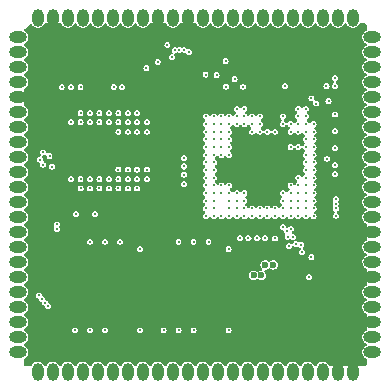
<source format=gbr>
%TF.GenerationSoftware,KiCad,Pcbnew,8.0.4*%
%TF.CreationDate,2024-10-13T16:20:41+07:00*%
%TF.ProjectId,siplex-som-s16,7369706c-6578-42d7-936f-6d2d7331362e,rev?*%
%TF.SameCoordinates,Original*%
%TF.FileFunction,Copper,L2,Inr*%
%TF.FilePolarity,Positive*%
%FSLAX46Y46*%
G04 Gerber Fmt 4.6, Leading zero omitted, Abs format (unit mm)*
G04 Created by KiCad (PCBNEW 8.0.4) date 2024-10-13 16:20:41*
%MOMM*%
%LPD*%
G01*
G04 APERTURE LIST*
%TA.AperFunction,ComponentPad*%
%ADD10O,1.500000X1.000000*%
%TD*%
%TA.AperFunction,ComponentPad*%
%ADD11O,1.000000X1.500000*%
%TD*%
%TA.AperFunction,ViaPad*%
%ADD12C,0.300000*%
%TD*%
%TA.AperFunction,ViaPad*%
%ADD13C,0.600000*%
%TD*%
G04 APERTURE END LIST*
D10*
%TO.N,PB7*%
%TO.C,J8*%
X125310800Y-84736800D03*
%TO.N,PB8*%
X125310800Y-86006800D03*
%TO.N,PB9*%
X125310800Y-87276800D03*
%TO.N,PH4*%
X125310800Y-88546800D03*
%TO.N,GND*%
X125310800Y-89816800D03*
%TO.N,PC0*%
X125310800Y-91086800D03*
%TO.N,PC1*%
X125310800Y-92356800D03*
%TO.N,PC4*%
X125310800Y-93626800D03*
%TO.N,PA0*%
X125310800Y-94896800D03*
%TO.N,PA1*%
X125310800Y-96166800D03*
%TO.N,PA4*%
X125310800Y-97436800D03*
%TO.N,PA3*%
X125310800Y-98706800D03*
%TO.N,PA7*%
X125310800Y-99976800D03*
%TO.N,PA6*%
X125310800Y-101246800D03*
%TO.N,PA5*%
X125310800Y-102516800D03*
%TO.N,PB0*%
X125310800Y-103786800D03*
%TO.N,PB1*%
X125310800Y-105056800D03*
%TO.N,PC5*%
X125310800Y-106326800D03*
%TO.N,PB12*%
X125310800Y-107596800D03*
%TO.N,PB10*%
X125310800Y-108866800D03*
%TO.N,PB13*%
X125310800Y-110136800D03*
%TO.N,PB11*%
X125310800Y-111406800D03*
%TD*%
%TO.N,/Castellated_holes/SWDIO*%
%TO.C,J5*%
X155310800Y-111406800D03*
%TO.N,/Castellated_holes/SWCLK*%
X155310800Y-110136800D03*
%TO.N,GND*%
X155310800Y-108866800D03*
%TO.N,/Castellated_holes/USB_DN*%
X155310800Y-107596800D03*
%TO.N,/Castellated_holes/USB_DP*%
X155310800Y-106326800D03*
%TO.N,GND*%
X155310800Y-105056800D03*
%TO.N,/Castellated_holes/USB_VBUS_DET*%
X155310800Y-103786800D03*
%TO.N,/Castellated_holes/SWO*%
X155310800Y-102516800D03*
%TO.N,GND*%
X155310800Y-101246800D03*
%TO.N,/Castellated_holes/LTDC_R0*%
X155310800Y-99976800D03*
%TO.N,/Castellated_holes/LTDC_R1*%
X155310800Y-98706800D03*
%TO.N,/Castellated_holes/LTDC_R2*%
X155310800Y-97436800D03*
%TO.N,/Castellated_holes/LTDC_R3*%
X155310800Y-96166800D03*
%TO.N,/Castellated_holes/LTDC_R4*%
X155310800Y-94896800D03*
%TO.N,/Castellated_holes/LTDC_R5*%
X155310800Y-93626800D03*
%TO.N,/Castellated_holes/LTDC_R6*%
X155310800Y-92356800D03*
%TO.N,/Castellated_holes/LTDC_R7*%
X155310800Y-91086800D03*
%TO.N,/Castellated_holes/LTDC_G0*%
X155310800Y-89816800D03*
%TO.N,/Castellated_holes/LTDC_G1*%
X155310800Y-88546800D03*
%TO.N,/Castellated_holes/LTDC_G2*%
X155310800Y-87276800D03*
%TO.N,/Castellated_holes/LTDC_G3*%
X155310800Y-86006800D03*
%TO.N,/Castellated_holes/LTDC_G4*%
X155310800Y-84736800D03*
%TD*%
D11*
%TO.N,PB14*%
%TO.C,J9*%
X126975800Y-113071800D03*
%TO.N,PB15*%
X128245800Y-113071800D03*
%TO.N,PH7*%
X129515800Y-113071800D03*
%TO.N,PD13*%
X130785800Y-113071800D03*
%TO.N,PC6*%
X132055800Y-113071800D03*
%TO.N,PC7*%
X133325800Y-113071800D03*
%TO.N,PC8*%
X134595800Y-113071800D03*
%TO.N,PH14*%
X135865800Y-113071800D03*
%TO.N,PD2*%
X137135800Y-113071800D03*
%TO.N,PD3*%
X138405800Y-113071800D03*
%TO.N,PD5*%
X139675800Y-113071800D03*
%TO.N,PD6*%
X140945800Y-113071800D03*
%TO.N,PD7*%
X142215800Y-113071800D03*
%TO.N,PI3*%
X143485800Y-113071800D03*
%TO.N,PA15*%
X144755800Y-113071800D03*
%TO.N,PC12*%
X146025800Y-113071800D03*
%TO.N,PG11*%
X147295800Y-113071800D03*
%TO.N,PB4*%
X148565800Y-113071800D03*
%TO.N,VIN*%
X149835800Y-113071800D03*
%TO.N,+3V3*%
X151105800Y-113071800D03*
%TO.N,GND*%
X152375800Y-113071800D03*
X153645800Y-113071800D03*
%TD*%
%TO.N,PB5*%
%TO.C,J7*%
X126975800Y-83071800D03*
%TO.N,GND*%
X128245800Y-83071800D03*
%TO.N,VRTC*%
X129515800Y-83071800D03*
%TO.N,/Castellated_holes/NRST*%
X130785800Y-83071800D03*
%TO.N,/MCU/BOOT0*%
X132055800Y-83071800D03*
%TO.N,/Castellated_holes/LTDC_DE*%
X133325800Y-83071800D03*
%TO.N,/Castellated_holes/LTDC_VSYNC*%
X134595800Y-83071800D03*
%TO.N,/Castellated_holes/LTDC_HSYNC*%
X135865800Y-83071800D03*
%TO.N,GND*%
X137135800Y-83071800D03*
%TO.N,/Castellated_holes/LTDC_CLK*%
X138405800Y-83071800D03*
%TO.N,GND*%
X139675800Y-83071800D03*
%TO.N,/Castellated_holes/LTDC_B7*%
X140945800Y-83071800D03*
%TO.N,/Castellated_holes/LTDC_B6*%
X142215800Y-83071800D03*
%TO.N,/Castellated_holes/LTDC_B5*%
X143485800Y-83071800D03*
%TO.N,/Castellated_holes/LTDC_B4*%
X144755800Y-83071800D03*
%TO.N,/Castellated_holes/LTDC_B3*%
X146025800Y-83071800D03*
%TO.N,/Castellated_holes/LTDC_B2*%
X147295800Y-83071800D03*
%TO.N,/Castellated_holes/LTDC_B1*%
X148565800Y-83071800D03*
%TO.N,/Castellated_holes/LTDC_B0*%
X149835800Y-83071800D03*
%TO.N,/Castellated_holes/LTDC_G7*%
X151105800Y-83071800D03*
%TO.N,/Castellated_holes/LTDC_G6*%
X152375800Y-83071800D03*
%TO.N,/Castellated_holes/LTDC_G5*%
X153645800Y-83071800D03*
%TD*%
D12*
%TO.N,Net-(C1-Pad1)*%
X147040600Y-101780400D03*
X139367200Y-97180400D03*
%TO.N,GND*%
X146420600Y-95991200D03*
X128994000Y-88300600D03*
X142849600Y-112395000D03*
D13*
X129133600Y-102260400D03*
X128854200Y-86969600D03*
D12*
X145120600Y-95991200D03*
X152120600Y-96956200D03*
D13*
X145706800Y-109586700D03*
D12*
X144470600Y-95341200D03*
X145120600Y-94041200D03*
X147878800Y-88239200D03*
X138710400Y-95666200D03*
X154635200Y-89179400D03*
X145770600Y-94691200D03*
X143170600Y-90791200D03*
D13*
X139522200Y-106804600D03*
D12*
X146420600Y-97941200D03*
X145389600Y-112395000D03*
X147070600Y-96641200D03*
X130149600Y-83769200D03*
X154635200Y-101879400D03*
X146420600Y-96641200D03*
X146420600Y-95341200D03*
X147929600Y-83769200D03*
X146227800Y-102377200D03*
D13*
X140522200Y-105804600D03*
D12*
X126009400Y-98069400D03*
X154635200Y-100609400D03*
X147070600Y-91441200D03*
X148370600Y-94691200D03*
D13*
X141071600Y-87071200D03*
D12*
X145770600Y-95341200D03*
X143170600Y-95991200D03*
X126009400Y-104419400D03*
X154635200Y-90449400D03*
X144470600Y-95991200D03*
X130149600Y-112395000D03*
X137769600Y-83769200D03*
X145516600Y-102377200D03*
X126009400Y-91719400D03*
X154635200Y-87909400D03*
X129794000Y-88300600D03*
X143170600Y-95341200D03*
D13*
X138522200Y-104804600D03*
X132029200Y-106804600D03*
D12*
X129794400Y-97541200D03*
X154635200Y-110769400D03*
D13*
X131029200Y-106804600D03*
D12*
X141579600Y-112395000D03*
D13*
X132029200Y-104804600D03*
D12*
X149199600Y-112395000D03*
X126009400Y-92989400D03*
D13*
X132334000Y-108432600D03*
D12*
X147111600Y-88879200D03*
X154635200Y-91719400D03*
D13*
X146801800Y-107924600D03*
X128346200Y-109931200D03*
D12*
X154635200Y-95529400D03*
X139039600Y-83769200D03*
X144470600Y-94691200D03*
X138710400Y-96367600D03*
X140233400Y-87912000D03*
X129794400Y-95941200D03*
X128879600Y-83769200D03*
X154635200Y-85369400D03*
D13*
X133029200Y-105804600D03*
D12*
X138710400Y-94945200D03*
X147070600Y-94691200D03*
X144470600Y-94041200D03*
X126009400Y-99339400D03*
D13*
X150251800Y-109586700D03*
D12*
X154609800Y-83743800D03*
D13*
X132029200Y-105804600D03*
D12*
X132994400Y-95941200D03*
X126009400Y-90449400D03*
X133959600Y-112395000D03*
X147070600Y-94041200D03*
X152120600Y-90637400D03*
X126009400Y-110769400D03*
X140309600Y-83769200D03*
X127609600Y-83769200D03*
X148615400Y-88873400D03*
X145120600Y-96641200D03*
D13*
X151257000Y-87401400D03*
D12*
X131419600Y-112395000D03*
D13*
X132054600Y-88646000D03*
D12*
X141579600Y-83769200D03*
X145389600Y-83769200D03*
X151739600Y-83769200D03*
X152120600Y-94904600D03*
X145770600Y-97941200D03*
X139039600Y-112395000D03*
X142520600Y-90791200D03*
X137769600Y-112395000D03*
X154635200Y-108229400D03*
X145770600Y-96641200D03*
X154635200Y-109499400D03*
X128879600Y-112395000D03*
D13*
X149580600Y-86360000D03*
X138522200Y-105804600D03*
D12*
X125984000Y-112395000D03*
X130133133Y-102048267D03*
X148370600Y-95991200D03*
X126009400Y-101879400D03*
D13*
X131029200Y-104804600D03*
D12*
X126009400Y-86639400D03*
X140309600Y-112395000D03*
X126009400Y-89179400D03*
X146420600Y-94691200D03*
X146659600Y-83769200D03*
X126009400Y-100609400D03*
X142925800Y-88275200D03*
X148370600Y-95341200D03*
X153009600Y-83769200D03*
X149199600Y-83769200D03*
X127609600Y-112395000D03*
X126009400Y-109499400D03*
X132689600Y-83769200D03*
X126009400Y-95529400D03*
X138745000Y-90791200D03*
D13*
X140522200Y-104804600D03*
D12*
X143820600Y-92741200D03*
X147040600Y-102740400D03*
X154609800Y-112395000D03*
X144470600Y-96641200D03*
X134112000Y-88300600D03*
X138407200Y-97180400D03*
D13*
X127381000Y-101549200D03*
D12*
X145770600Y-94041200D03*
X152120600Y-92059800D03*
X131419600Y-83769200D03*
X145120600Y-95341200D03*
X126314200Y-84074000D03*
D13*
X151485600Y-107264200D03*
D12*
X126009400Y-103149400D03*
D13*
X133029200Y-104804600D03*
D12*
X135631400Y-108914600D03*
X143124400Y-108914600D03*
X150469600Y-83769200D03*
X126009400Y-94259400D03*
X133394400Y-88300600D03*
D13*
X150952200Y-102692200D03*
X128320800Y-97713800D03*
D12*
X147929600Y-112395000D03*
X154635200Y-103149400D03*
D13*
X139522200Y-104804600D03*
D12*
X144094200Y-102377200D03*
X126009400Y-85369400D03*
X154635200Y-98069400D03*
X154635200Y-96799400D03*
X154635200Y-99339400D03*
X154635200Y-86639400D03*
X142113000Y-88897400D03*
D13*
X151968200Y-109524800D03*
D12*
X150901400Y-106047000D03*
X132194400Y-92741200D03*
X145120600Y-94691200D03*
X147070600Y-95991200D03*
X146659600Y-112395000D03*
X145770600Y-95991200D03*
X138745000Y-90068400D03*
X136194400Y-97541200D03*
X126009400Y-108229400D03*
X130194400Y-100370600D03*
D13*
X144348200Y-86664800D03*
D12*
X144795600Y-102377200D03*
X126009400Y-106959400D03*
X126009400Y-87909400D03*
X136499600Y-112395000D03*
X144119600Y-83769200D03*
X130594000Y-88300600D03*
X154635200Y-104419400D03*
X154635200Y-94259400D03*
X146420600Y-94041200D03*
X131394400Y-95941200D03*
X148370600Y-93391200D03*
X145071600Y-88879200D03*
X131794400Y-100370600D03*
X150655400Y-88873400D03*
X132689600Y-112395000D03*
X154635200Y-92989400D03*
X152120600Y-93482200D03*
X154635200Y-105689400D03*
X142849600Y-83769200D03*
D13*
X140522200Y-106804600D03*
D12*
X133959600Y-83769200D03*
X154635200Y-106959400D03*
X136499600Y-83769200D03*
X126009400Y-96799400D03*
X146420600Y-91441200D03*
X151409400Y-88209600D03*
X137617200Y-102054600D03*
X126009400Y-105689400D03*
D13*
X131029200Y-105804600D03*
D12*
X147070600Y-95341200D03*
D13*
X138522200Y-106804600D03*
X133029200Y-106804600D03*
D12*
X144339000Y-88279800D03*
D13*
X128041400Y-93522800D03*
X139522200Y-105804600D03*
X147701000Y-87172800D03*
D12*
X144119600Y-112395000D03*
X135229600Y-112395000D03*
X147070600Y-97941200D03*
X135229600Y-83769200D03*
X130594400Y-92741200D03*
%TO.N,/MCU/RSTn*%
X144339000Y-88925400D03*
%TO.N,+3V3*%
X147878800Y-88879200D03*
X143637000Y-88279800D03*
X133394400Y-88940600D03*
X152120600Y-91277400D03*
X146227800Y-101737200D03*
X141173200Y-87907000D03*
X134112000Y-88940600D03*
X137119400Y-86819500D03*
X152120600Y-92699800D03*
X128994000Y-88940600D03*
X131794400Y-99730600D03*
X130194400Y-99730600D03*
X139350400Y-96367600D03*
X135631400Y-102694600D03*
X142925800Y-88915200D03*
X152120600Y-94122200D03*
X143124400Y-109554600D03*
X142113000Y-87937400D03*
X130594000Y-88940600D03*
X139350400Y-95666200D03*
X152120600Y-95544600D03*
X152120600Y-88209600D03*
X144795600Y-101737200D03*
X152120600Y-96316200D03*
X145516600Y-101737200D03*
X149936200Y-105027000D03*
X129794000Y-88940600D03*
D13*
X145897600Y-104902000D03*
X145237200Y-104902000D03*
D12*
X144094200Y-101737200D03*
D13*
X146227800Y-104013000D03*
D12*
X143124400Y-102694600D03*
X139350400Y-94945200D03*
D13*
X146913600Y-104013000D03*
D12*
X135631400Y-109554600D03*
%TO.N,Net-(U1-PDR_ON)*%
X149020600Y-94041200D03*
X152120600Y-88849600D03*
%TO.N,/MCU/BOOT0*%
X151409400Y-88849600D03*
X148370600Y-94041200D03*
%TO.N,/Castellated_holes/LTDC_G5*%
X147720600Y-99241200D03*
X152196800Y-99852200D03*
%TO.N,/Castellated_holes/LTDC_G7*%
X152196800Y-99241200D03*
X149020600Y-99241200D03*
%TO.N,/Castellated_holes/LTDC_B1*%
X151434800Y-95021400D03*
X149670600Y-95341200D03*
%TO.N,/Castellated_holes/LTDC_R4*%
X143820600Y-98591200D03*
%TO.N,unconnected-(U1-PH6-PadM11)*%
X143170600Y-97291200D03*
%TO.N,/Castellated_holes/LTDC_R0*%
X150320600Y-95341200D03*
%TO.N,/Castellated_holes/LTDC_B4*%
X148370600Y-92741200D03*
%TO.N,/Castellated_holes/LTDC_G1*%
X149670600Y-92091200D03*
%TO.N,/Castellated_holes/LTDC_R3*%
X143170600Y-98591200D03*
%TO.N,/Castellated_holes/LTDC_G0*%
X149670600Y-91441200D03*
%TO.N,unconnected-(U1-PA10-PadD15)*%
X148370600Y-99891200D03*
%TO.N,/Castellated_holes/LTDC_R2*%
X149670600Y-99241200D03*
%TO.N,/Castellated_holes/LTDC_CLK*%
X145120600Y-99241200D03*
%TO.N,/Castellated_holes/LTDC_VSYNC*%
X148370600Y-92091200D03*
%TO.N,/Castellated_holes/LTDC_B2*%
X152196800Y-98841197D03*
X147070600Y-99241200D03*
%TO.N,/Castellated_holes/LTDC_G4*%
X148370600Y-98591200D03*
%TO.N,/Castellated_holes/LTDC_R1*%
X141870600Y-91441200D03*
%TO.N,/Castellated_holes/LTDC_R5*%
X143820600Y-97941200D03*
%TO.N,/Castellated_holes/LTDC_G2*%
X147720600Y-97941200D03*
%TO.N,/Castellated_holes/LTDC_R7*%
X145120600Y-99891200D03*
%TO.N,unconnected-(U1-PH8-PadM12)*%
X143170600Y-97941200D03*
%TO.N,/Castellated_holes/LTDC_B6*%
X149020600Y-92091200D03*
X150557833Y-90353632D03*
%TO.N,VBAT*%
X149020600Y-90791200D03*
X136169400Y-87325200D03*
%TO.N,/Castellated_holes/LTDC_G6*%
X148370600Y-99241200D03*
%TO.N,/Castellated_holes/LTDC_R6*%
X144470600Y-97941200D03*
%TO.N,/Castellated_holes/LTDC_B7*%
X149020600Y-91441200D03*
%TO.N,/Castellated_holes/LTDC_HSYNC*%
X147720600Y-92091200D03*
X150139400Y-89916000D03*
%TO.N,unconnected-(U1-PG3-PadK15)*%
X144470600Y-99891200D03*
%TO.N,/Castellated_holes/LTDC_B3*%
X152196800Y-98441194D03*
X147070600Y-99891200D03*
%TO.N,/Castellated_holes/LTDC_B0*%
X149670600Y-90791200D03*
%TO.N,/Castellated_holes/LTDC_DE*%
X143820600Y-90791200D03*
%TO.N,/Castellated_holes/LTDC_G3*%
X149670600Y-96641200D03*
X151586098Y-90161312D03*
%TO.N,/Castellated_holes/LTDC_B5*%
X149020600Y-92741200D03*
%TO.N,/MCU/SDRAM_A12*%
X143820600Y-99891200D03*
X134594400Y-97541200D03*
%TO.N,/MCU/SDRAM_A8*%
X135394400Y-97541200D03*
X141220600Y-94691200D03*
%TO.N,/MCU/SDRAM_DQ13*%
X141870600Y-99891200D03*
X130594400Y-96741200D03*
%TO.N,/MCU/SDRAM_CKE*%
X143170600Y-93391200D03*
X133794400Y-95941200D03*
%TO.N,/MCU/SDRAM_DQ6*%
X141870600Y-95991200D03*
X132194400Y-91941200D03*
%TO.N,/MCU/SDRAM_A5*%
X144470600Y-92091200D03*
X136194400Y-96741200D03*
%TO.N,/MCU/SDRAM_DQ0*%
X129794400Y-91941200D03*
X143170600Y-99241200D03*
%TO.N,/MCU/SDRAM_DQMH*%
X150320600Y-92091200D03*
X133794400Y-97541200D03*
%TO.N,/MCU/SDRAM_DQ14*%
X130594400Y-97541200D03*
X141870600Y-99241200D03*
%TO.N,/MCU/SDRAM_A7*%
X142520600Y-94041200D03*
X135394400Y-96741200D03*
%TO.N,/MCU/SDRAM_A2*%
X136194400Y-91941200D03*
X145770600Y-91441200D03*
%TO.N,/MCU/SDRAM_DQ12*%
X131394400Y-97541200D03*
X141220600Y-97291200D03*
%TO.N,/MCU/SDRAM_A6*%
X135394400Y-95941200D03*
X141870600Y-94041200D03*
%TO.N,/MCU/SDRAM_A9*%
X141870600Y-94691200D03*
X134594400Y-95941200D03*
%TO.N,/MCU/~{SDRAM_RAS}*%
X141220600Y-94041200D03*
X133794400Y-91941200D03*
%TO.N,/MCU/SDRAM_DQ7*%
X132994400Y-91141200D03*
X141220600Y-95991200D03*
%TO.N,/MCU/SDRAM_A1*%
X145770600Y-92091200D03*
X135394400Y-91941200D03*
%TO.N,/MCU/SDRAM_DQ3*%
X149020600Y-97941200D03*
X131394400Y-91141200D03*
%TO.N,/MCU/~{SDRAM_CAS}*%
X149670600Y-94691200D03*
X133794400Y-92741200D03*
%TO.N,/MCU/SDRAM_DQ15*%
X129794400Y-96741200D03*
X142520600Y-99891200D03*
%TO.N,/MCU/SDRAM_A11*%
X143170600Y-94691200D03*
X134594400Y-96741200D03*
%TO.N,/MCU/SDRAM_DQ5*%
X141870600Y-95341200D03*
X132194400Y-91141200D03*
%TO.N,/MCU/SDRAM_A10*%
X142520600Y-94691200D03*
X135394400Y-91141200D03*
%TO.N,/MCU/SDRAM_A0*%
X135394400Y-92741200D03*
X147720600Y-91441200D03*
%TO.N,/MCU/~{SDRAM_WE}*%
X145120600Y-92741200D03*
X133794400Y-91141200D03*
%TO.N,/MCU/SDRAM_DQML*%
X132994400Y-91941200D03*
X150320600Y-92741200D03*
%TO.N,/MCU/SDRAM_DQ4*%
X141220600Y-95341200D03*
X131394400Y-91941200D03*
%TO.N,/MCU/SDRAM_DQ9*%
X141220600Y-96641200D03*
X132194400Y-96741200D03*
%TO.N,/MCU/SDRAM_DQ8*%
X132994400Y-97541200D03*
X141870600Y-96641200D03*
%TO.N,/MCU/SDRAM_DQ10*%
X142520600Y-97291200D03*
X132194400Y-97541200D03*
%TO.N,/MCU/SDRAM_BA1*%
X144470600Y-98591200D03*
X134594400Y-91941200D03*
%TO.N,/MCU/SDRAM_A4*%
X145120600Y-92091200D03*
X136194400Y-95941200D03*
%TO.N,/MCU/SDRAM_DQ1*%
X143820600Y-99241200D03*
X130594400Y-91141200D03*
%TO.N,/MCU/SDRAM_CLK*%
X145770600Y-99241200D03*
X133794400Y-96741200D03*
%TO.N,/MCU/SDRAM_A3*%
X145120600Y-91441200D03*
X136194400Y-92741200D03*
%TO.N,/MCU/SDRAM_DQ2*%
X130594400Y-91941200D03*
X149670600Y-97941200D03*
%TO.N,/MCU/SDRAM_BA0*%
X134594400Y-92741200D03*
X144470600Y-99241200D03*
%TO.N,/MCU/~{SDRAM_CS}*%
X134594400Y-91141200D03*
X143170600Y-92741200D03*
%TO.N,unconnected-(U2-NC-PadE2)*%
X132994400Y-96741200D03*
%TO.N,/MCU/SDRAM_DQ11*%
X131394400Y-96741200D03*
X141870600Y-97291200D03*
%TO.N,/Castellated_holes/USB_DN*%
X149020600Y-99891200D03*
%TO.N,/Castellated_holes/USB_DP*%
X149670600Y-99891200D03*
%TO.N,/MCU/~{FLASH_BK1_CS}*%
X149670600Y-94041200D03*
X133934200Y-102054600D03*
%TO.N,/MCU/~{FLASH_BK2_CS}*%
X149670600Y-98591200D03*
X141427200Y-102054600D03*
%TO.N,/MCU/FLASH_BK1_IO1*%
X143820600Y-91441200D03*
X132664200Y-102054600D03*
%TO.N,/MCU/FLASH_BK1_IO0*%
X143820600Y-92091200D03*
X130124200Y-109554600D03*
%TO.N,/MCU/FLASH_BK2_IO1*%
X146420600Y-92741200D03*
X140157200Y-102054600D03*
%TO.N,/MCU/FLASH_BK1_IO2*%
X144470600Y-90791200D03*
X131394200Y-102054600D03*
%TO.N,/MCU/FLASH_CLK*%
X143170600Y-94041200D03*
X131394200Y-109554600D03*
X138887200Y-109554600D03*
%TO.N,/MCU/FLASH_BK1_IO3*%
X144470600Y-91441200D03*
X132664200Y-109554600D03*
%TO.N,/MCU/FLASH_BK2_IO3*%
X140157200Y-109554600D03*
X150320600Y-94691200D03*
%TO.N,/MCU/FLASH_BK2_IO2*%
X149020600Y-96641200D03*
X138887200Y-102054600D03*
%TO.N,/MCU/FLASH_BK2_IO0*%
X147070600Y-92741200D03*
X137617200Y-109554600D03*
%TO.N,PB7*%
X149670600Y-93391200D03*
%TO.N,PB5*%
X150320600Y-94041200D03*
%TO.N,PB8*%
X150320600Y-93391200D03*
%TO.N,PB9*%
X149670600Y-92741200D03*
%TO.N,/Castellated_holes/SWCLK*%
X150320600Y-99241200D03*
%TO.N,/Castellated_holes/SWO*%
X150320600Y-96641200D03*
%TO.N,/Castellated_holes/SWDIO*%
X150320600Y-99891200D03*
%TO.N,/Castellated_holes/USB_VBUS_DET*%
X147720600Y-99891200D03*
%TO.N,PH4*%
X142875800Y-86766400D03*
X145770600Y-92741200D03*
%TO.N,PC1*%
X143170600Y-92091200D03*
X139369800Y-85816802D03*
%TO.N,PC0*%
X143170600Y-91441200D03*
X139750800Y-86004400D03*
%TO.N,PC4*%
X142520600Y-93391200D03*
X137942827Y-85374000D03*
%TO.N,PC5*%
X141870600Y-93391200D03*
X128193800Y-95694642D03*
%TO.N,PA1*%
X142520600Y-91441200D03*
X138969797Y-85816802D03*
%TO.N,PA4*%
X138314054Y-86429390D03*
X142520600Y-92741200D03*
%TO.N,PA0*%
X138569992Y-85829390D03*
X142520600Y-92091200D03*
%TO.N,PA7*%
X141220600Y-92091200D03*
%TO.N,PA3*%
X141220600Y-91441200D03*
%TO.N,PA6*%
X127431800Y-94488000D03*
X141870600Y-92091200D03*
%TO.N,PA5*%
X127177800Y-95097600D03*
X141870600Y-92741200D03*
%TO.N,PB0*%
X127431800Y-95529400D03*
X141220600Y-93391200D03*
%TO.N,PB1*%
X127965200Y-94788000D03*
X141220600Y-92741200D03*
%TO.N,PB11*%
X141220600Y-98591200D03*
%TO.N,PB10*%
X141220600Y-97941200D03*
X128574800Y-100990400D03*
%TO.N,PB13*%
X141870600Y-98591200D03*
%TO.N,PB12*%
X141870600Y-97941200D03*
X128574800Y-100590397D03*
%TO.N,PB14*%
X127068200Y-106599000D03*
X141220600Y-99241200D03*
%TO.N,PB15*%
X141220600Y-99891200D03*
X127315903Y-106913078D03*
%TO.N,PD13*%
X143170600Y-99891200D03*
X127842670Y-107518357D03*
%TO.N,PH7*%
X127584200Y-107213078D03*
X142520600Y-97941200D03*
%TO.N,PC7*%
X146420600Y-99891200D03*
%TO.N,PC6*%
X145770600Y-99891200D03*
%TO.N,PC8*%
X146420600Y-99241200D03*
%TO.N,PH14*%
X147720600Y-98591200D03*
%TO.N,PC12*%
X149292795Y-102328553D03*
X150320600Y-97941200D03*
%TO.N,PI3*%
X149020600Y-98591200D03*
X148400302Y-100957000D03*
%TO.N,PD6*%
X148562967Y-101649167D03*
X149670600Y-97291200D03*
%TO.N,PD7*%
X148241700Y-102394700D03*
X150320600Y-97291200D03*
%TO.N,PD5*%
X148132800Y-101650800D03*
X149020600Y-97291200D03*
%TO.N,PA15*%
X150320600Y-98591200D03*
X148844000Y-102260400D03*
%TO.N,PB4*%
X150139400Y-103352600D03*
X150320600Y-95991200D03*
%TO.N,PD2*%
X148370600Y-97941200D03*
X147728590Y-100787200D03*
%TO.N,PG11*%
X149354400Y-102948600D03*
X149670600Y-95991200D03*
%TO.N,PD3*%
X148032052Y-101113184D03*
X148370600Y-97291200D03*
%TD*%
%TA.AperFunction,Conductor*%
%TO.N,GND*%
G36*
X128962476Y-83591985D02*
G01*
X129002824Y-83634300D01*
X129035280Y-83690516D01*
X129147084Y-83802320D01*
X129147086Y-83802321D01*
X129147090Y-83802324D01*
X129284009Y-83881373D01*
X129284016Y-83881377D01*
X129436743Y-83922300D01*
X129436745Y-83922300D01*
X129594855Y-83922300D01*
X129594857Y-83922300D01*
X129747584Y-83881377D01*
X129884516Y-83802320D01*
X129996320Y-83690516D01*
X130028775Y-83634300D01*
X130079342Y-83586085D01*
X130136163Y-83572300D01*
X130165437Y-83572300D01*
X130232476Y-83591985D01*
X130272824Y-83634300D01*
X130305280Y-83690516D01*
X130417084Y-83802320D01*
X130417086Y-83802321D01*
X130417090Y-83802324D01*
X130554009Y-83881373D01*
X130554016Y-83881377D01*
X130706743Y-83922300D01*
X130706745Y-83922300D01*
X130864855Y-83922300D01*
X130864857Y-83922300D01*
X131017584Y-83881377D01*
X131154516Y-83802320D01*
X131266320Y-83690516D01*
X131298775Y-83634300D01*
X131349342Y-83586085D01*
X131406163Y-83572300D01*
X131435437Y-83572300D01*
X131502476Y-83591985D01*
X131542824Y-83634300D01*
X131575280Y-83690516D01*
X131687084Y-83802320D01*
X131687086Y-83802321D01*
X131687090Y-83802324D01*
X131824009Y-83881373D01*
X131824016Y-83881377D01*
X131976743Y-83922300D01*
X131976745Y-83922300D01*
X132134855Y-83922300D01*
X132134857Y-83922300D01*
X132287584Y-83881377D01*
X132424516Y-83802320D01*
X132536320Y-83690516D01*
X132568775Y-83634300D01*
X132619342Y-83586085D01*
X132676163Y-83572300D01*
X132705437Y-83572300D01*
X132772476Y-83591985D01*
X132812824Y-83634300D01*
X132845280Y-83690516D01*
X132957084Y-83802320D01*
X132957086Y-83802321D01*
X132957090Y-83802324D01*
X133094009Y-83881373D01*
X133094016Y-83881377D01*
X133246743Y-83922300D01*
X133246745Y-83922300D01*
X133404855Y-83922300D01*
X133404857Y-83922300D01*
X133557584Y-83881377D01*
X133694516Y-83802320D01*
X133806320Y-83690516D01*
X133838775Y-83634300D01*
X133889342Y-83586085D01*
X133946163Y-83572300D01*
X133975437Y-83572300D01*
X134042476Y-83591985D01*
X134082824Y-83634300D01*
X134115280Y-83690516D01*
X134227084Y-83802320D01*
X134227086Y-83802321D01*
X134227090Y-83802324D01*
X134364009Y-83881373D01*
X134364016Y-83881377D01*
X134516743Y-83922300D01*
X134516745Y-83922300D01*
X134674855Y-83922300D01*
X134674857Y-83922300D01*
X134827584Y-83881377D01*
X134964516Y-83802320D01*
X135076320Y-83690516D01*
X135108775Y-83634300D01*
X135159342Y-83586085D01*
X135216163Y-83572300D01*
X135245437Y-83572300D01*
X135312476Y-83591985D01*
X135352824Y-83634300D01*
X135385280Y-83690516D01*
X135497084Y-83802320D01*
X135497086Y-83802321D01*
X135497090Y-83802324D01*
X135634009Y-83881373D01*
X135634016Y-83881377D01*
X135786743Y-83922300D01*
X135786745Y-83922300D01*
X135944855Y-83922300D01*
X135944857Y-83922300D01*
X136097584Y-83881377D01*
X136234516Y-83802320D01*
X136346320Y-83690516D01*
X136378775Y-83634300D01*
X136429342Y-83586085D01*
X136486163Y-83572300D01*
X137785437Y-83572300D01*
X137852476Y-83591985D01*
X137892824Y-83634300D01*
X137925280Y-83690516D01*
X138037084Y-83802320D01*
X138037086Y-83802321D01*
X138037090Y-83802324D01*
X138174009Y-83881373D01*
X138174016Y-83881377D01*
X138326743Y-83922300D01*
X138326745Y-83922300D01*
X138484855Y-83922300D01*
X138484857Y-83922300D01*
X138637584Y-83881377D01*
X138774516Y-83802320D01*
X138886320Y-83690516D01*
X138918775Y-83634300D01*
X138969342Y-83586085D01*
X139026163Y-83572300D01*
X140325437Y-83572300D01*
X140392476Y-83591985D01*
X140432824Y-83634300D01*
X140465280Y-83690516D01*
X140577084Y-83802320D01*
X140577086Y-83802321D01*
X140577090Y-83802324D01*
X140714009Y-83881373D01*
X140714016Y-83881377D01*
X140866743Y-83922300D01*
X140866745Y-83922300D01*
X141024855Y-83922300D01*
X141024857Y-83922300D01*
X141177584Y-83881377D01*
X141314516Y-83802320D01*
X141426320Y-83690516D01*
X141458775Y-83634300D01*
X141509342Y-83586085D01*
X141566163Y-83572300D01*
X141595437Y-83572300D01*
X141662476Y-83591985D01*
X141702824Y-83634300D01*
X141735280Y-83690516D01*
X141847084Y-83802320D01*
X141847086Y-83802321D01*
X141847090Y-83802324D01*
X141984009Y-83881373D01*
X141984016Y-83881377D01*
X142136743Y-83922300D01*
X142136745Y-83922300D01*
X142294855Y-83922300D01*
X142294857Y-83922300D01*
X142447584Y-83881377D01*
X142584516Y-83802320D01*
X142696320Y-83690516D01*
X142728775Y-83634300D01*
X142779342Y-83586085D01*
X142836163Y-83572300D01*
X142865437Y-83572300D01*
X142932476Y-83591985D01*
X142972824Y-83634300D01*
X143005280Y-83690516D01*
X143117084Y-83802320D01*
X143117086Y-83802321D01*
X143117090Y-83802324D01*
X143254009Y-83881373D01*
X143254016Y-83881377D01*
X143406743Y-83922300D01*
X143406745Y-83922300D01*
X143564855Y-83922300D01*
X143564857Y-83922300D01*
X143717584Y-83881377D01*
X143854516Y-83802320D01*
X143966320Y-83690516D01*
X143998775Y-83634300D01*
X144049342Y-83586085D01*
X144106163Y-83572300D01*
X144135437Y-83572300D01*
X144202476Y-83591985D01*
X144242824Y-83634300D01*
X144275280Y-83690516D01*
X144387084Y-83802320D01*
X144387086Y-83802321D01*
X144387090Y-83802324D01*
X144524009Y-83881373D01*
X144524016Y-83881377D01*
X144676743Y-83922300D01*
X144676745Y-83922300D01*
X144834855Y-83922300D01*
X144834857Y-83922300D01*
X144987584Y-83881377D01*
X145124516Y-83802320D01*
X145236320Y-83690516D01*
X145268775Y-83634300D01*
X145319342Y-83586085D01*
X145376163Y-83572300D01*
X145405437Y-83572300D01*
X145472476Y-83591985D01*
X145512824Y-83634300D01*
X145545280Y-83690516D01*
X145657084Y-83802320D01*
X145657086Y-83802321D01*
X145657090Y-83802324D01*
X145794009Y-83881373D01*
X145794016Y-83881377D01*
X145946743Y-83922300D01*
X145946745Y-83922300D01*
X146104855Y-83922300D01*
X146104857Y-83922300D01*
X146257584Y-83881377D01*
X146394516Y-83802320D01*
X146506320Y-83690516D01*
X146538775Y-83634300D01*
X146589342Y-83586085D01*
X146646163Y-83572300D01*
X146675437Y-83572300D01*
X146742476Y-83591985D01*
X146782824Y-83634300D01*
X146815280Y-83690516D01*
X146927084Y-83802320D01*
X146927086Y-83802321D01*
X146927090Y-83802324D01*
X147064009Y-83881373D01*
X147064016Y-83881377D01*
X147216743Y-83922300D01*
X147216745Y-83922300D01*
X147374855Y-83922300D01*
X147374857Y-83922300D01*
X147527584Y-83881377D01*
X147664516Y-83802320D01*
X147776320Y-83690516D01*
X147808775Y-83634300D01*
X147859342Y-83586085D01*
X147916163Y-83572300D01*
X147945437Y-83572300D01*
X148012476Y-83591985D01*
X148052824Y-83634300D01*
X148085280Y-83690516D01*
X148197084Y-83802320D01*
X148197086Y-83802321D01*
X148197090Y-83802324D01*
X148334009Y-83881373D01*
X148334016Y-83881377D01*
X148486743Y-83922300D01*
X148486745Y-83922300D01*
X148644855Y-83922300D01*
X148644857Y-83922300D01*
X148797584Y-83881377D01*
X148934516Y-83802320D01*
X149046320Y-83690516D01*
X149078775Y-83634300D01*
X149129342Y-83586085D01*
X149186163Y-83572300D01*
X149215437Y-83572300D01*
X149282476Y-83591985D01*
X149322824Y-83634300D01*
X149355280Y-83690516D01*
X149467084Y-83802320D01*
X149467086Y-83802321D01*
X149467090Y-83802324D01*
X149604009Y-83881373D01*
X149604016Y-83881377D01*
X149756743Y-83922300D01*
X149756745Y-83922300D01*
X149914855Y-83922300D01*
X149914857Y-83922300D01*
X150067584Y-83881377D01*
X150204516Y-83802320D01*
X150316320Y-83690516D01*
X150348775Y-83634300D01*
X150399342Y-83586085D01*
X150456163Y-83572300D01*
X150485437Y-83572300D01*
X150552476Y-83591985D01*
X150592824Y-83634300D01*
X150625280Y-83690516D01*
X150737084Y-83802320D01*
X150737086Y-83802321D01*
X150737090Y-83802324D01*
X150874009Y-83881373D01*
X150874016Y-83881377D01*
X151026743Y-83922300D01*
X151026745Y-83922300D01*
X151184855Y-83922300D01*
X151184857Y-83922300D01*
X151337584Y-83881377D01*
X151474516Y-83802320D01*
X151586320Y-83690516D01*
X151618775Y-83634300D01*
X151669342Y-83586085D01*
X151726163Y-83572300D01*
X151755437Y-83572300D01*
X151822476Y-83591985D01*
X151862824Y-83634300D01*
X151895280Y-83690516D01*
X152007084Y-83802320D01*
X152007086Y-83802321D01*
X152007090Y-83802324D01*
X152144009Y-83881373D01*
X152144016Y-83881377D01*
X152296743Y-83922300D01*
X152296745Y-83922300D01*
X152454855Y-83922300D01*
X152454857Y-83922300D01*
X152607584Y-83881377D01*
X152744516Y-83802320D01*
X152856320Y-83690516D01*
X152888775Y-83634300D01*
X152939342Y-83586085D01*
X152996163Y-83572300D01*
X153025437Y-83572300D01*
X153092476Y-83591985D01*
X153132824Y-83634300D01*
X153165280Y-83690516D01*
X153277084Y-83802320D01*
X153277086Y-83802321D01*
X153277090Y-83802324D01*
X153414009Y-83881373D01*
X153414016Y-83881377D01*
X153566743Y-83922300D01*
X153566745Y-83922300D01*
X153724855Y-83922300D01*
X153724857Y-83922300D01*
X153877584Y-83881377D01*
X154014516Y-83802320D01*
X154126320Y-83690516D01*
X154158775Y-83634300D01*
X154209342Y-83586085D01*
X154266163Y-83572300D01*
X154686300Y-83572300D01*
X154753339Y-83591985D01*
X154799094Y-83644789D01*
X154810300Y-83696300D01*
X154810300Y-84116436D01*
X154790615Y-84183475D01*
X154748301Y-84223823D01*
X154692084Y-84256280D01*
X154692081Y-84256282D01*
X154580281Y-84368082D01*
X154580275Y-84368090D01*
X154501226Y-84505009D01*
X154501223Y-84505016D01*
X154460300Y-84657743D01*
X154460300Y-84815856D01*
X154501223Y-84968583D01*
X154501226Y-84968590D01*
X154580275Y-85105509D01*
X154580279Y-85105514D01*
X154580280Y-85105516D01*
X154692084Y-85217320D01*
X154748299Y-85249775D01*
X154796515Y-85300342D01*
X154810300Y-85357163D01*
X154810300Y-85386436D01*
X154790615Y-85453475D01*
X154748301Y-85493823D01*
X154692084Y-85526280D01*
X154692081Y-85526282D01*
X154580281Y-85638082D01*
X154580275Y-85638090D01*
X154501226Y-85775009D01*
X154501223Y-85775016D01*
X154460300Y-85927743D01*
X154460300Y-86085857D01*
X154489123Y-86193424D01*
X154501223Y-86238583D01*
X154501226Y-86238590D01*
X154580275Y-86375509D01*
X154580279Y-86375514D01*
X154580280Y-86375516D01*
X154692084Y-86487320D01*
X154733086Y-86510992D01*
X154748299Y-86519775D01*
X154796515Y-86570342D01*
X154810300Y-86627163D01*
X154810300Y-86656436D01*
X154790615Y-86723475D01*
X154748301Y-86763823D01*
X154692084Y-86796280D01*
X154692081Y-86796282D01*
X154580281Y-86908082D01*
X154580275Y-86908090D01*
X154501226Y-87045009D01*
X154501223Y-87045016D01*
X154460300Y-87197743D01*
X154460300Y-87355857D01*
X154500478Y-87505801D01*
X154501223Y-87508583D01*
X154501226Y-87508590D01*
X154580275Y-87645509D01*
X154580279Y-87645514D01*
X154580280Y-87645516D01*
X154692084Y-87757320D01*
X154748299Y-87789775D01*
X154796515Y-87840342D01*
X154810300Y-87897163D01*
X154810300Y-87926436D01*
X154790615Y-87993475D01*
X154748301Y-88033823D01*
X154692084Y-88066280D01*
X154692081Y-88066282D01*
X154580281Y-88178082D01*
X154580275Y-88178090D01*
X154501226Y-88315009D01*
X154501223Y-88315016D01*
X154460300Y-88467743D01*
X154460300Y-88625857D01*
X154494063Y-88751860D01*
X154501223Y-88778583D01*
X154501226Y-88778590D01*
X154580275Y-88915509D01*
X154580279Y-88915514D01*
X154580280Y-88915516D01*
X154692084Y-89027320D01*
X154748299Y-89059775D01*
X154796515Y-89110342D01*
X154810300Y-89167163D01*
X154810300Y-89196436D01*
X154790615Y-89263475D01*
X154748301Y-89303823D01*
X154692084Y-89336280D01*
X154692081Y-89336282D01*
X154580281Y-89448082D01*
X154580275Y-89448090D01*
X154501226Y-89585009D01*
X154501223Y-89585016D01*
X154460300Y-89737743D01*
X154460300Y-89895857D01*
X154468202Y-89925345D01*
X154501223Y-90048583D01*
X154501226Y-90048590D01*
X154580275Y-90185509D01*
X154580279Y-90185514D01*
X154580280Y-90185516D01*
X154692084Y-90297320D01*
X154748299Y-90329775D01*
X154796515Y-90380342D01*
X154810300Y-90437163D01*
X154810300Y-90466436D01*
X154790615Y-90533475D01*
X154748301Y-90573823D01*
X154692084Y-90606280D01*
X154692081Y-90606282D01*
X154580281Y-90718082D01*
X154580275Y-90718090D01*
X154501226Y-90855009D01*
X154501223Y-90855016D01*
X154460300Y-91007743D01*
X154460300Y-91165857D01*
X154490189Y-91277402D01*
X154501223Y-91318583D01*
X154501226Y-91318590D01*
X154580275Y-91455509D01*
X154580279Y-91455514D01*
X154580280Y-91455516D01*
X154692084Y-91567320D01*
X154748299Y-91599775D01*
X154796515Y-91650342D01*
X154810300Y-91707163D01*
X154810300Y-91736436D01*
X154790615Y-91803475D01*
X154748301Y-91843823D01*
X154692084Y-91876280D01*
X154692081Y-91876282D01*
X154580281Y-91988082D01*
X154580275Y-91988090D01*
X154501226Y-92125009D01*
X154501223Y-92125016D01*
X154460300Y-92277743D01*
X154460300Y-92435857D01*
X154493725Y-92560599D01*
X154501223Y-92588583D01*
X154501226Y-92588590D01*
X154580275Y-92725509D01*
X154580279Y-92725514D01*
X154580280Y-92725516D01*
X154692084Y-92837320D01*
X154731359Y-92859995D01*
X154748299Y-92869775D01*
X154796515Y-92920342D01*
X154810300Y-92977163D01*
X154810300Y-93006436D01*
X154790615Y-93073475D01*
X154748301Y-93113823D01*
X154692084Y-93146280D01*
X154692081Y-93146282D01*
X154580281Y-93258082D01*
X154580275Y-93258090D01*
X154501226Y-93395009D01*
X154501223Y-93395016D01*
X154460300Y-93547743D01*
X154460300Y-93705857D01*
X154490698Y-93819302D01*
X154501223Y-93858583D01*
X154501226Y-93858590D01*
X154580275Y-93995509D01*
X154580279Y-93995514D01*
X154580280Y-93995516D01*
X154692084Y-94107320D01*
X154748299Y-94139775D01*
X154796515Y-94190342D01*
X154810300Y-94247163D01*
X154810300Y-94276436D01*
X154790615Y-94343475D01*
X154748301Y-94383823D01*
X154692084Y-94416280D01*
X154692081Y-94416282D01*
X154580281Y-94528082D01*
X154580275Y-94528090D01*
X154501226Y-94665009D01*
X154501223Y-94665016D01*
X154460300Y-94817743D01*
X154460300Y-94975857D01*
X154500478Y-95125801D01*
X154501223Y-95128583D01*
X154501226Y-95128590D01*
X154580275Y-95265509D01*
X154580279Y-95265514D01*
X154580280Y-95265516D01*
X154692084Y-95377320D01*
X154742595Y-95406482D01*
X154748299Y-95409775D01*
X154796515Y-95460342D01*
X154810300Y-95517163D01*
X154810300Y-95546436D01*
X154790615Y-95613475D01*
X154748301Y-95653823D01*
X154692084Y-95686280D01*
X154692081Y-95686282D01*
X154580281Y-95798082D01*
X154580275Y-95798090D01*
X154501226Y-95935009D01*
X154501223Y-95935016D01*
X154460300Y-96087743D01*
X154460300Y-96245857D01*
X154497796Y-96385792D01*
X154501223Y-96398583D01*
X154501226Y-96398590D01*
X154580275Y-96535509D01*
X154580279Y-96535514D01*
X154580280Y-96535516D01*
X154692084Y-96647320D01*
X154748299Y-96679775D01*
X154796515Y-96730342D01*
X154810300Y-96787163D01*
X154810300Y-96816436D01*
X154790615Y-96883475D01*
X154748301Y-96923823D01*
X154692084Y-96956280D01*
X154692081Y-96956282D01*
X154580281Y-97068082D01*
X154580275Y-97068090D01*
X154501226Y-97205009D01*
X154501223Y-97205016D01*
X154460300Y-97357743D01*
X154460300Y-97515857D01*
X154493280Y-97638938D01*
X154501223Y-97668583D01*
X154501226Y-97668590D01*
X154580275Y-97805509D01*
X154580279Y-97805514D01*
X154580280Y-97805516D01*
X154692084Y-97917320D01*
X154748299Y-97949775D01*
X154796515Y-98000342D01*
X154810300Y-98057163D01*
X154810300Y-98086436D01*
X154790615Y-98153475D01*
X154748301Y-98193823D01*
X154692084Y-98226280D01*
X154692081Y-98226282D01*
X154580281Y-98338082D01*
X154580275Y-98338090D01*
X154501226Y-98475009D01*
X154501223Y-98475016D01*
X154460300Y-98627743D01*
X154460300Y-98785857D01*
X154481965Y-98866710D01*
X154501223Y-98938583D01*
X154501226Y-98938590D01*
X154580275Y-99075509D01*
X154580279Y-99075514D01*
X154580280Y-99075516D01*
X154692084Y-99187320D01*
X154748299Y-99219775D01*
X154796515Y-99270342D01*
X154810300Y-99327163D01*
X154810300Y-99356436D01*
X154790615Y-99423475D01*
X154748301Y-99463823D01*
X154692084Y-99496280D01*
X154692081Y-99496282D01*
X154580281Y-99608082D01*
X154580275Y-99608090D01*
X154501226Y-99745009D01*
X154501223Y-99745016D01*
X154460300Y-99897743D01*
X154460300Y-100055856D01*
X154501223Y-100208583D01*
X154501226Y-100208590D01*
X154580275Y-100345509D01*
X154580279Y-100345514D01*
X154580280Y-100345516D01*
X154692084Y-100457320D01*
X154748299Y-100489775D01*
X154796515Y-100540342D01*
X154810300Y-100597163D01*
X154810300Y-101896436D01*
X154790615Y-101963475D01*
X154748301Y-102003823D01*
X154692084Y-102036280D01*
X154692081Y-102036282D01*
X154580281Y-102148082D01*
X154580275Y-102148090D01*
X154501226Y-102285009D01*
X154501223Y-102285016D01*
X154460300Y-102437743D01*
X154460300Y-102595857D01*
X154491591Y-102712634D01*
X154501223Y-102748583D01*
X154501226Y-102748590D01*
X154580275Y-102885509D01*
X154580279Y-102885514D01*
X154580280Y-102885516D01*
X154692084Y-102997320D01*
X154748299Y-103029775D01*
X154796515Y-103080342D01*
X154810300Y-103137163D01*
X154810300Y-103166436D01*
X154790615Y-103233475D01*
X154748301Y-103273823D01*
X154692084Y-103306280D01*
X154692081Y-103306282D01*
X154580281Y-103418082D01*
X154580275Y-103418090D01*
X154501226Y-103555009D01*
X154501223Y-103555016D01*
X154460300Y-103707743D01*
X154460300Y-103865857D01*
X154466153Y-103887698D01*
X154501223Y-104018583D01*
X154501226Y-104018590D01*
X154580275Y-104155509D01*
X154580279Y-104155514D01*
X154580280Y-104155516D01*
X154692084Y-104267320D01*
X154741194Y-104295673D01*
X154748299Y-104299775D01*
X154796515Y-104350342D01*
X154810300Y-104407163D01*
X154810300Y-105706436D01*
X154790615Y-105773475D01*
X154748301Y-105813823D01*
X154692084Y-105846280D01*
X154692081Y-105846282D01*
X154580281Y-105958082D01*
X154580275Y-105958090D01*
X154501226Y-106095009D01*
X154501223Y-106095016D01*
X154460300Y-106247743D01*
X154460300Y-106405857D01*
X154485864Y-106501261D01*
X154501223Y-106558583D01*
X154501226Y-106558590D01*
X154580275Y-106695509D01*
X154580279Y-106695514D01*
X154580280Y-106695516D01*
X154692084Y-106807320D01*
X154739971Y-106834967D01*
X154748299Y-106839775D01*
X154796515Y-106890342D01*
X154810300Y-106947163D01*
X154810300Y-106976436D01*
X154790615Y-107043475D01*
X154748301Y-107083823D01*
X154692084Y-107116280D01*
X154692081Y-107116282D01*
X154580281Y-107228082D01*
X154580275Y-107228090D01*
X154501226Y-107365009D01*
X154501223Y-107365016D01*
X154460300Y-107517743D01*
X154460300Y-107675857D01*
X154486535Y-107773765D01*
X154501223Y-107828583D01*
X154501226Y-107828590D01*
X154580275Y-107965509D01*
X154580279Y-107965514D01*
X154580280Y-107965516D01*
X154692084Y-108077320D01*
X154748299Y-108109775D01*
X154796515Y-108160342D01*
X154810300Y-108217163D01*
X154810300Y-109516436D01*
X154790615Y-109583475D01*
X154748301Y-109623823D01*
X154692084Y-109656280D01*
X154692081Y-109656282D01*
X154580281Y-109768082D01*
X154580275Y-109768090D01*
X154501226Y-109905009D01*
X154501223Y-109905016D01*
X154460300Y-110057743D01*
X154460300Y-110215856D01*
X154501223Y-110368583D01*
X154501226Y-110368590D01*
X154580275Y-110505509D01*
X154580279Y-110505514D01*
X154580280Y-110505516D01*
X154692084Y-110617320D01*
X154748299Y-110649775D01*
X154796515Y-110700342D01*
X154810300Y-110757163D01*
X154810300Y-110786436D01*
X154790615Y-110853475D01*
X154748301Y-110893823D01*
X154692084Y-110926280D01*
X154692081Y-110926282D01*
X154580281Y-111038082D01*
X154580275Y-111038090D01*
X154501226Y-111175009D01*
X154501223Y-111175016D01*
X154460300Y-111327743D01*
X154460300Y-111485856D01*
X154501223Y-111638583D01*
X154501226Y-111638590D01*
X154580275Y-111775509D01*
X154580279Y-111775514D01*
X154580280Y-111775516D01*
X154692084Y-111887320D01*
X154748299Y-111919775D01*
X154796515Y-111970342D01*
X154810300Y-112027163D01*
X154810300Y-112447300D01*
X154790615Y-112514339D01*
X154737811Y-112560094D01*
X154686300Y-112571300D01*
X151726163Y-112571300D01*
X151659124Y-112551615D01*
X151618775Y-112509299D01*
X151612720Y-112498811D01*
X151586320Y-112453084D01*
X151474516Y-112341280D01*
X151474514Y-112341279D01*
X151474509Y-112341275D01*
X151337590Y-112262226D01*
X151337586Y-112262224D01*
X151337584Y-112262223D01*
X151184857Y-112221300D01*
X151026743Y-112221300D01*
X150874016Y-112262223D01*
X150874009Y-112262226D01*
X150737090Y-112341275D01*
X150737082Y-112341281D01*
X150625281Y-112453082D01*
X150625279Y-112453085D01*
X150592825Y-112509299D01*
X150542258Y-112557515D01*
X150485437Y-112571300D01*
X150456163Y-112571300D01*
X150389124Y-112551615D01*
X150348775Y-112509299D01*
X150342720Y-112498811D01*
X150316320Y-112453084D01*
X150204516Y-112341280D01*
X150204514Y-112341279D01*
X150204509Y-112341275D01*
X150067590Y-112262226D01*
X150067586Y-112262224D01*
X150067584Y-112262223D01*
X149914857Y-112221300D01*
X149756743Y-112221300D01*
X149604016Y-112262223D01*
X149604009Y-112262226D01*
X149467090Y-112341275D01*
X149467082Y-112341281D01*
X149355281Y-112453082D01*
X149355279Y-112453085D01*
X149322825Y-112509299D01*
X149272258Y-112557515D01*
X149215437Y-112571300D01*
X149186163Y-112571300D01*
X149119124Y-112551615D01*
X149078775Y-112509299D01*
X149072720Y-112498811D01*
X149046320Y-112453084D01*
X148934516Y-112341280D01*
X148934514Y-112341279D01*
X148934509Y-112341275D01*
X148797590Y-112262226D01*
X148797586Y-112262224D01*
X148797584Y-112262223D01*
X148644857Y-112221300D01*
X148486743Y-112221300D01*
X148334016Y-112262223D01*
X148334009Y-112262226D01*
X148197090Y-112341275D01*
X148197082Y-112341281D01*
X148085281Y-112453082D01*
X148085279Y-112453085D01*
X148052825Y-112509299D01*
X148002258Y-112557515D01*
X147945437Y-112571300D01*
X147916163Y-112571300D01*
X147849124Y-112551615D01*
X147808775Y-112509299D01*
X147802720Y-112498811D01*
X147776320Y-112453084D01*
X147664516Y-112341280D01*
X147664514Y-112341279D01*
X147664509Y-112341275D01*
X147527590Y-112262226D01*
X147527586Y-112262224D01*
X147527584Y-112262223D01*
X147374857Y-112221300D01*
X147216743Y-112221300D01*
X147064016Y-112262223D01*
X147064009Y-112262226D01*
X146927090Y-112341275D01*
X146927082Y-112341281D01*
X146815281Y-112453082D01*
X146815279Y-112453085D01*
X146782825Y-112509299D01*
X146732258Y-112557515D01*
X146675437Y-112571300D01*
X146646163Y-112571300D01*
X146579124Y-112551615D01*
X146538775Y-112509299D01*
X146532720Y-112498811D01*
X146506320Y-112453084D01*
X146394516Y-112341280D01*
X146394514Y-112341279D01*
X146394509Y-112341275D01*
X146257590Y-112262226D01*
X146257586Y-112262224D01*
X146257584Y-112262223D01*
X146104857Y-112221300D01*
X145946743Y-112221300D01*
X145794016Y-112262223D01*
X145794009Y-112262226D01*
X145657090Y-112341275D01*
X145657082Y-112341281D01*
X145545281Y-112453082D01*
X145545279Y-112453085D01*
X145512825Y-112509299D01*
X145462258Y-112557515D01*
X145405437Y-112571300D01*
X145376163Y-112571300D01*
X145309124Y-112551615D01*
X145268775Y-112509299D01*
X145262720Y-112498811D01*
X145236320Y-112453084D01*
X145124516Y-112341280D01*
X145124514Y-112341279D01*
X145124509Y-112341275D01*
X144987590Y-112262226D01*
X144987586Y-112262224D01*
X144987584Y-112262223D01*
X144834857Y-112221300D01*
X144676743Y-112221300D01*
X144524016Y-112262223D01*
X144524009Y-112262226D01*
X144387090Y-112341275D01*
X144387082Y-112341281D01*
X144275281Y-112453082D01*
X144275279Y-112453085D01*
X144242825Y-112509299D01*
X144192258Y-112557515D01*
X144135437Y-112571300D01*
X144106163Y-112571300D01*
X144039124Y-112551615D01*
X143998775Y-112509299D01*
X143992720Y-112498811D01*
X143966320Y-112453084D01*
X143854516Y-112341280D01*
X143854514Y-112341279D01*
X143854509Y-112341275D01*
X143717590Y-112262226D01*
X143717586Y-112262224D01*
X143717584Y-112262223D01*
X143564857Y-112221300D01*
X143406743Y-112221300D01*
X143254016Y-112262223D01*
X143254009Y-112262226D01*
X143117090Y-112341275D01*
X143117082Y-112341281D01*
X143005281Y-112453082D01*
X143005279Y-112453085D01*
X142972825Y-112509299D01*
X142922258Y-112557515D01*
X142865437Y-112571300D01*
X142836163Y-112571300D01*
X142769124Y-112551615D01*
X142728775Y-112509299D01*
X142722720Y-112498811D01*
X142696320Y-112453084D01*
X142584516Y-112341280D01*
X142584514Y-112341279D01*
X142584509Y-112341275D01*
X142447590Y-112262226D01*
X142447586Y-112262224D01*
X142447584Y-112262223D01*
X142294857Y-112221300D01*
X142136743Y-112221300D01*
X141984016Y-112262223D01*
X141984009Y-112262226D01*
X141847090Y-112341275D01*
X141847082Y-112341281D01*
X141735281Y-112453082D01*
X141735279Y-112453085D01*
X141702825Y-112509299D01*
X141652258Y-112557515D01*
X141595437Y-112571300D01*
X141566163Y-112571300D01*
X141499124Y-112551615D01*
X141458775Y-112509299D01*
X141452720Y-112498811D01*
X141426320Y-112453084D01*
X141314516Y-112341280D01*
X141314514Y-112341279D01*
X141314509Y-112341275D01*
X141177590Y-112262226D01*
X141177586Y-112262224D01*
X141177584Y-112262223D01*
X141024857Y-112221300D01*
X140866743Y-112221300D01*
X140714016Y-112262223D01*
X140714009Y-112262226D01*
X140577090Y-112341275D01*
X140577082Y-112341281D01*
X140465281Y-112453082D01*
X140465279Y-112453085D01*
X140432825Y-112509299D01*
X140382258Y-112557515D01*
X140325437Y-112571300D01*
X140296163Y-112571300D01*
X140229124Y-112551615D01*
X140188775Y-112509299D01*
X140182720Y-112498811D01*
X140156320Y-112453084D01*
X140044516Y-112341280D01*
X140044514Y-112341279D01*
X140044509Y-112341275D01*
X139907590Y-112262226D01*
X139907586Y-112262224D01*
X139907584Y-112262223D01*
X139754857Y-112221300D01*
X139596743Y-112221300D01*
X139444016Y-112262223D01*
X139444009Y-112262226D01*
X139307090Y-112341275D01*
X139307082Y-112341281D01*
X139195281Y-112453082D01*
X139195279Y-112453085D01*
X139162825Y-112509299D01*
X139112258Y-112557515D01*
X139055437Y-112571300D01*
X139026163Y-112571300D01*
X138959124Y-112551615D01*
X138918775Y-112509299D01*
X138912720Y-112498811D01*
X138886320Y-112453084D01*
X138774516Y-112341280D01*
X138774514Y-112341279D01*
X138774509Y-112341275D01*
X138637590Y-112262226D01*
X138637586Y-112262224D01*
X138637584Y-112262223D01*
X138484857Y-112221300D01*
X138326743Y-112221300D01*
X138174016Y-112262223D01*
X138174009Y-112262226D01*
X138037090Y-112341275D01*
X138037082Y-112341281D01*
X137925281Y-112453082D01*
X137925279Y-112453085D01*
X137892825Y-112509299D01*
X137842258Y-112557515D01*
X137785437Y-112571300D01*
X137756163Y-112571300D01*
X137689124Y-112551615D01*
X137648775Y-112509299D01*
X137642720Y-112498811D01*
X137616320Y-112453084D01*
X137504516Y-112341280D01*
X137504514Y-112341279D01*
X137504509Y-112341275D01*
X137367590Y-112262226D01*
X137367586Y-112262224D01*
X137367584Y-112262223D01*
X137214857Y-112221300D01*
X137056743Y-112221300D01*
X136904016Y-112262223D01*
X136904009Y-112262226D01*
X136767090Y-112341275D01*
X136767082Y-112341281D01*
X136655281Y-112453082D01*
X136655279Y-112453085D01*
X136622825Y-112509299D01*
X136572258Y-112557515D01*
X136515437Y-112571300D01*
X136486163Y-112571300D01*
X136419124Y-112551615D01*
X136378775Y-112509299D01*
X136372720Y-112498811D01*
X136346320Y-112453084D01*
X136234516Y-112341280D01*
X136234514Y-112341279D01*
X136234509Y-112341275D01*
X136097590Y-112262226D01*
X136097586Y-112262224D01*
X136097584Y-112262223D01*
X135944857Y-112221300D01*
X135786743Y-112221300D01*
X135634016Y-112262223D01*
X135634009Y-112262226D01*
X135497090Y-112341275D01*
X135497082Y-112341281D01*
X135385281Y-112453082D01*
X135385279Y-112453085D01*
X135352825Y-112509299D01*
X135302258Y-112557515D01*
X135245437Y-112571300D01*
X135216163Y-112571300D01*
X135149124Y-112551615D01*
X135108775Y-112509299D01*
X135102720Y-112498811D01*
X135076320Y-112453084D01*
X134964516Y-112341280D01*
X134964514Y-112341279D01*
X134964509Y-112341275D01*
X134827590Y-112262226D01*
X134827586Y-112262224D01*
X134827584Y-112262223D01*
X134674857Y-112221300D01*
X134516743Y-112221300D01*
X134364016Y-112262223D01*
X134364009Y-112262226D01*
X134227090Y-112341275D01*
X134227082Y-112341281D01*
X134115281Y-112453082D01*
X134115279Y-112453085D01*
X134082825Y-112509299D01*
X134032258Y-112557515D01*
X133975437Y-112571300D01*
X133946163Y-112571300D01*
X133879124Y-112551615D01*
X133838775Y-112509299D01*
X133832720Y-112498811D01*
X133806320Y-112453084D01*
X133694516Y-112341280D01*
X133694514Y-112341279D01*
X133694509Y-112341275D01*
X133557590Y-112262226D01*
X133557586Y-112262224D01*
X133557584Y-112262223D01*
X133404857Y-112221300D01*
X133246743Y-112221300D01*
X133094016Y-112262223D01*
X133094009Y-112262226D01*
X132957090Y-112341275D01*
X132957082Y-112341281D01*
X132845281Y-112453082D01*
X132845279Y-112453085D01*
X132812825Y-112509299D01*
X132762258Y-112557515D01*
X132705437Y-112571300D01*
X132676163Y-112571300D01*
X132609124Y-112551615D01*
X132568775Y-112509299D01*
X132562720Y-112498811D01*
X132536320Y-112453084D01*
X132424516Y-112341280D01*
X132424514Y-112341279D01*
X132424509Y-112341275D01*
X132287590Y-112262226D01*
X132287586Y-112262224D01*
X132287584Y-112262223D01*
X132134857Y-112221300D01*
X131976743Y-112221300D01*
X131824016Y-112262223D01*
X131824009Y-112262226D01*
X131687090Y-112341275D01*
X131687082Y-112341281D01*
X131575281Y-112453082D01*
X131575279Y-112453085D01*
X131542825Y-112509299D01*
X131492258Y-112557515D01*
X131435437Y-112571300D01*
X131406163Y-112571300D01*
X131339124Y-112551615D01*
X131298775Y-112509299D01*
X131292720Y-112498811D01*
X131266320Y-112453084D01*
X131154516Y-112341280D01*
X131154514Y-112341279D01*
X131154509Y-112341275D01*
X131017590Y-112262226D01*
X131017586Y-112262224D01*
X131017584Y-112262223D01*
X130864857Y-112221300D01*
X130706743Y-112221300D01*
X130554016Y-112262223D01*
X130554009Y-112262226D01*
X130417090Y-112341275D01*
X130417082Y-112341281D01*
X130305281Y-112453082D01*
X130305279Y-112453085D01*
X130272825Y-112509299D01*
X130222258Y-112557515D01*
X130165437Y-112571300D01*
X130136163Y-112571300D01*
X130069124Y-112551615D01*
X130028775Y-112509299D01*
X130022720Y-112498811D01*
X129996320Y-112453084D01*
X129884516Y-112341280D01*
X129884514Y-112341279D01*
X129884509Y-112341275D01*
X129747590Y-112262226D01*
X129747586Y-112262224D01*
X129747584Y-112262223D01*
X129594857Y-112221300D01*
X129436743Y-112221300D01*
X129284016Y-112262223D01*
X129284009Y-112262226D01*
X129147090Y-112341275D01*
X129147082Y-112341281D01*
X129035281Y-112453082D01*
X129035279Y-112453085D01*
X129002825Y-112509299D01*
X128952258Y-112557515D01*
X128895437Y-112571300D01*
X128866163Y-112571300D01*
X128799124Y-112551615D01*
X128758775Y-112509299D01*
X128752720Y-112498811D01*
X128726320Y-112453084D01*
X128614516Y-112341280D01*
X128614514Y-112341279D01*
X128614509Y-112341275D01*
X128477590Y-112262226D01*
X128477586Y-112262224D01*
X128477584Y-112262223D01*
X128324857Y-112221300D01*
X128166743Y-112221300D01*
X128014016Y-112262223D01*
X128014009Y-112262226D01*
X127877090Y-112341275D01*
X127877082Y-112341281D01*
X127765281Y-112453082D01*
X127765279Y-112453085D01*
X127732825Y-112509299D01*
X127682258Y-112557515D01*
X127625437Y-112571300D01*
X127596163Y-112571300D01*
X127529124Y-112551615D01*
X127488775Y-112509299D01*
X127482720Y-112498811D01*
X127456320Y-112453084D01*
X127344516Y-112341280D01*
X127344514Y-112341279D01*
X127344509Y-112341275D01*
X127207590Y-112262226D01*
X127207586Y-112262224D01*
X127207584Y-112262223D01*
X127054857Y-112221300D01*
X126896743Y-112221300D01*
X126744016Y-112262223D01*
X126744009Y-112262226D01*
X126607090Y-112341275D01*
X126607082Y-112341281D01*
X126495281Y-112453082D01*
X126495279Y-112453085D01*
X126462825Y-112509299D01*
X126412258Y-112557515D01*
X126355437Y-112571300D01*
X125935300Y-112571300D01*
X125868261Y-112551615D01*
X125822506Y-112498811D01*
X125811300Y-112447300D01*
X125811300Y-112027163D01*
X125830985Y-111960124D01*
X125873301Y-111919775D01*
X125929516Y-111887320D01*
X126041320Y-111775516D01*
X126120377Y-111638584D01*
X126161300Y-111485857D01*
X126161300Y-111327743D01*
X126120377Y-111175016D01*
X126120373Y-111175009D01*
X126041324Y-111038090D01*
X126041318Y-111038082D01*
X125929518Y-110926282D01*
X125929516Y-110926280D01*
X125873299Y-110893823D01*
X125825084Y-110843255D01*
X125811300Y-110786436D01*
X125811300Y-110757163D01*
X125830985Y-110690124D01*
X125873301Y-110649775D01*
X125929516Y-110617320D01*
X126041320Y-110505516D01*
X126120377Y-110368584D01*
X126161300Y-110215857D01*
X126161300Y-110057743D01*
X126120377Y-109905016D01*
X126054300Y-109790566D01*
X126041324Y-109768090D01*
X126041318Y-109768082D01*
X125929518Y-109656282D01*
X125929516Y-109656280D01*
X125873299Y-109623823D01*
X125825084Y-109573255D01*
X125820558Y-109554597D01*
X129868792Y-109554597D01*
X129868792Y-109554602D01*
X129888233Y-109652338D01*
X129888233Y-109652339D01*
X129888234Y-109652340D01*
X129943599Y-109735201D01*
X130026460Y-109790566D01*
X130059040Y-109797046D01*
X130124198Y-109810008D01*
X130124200Y-109810008D01*
X130124202Y-109810008D01*
X130173070Y-109800287D01*
X130221940Y-109790566D01*
X130304801Y-109735201D01*
X130360166Y-109652340D01*
X130379608Y-109554600D01*
X130379608Y-109554597D01*
X131138792Y-109554597D01*
X131138792Y-109554602D01*
X131158233Y-109652338D01*
X131158233Y-109652339D01*
X131158234Y-109652340D01*
X131213599Y-109735201D01*
X131296460Y-109790566D01*
X131329040Y-109797046D01*
X131394198Y-109810008D01*
X131394200Y-109810008D01*
X131394202Y-109810008D01*
X131443070Y-109800287D01*
X131491940Y-109790566D01*
X131574801Y-109735201D01*
X131630166Y-109652340D01*
X131649608Y-109554600D01*
X131649608Y-109554597D01*
X132408792Y-109554597D01*
X132408792Y-109554602D01*
X132428233Y-109652338D01*
X132428233Y-109652339D01*
X132428234Y-109652340D01*
X132483599Y-109735201D01*
X132566460Y-109790566D01*
X132599040Y-109797046D01*
X132664198Y-109810008D01*
X132664200Y-109810008D01*
X132664202Y-109810008D01*
X132713070Y-109800287D01*
X132761940Y-109790566D01*
X132844801Y-109735201D01*
X132900166Y-109652340D01*
X132919608Y-109554600D01*
X132919608Y-109554597D01*
X135375992Y-109554597D01*
X135375992Y-109554602D01*
X135395433Y-109652338D01*
X135395433Y-109652339D01*
X135395434Y-109652340D01*
X135450799Y-109735201D01*
X135533660Y-109790566D01*
X135566240Y-109797046D01*
X135631398Y-109810008D01*
X135631400Y-109810008D01*
X135631402Y-109810008D01*
X135680270Y-109800287D01*
X135729140Y-109790566D01*
X135812001Y-109735201D01*
X135867366Y-109652340D01*
X135886808Y-109554600D01*
X135886808Y-109554597D01*
X137361792Y-109554597D01*
X137361792Y-109554602D01*
X137381233Y-109652338D01*
X137381233Y-109652339D01*
X137381234Y-109652340D01*
X137436599Y-109735201D01*
X137519460Y-109790566D01*
X137552040Y-109797046D01*
X137617198Y-109810008D01*
X137617200Y-109810008D01*
X137617202Y-109810008D01*
X137666070Y-109800287D01*
X137714940Y-109790566D01*
X137797801Y-109735201D01*
X137853166Y-109652340D01*
X137872608Y-109554600D01*
X137872608Y-109554597D01*
X138631792Y-109554597D01*
X138631792Y-109554602D01*
X138651233Y-109652338D01*
X138651233Y-109652339D01*
X138651234Y-109652340D01*
X138706599Y-109735201D01*
X138789460Y-109790566D01*
X138822040Y-109797046D01*
X138887198Y-109810008D01*
X138887200Y-109810008D01*
X138887202Y-109810008D01*
X138936070Y-109800287D01*
X138984940Y-109790566D01*
X139067801Y-109735201D01*
X139123166Y-109652340D01*
X139142608Y-109554600D01*
X139142608Y-109554597D01*
X139901792Y-109554597D01*
X139901792Y-109554602D01*
X139921233Y-109652338D01*
X139921233Y-109652339D01*
X139921234Y-109652340D01*
X139976599Y-109735201D01*
X140059460Y-109790566D01*
X140092040Y-109797046D01*
X140157198Y-109810008D01*
X140157200Y-109810008D01*
X140157202Y-109810008D01*
X140206070Y-109800287D01*
X140254940Y-109790566D01*
X140337801Y-109735201D01*
X140393166Y-109652340D01*
X140412608Y-109554600D01*
X140412608Y-109554597D01*
X142868992Y-109554597D01*
X142868992Y-109554602D01*
X142888433Y-109652338D01*
X142888433Y-109652339D01*
X142888434Y-109652340D01*
X142943799Y-109735201D01*
X143026660Y-109790566D01*
X143059240Y-109797046D01*
X143124398Y-109810008D01*
X143124400Y-109810008D01*
X143124402Y-109810008D01*
X143173270Y-109800287D01*
X143222140Y-109790566D01*
X143305001Y-109735201D01*
X143360366Y-109652340D01*
X143379808Y-109554600D01*
X143379808Y-109554597D01*
X143360366Y-109456861D01*
X143360366Y-109456860D01*
X143305001Y-109373999D01*
X143222140Y-109318634D01*
X143222139Y-109318633D01*
X143222138Y-109318633D01*
X143124402Y-109299192D01*
X143124398Y-109299192D01*
X143026661Y-109318633D01*
X142943799Y-109373999D01*
X142888433Y-109456861D01*
X142868992Y-109554597D01*
X140412608Y-109554597D01*
X140393166Y-109456861D01*
X140393166Y-109456860D01*
X140337801Y-109373999D01*
X140254940Y-109318634D01*
X140254939Y-109318633D01*
X140254938Y-109318633D01*
X140157202Y-109299192D01*
X140157198Y-109299192D01*
X140059461Y-109318633D01*
X139976599Y-109373999D01*
X139921233Y-109456861D01*
X139901792Y-109554597D01*
X139142608Y-109554597D01*
X139123166Y-109456861D01*
X139123166Y-109456860D01*
X139067801Y-109373999D01*
X138984940Y-109318634D01*
X138984939Y-109318633D01*
X138984938Y-109318633D01*
X138887202Y-109299192D01*
X138887198Y-109299192D01*
X138789461Y-109318633D01*
X138706599Y-109373999D01*
X138651233Y-109456861D01*
X138631792Y-109554597D01*
X137872608Y-109554597D01*
X137853166Y-109456861D01*
X137853166Y-109456860D01*
X137797801Y-109373999D01*
X137714940Y-109318634D01*
X137714939Y-109318633D01*
X137714938Y-109318633D01*
X137617202Y-109299192D01*
X137617198Y-109299192D01*
X137519461Y-109318633D01*
X137436599Y-109373999D01*
X137381233Y-109456861D01*
X137361792Y-109554597D01*
X135886808Y-109554597D01*
X135867366Y-109456861D01*
X135867366Y-109456860D01*
X135812001Y-109373999D01*
X135729140Y-109318634D01*
X135729139Y-109318633D01*
X135729138Y-109318633D01*
X135631402Y-109299192D01*
X135631398Y-109299192D01*
X135533661Y-109318633D01*
X135450799Y-109373999D01*
X135395433Y-109456861D01*
X135375992Y-109554597D01*
X132919608Y-109554597D01*
X132900166Y-109456861D01*
X132900166Y-109456860D01*
X132844801Y-109373999D01*
X132761940Y-109318634D01*
X132761939Y-109318633D01*
X132761938Y-109318633D01*
X132664202Y-109299192D01*
X132664198Y-109299192D01*
X132566461Y-109318633D01*
X132483599Y-109373999D01*
X132428233Y-109456861D01*
X132408792Y-109554597D01*
X131649608Y-109554597D01*
X131630166Y-109456861D01*
X131630166Y-109456860D01*
X131574801Y-109373999D01*
X131491940Y-109318634D01*
X131491939Y-109318633D01*
X131491938Y-109318633D01*
X131394202Y-109299192D01*
X131394198Y-109299192D01*
X131296461Y-109318633D01*
X131213599Y-109373999D01*
X131158233Y-109456861D01*
X131138792Y-109554597D01*
X130379608Y-109554597D01*
X130360166Y-109456861D01*
X130360166Y-109456860D01*
X130304801Y-109373999D01*
X130221940Y-109318634D01*
X130221939Y-109318633D01*
X130221938Y-109318633D01*
X130124202Y-109299192D01*
X130124198Y-109299192D01*
X130026461Y-109318633D01*
X129943599Y-109373999D01*
X129888233Y-109456861D01*
X129868792Y-109554597D01*
X125820558Y-109554597D01*
X125811300Y-109516436D01*
X125811300Y-109487163D01*
X125830985Y-109420124D01*
X125873301Y-109379775D01*
X125929516Y-109347320D01*
X126041320Y-109235516D01*
X126120377Y-109098584D01*
X126161300Y-108945857D01*
X126161300Y-108787743D01*
X126120377Y-108635016D01*
X126120373Y-108635009D01*
X126041324Y-108498090D01*
X126041318Y-108498082D01*
X125929518Y-108386282D01*
X125929516Y-108386280D01*
X125873299Y-108353823D01*
X125825084Y-108303255D01*
X125811300Y-108246436D01*
X125811300Y-108217163D01*
X125830985Y-108150124D01*
X125873301Y-108109775D01*
X125929516Y-108077320D01*
X126041320Y-107965516D01*
X126120377Y-107828584D01*
X126161300Y-107675857D01*
X126161300Y-107517743D01*
X126120377Y-107365016D01*
X126072674Y-107282391D01*
X126041324Y-107228090D01*
X126041318Y-107228082D01*
X125929518Y-107116282D01*
X125929516Y-107116280D01*
X125873299Y-107083823D01*
X125825084Y-107033255D01*
X125811300Y-106976436D01*
X125811300Y-106947163D01*
X125830985Y-106880124D01*
X125873301Y-106839775D01*
X125881629Y-106834967D01*
X125929516Y-106807320D01*
X126041320Y-106695516D01*
X126097045Y-106598997D01*
X126812792Y-106598997D01*
X126812792Y-106599002D01*
X126832233Y-106696738D01*
X126832233Y-106696739D01*
X126832234Y-106696740D01*
X126887599Y-106779601D01*
X126970460Y-106834966D01*
X126970462Y-106834966D01*
X126970463Y-106834967D01*
X126981743Y-106839640D01*
X126980916Y-106841634D01*
X127028671Y-106866612D01*
X127063248Y-106927326D01*
X127064190Y-106931656D01*
X127079936Y-107010816D01*
X127079936Y-107010817D01*
X127079937Y-107010818D01*
X127135302Y-107093679D01*
X127218163Y-107149044D01*
X127238824Y-107153153D01*
X127300735Y-107185537D01*
X127335310Y-107246253D01*
X127336251Y-107250579D01*
X127348233Y-107310816D01*
X127348233Y-107310817D01*
X127348234Y-107310818D01*
X127403599Y-107393679D01*
X127486460Y-107449044D01*
X127495794Y-107450900D01*
X127557705Y-107483283D01*
X127592281Y-107543997D01*
X127593223Y-107548327D01*
X127606703Y-107616095D01*
X127606703Y-107616096D01*
X127606704Y-107616097D01*
X127662069Y-107698958D01*
X127744930Y-107754323D01*
X127777510Y-107760803D01*
X127842668Y-107773765D01*
X127842670Y-107773765D01*
X127842672Y-107773765D01*
X127891540Y-107764044D01*
X127940410Y-107754323D01*
X128023271Y-107698958D01*
X128078636Y-107616097D01*
X128098078Y-107518357D01*
X128098078Y-107518354D01*
X128078636Y-107420618D01*
X128078636Y-107420617D01*
X128023271Y-107337756D01*
X127940410Y-107282391D01*
X127940409Y-107282390D01*
X127940408Y-107282390D01*
X127931072Y-107280533D01*
X127869161Y-107248148D01*
X127834587Y-107187433D01*
X127833657Y-107183164D01*
X127820166Y-107115338D01*
X127764801Y-107032477D01*
X127681940Y-106977112D01*
X127681939Y-106977111D01*
X127681938Y-106977111D01*
X127661276Y-106973001D01*
X127599365Y-106940616D01*
X127564791Y-106879900D01*
X127563860Y-106875620D01*
X127551869Y-106815338D01*
X127496504Y-106732477D01*
X127413643Y-106677112D01*
X127413641Y-106677111D01*
X127413639Y-106677110D01*
X127402360Y-106672438D01*
X127403185Y-106670444D01*
X127355423Y-106645457D01*
X127320851Y-106584740D01*
X127319912Y-106580420D01*
X127315570Y-106558590D01*
X127304166Y-106501260D01*
X127248801Y-106418399D01*
X127165940Y-106363034D01*
X127165939Y-106363033D01*
X127165938Y-106363033D01*
X127068202Y-106343592D01*
X127068198Y-106343592D01*
X126970461Y-106363033D01*
X126887599Y-106418399D01*
X126832233Y-106501261D01*
X126812792Y-106598997D01*
X126097045Y-106598997D01*
X126120377Y-106558584D01*
X126161300Y-106405857D01*
X126161300Y-106247743D01*
X126120377Y-106095016D01*
X126120373Y-106095009D01*
X126041324Y-105958090D01*
X126041318Y-105958082D01*
X125929518Y-105846282D01*
X125929516Y-105846280D01*
X125873299Y-105813823D01*
X125825084Y-105763255D01*
X125811300Y-105706436D01*
X125811300Y-105677163D01*
X125830985Y-105610124D01*
X125873301Y-105569775D01*
X125929516Y-105537320D01*
X126041320Y-105425516D01*
X126120377Y-105288584D01*
X126161300Y-105135857D01*
X126161300Y-104977743D01*
X126141004Y-104901996D01*
X144831708Y-104901996D01*
X144831708Y-104902003D01*
X144851552Y-105027300D01*
X144851552Y-105027301D01*
X144851554Y-105027304D01*
X144909150Y-105140342D01*
X144909152Y-105140344D01*
X144909154Y-105140347D01*
X144998852Y-105230045D01*
X144998854Y-105230046D01*
X144998858Y-105230050D01*
X145111896Y-105287646D01*
X145111897Y-105287646D01*
X145111899Y-105287647D01*
X145237197Y-105307492D01*
X145237200Y-105307492D01*
X145237203Y-105307492D01*
X145362500Y-105287647D01*
X145362501Y-105287647D01*
X145362502Y-105287646D01*
X145362504Y-105287646D01*
X145475542Y-105230050D01*
X145475547Y-105230045D01*
X145479719Y-105225874D01*
X145541042Y-105192389D01*
X145610734Y-105197373D01*
X145655081Y-105225874D01*
X145659252Y-105230045D01*
X145659254Y-105230046D01*
X145659258Y-105230050D01*
X145772296Y-105287646D01*
X145772297Y-105287646D01*
X145772299Y-105287647D01*
X145897597Y-105307492D01*
X145897600Y-105307492D01*
X145897603Y-105307492D01*
X146022900Y-105287647D01*
X146022901Y-105287647D01*
X146022902Y-105287646D01*
X146022904Y-105287646D01*
X146135942Y-105230050D01*
X146225650Y-105140342D01*
X146283246Y-105027304D01*
X146283246Y-105027302D01*
X146283247Y-105027301D01*
X146283247Y-105027300D01*
X146283295Y-105026997D01*
X149680792Y-105026997D01*
X149680792Y-105027002D01*
X149700233Y-105124738D01*
X149700233Y-105124739D01*
X149700234Y-105124740D01*
X149755599Y-105207601D01*
X149838460Y-105262966D01*
X149871040Y-105269446D01*
X149936198Y-105282408D01*
X149936200Y-105282408D01*
X149936202Y-105282408D01*
X149985070Y-105272687D01*
X150033940Y-105262966D01*
X150116801Y-105207601D01*
X150172166Y-105124740D01*
X150191548Y-105027304D01*
X150191608Y-105027002D01*
X150191608Y-105026997D01*
X150172166Y-104929261D01*
X150172166Y-104929260D01*
X150116801Y-104846399D01*
X150033940Y-104791034D01*
X150033939Y-104791033D01*
X150033938Y-104791033D01*
X149936202Y-104771592D01*
X149936198Y-104771592D01*
X149838461Y-104791033D01*
X149755599Y-104846399D01*
X149700233Y-104929261D01*
X149680792Y-105026997D01*
X146283295Y-105026997D01*
X146303092Y-104902003D01*
X146303092Y-104901996D01*
X146283247Y-104776699D01*
X146283247Y-104776698D01*
X146280645Y-104771592D01*
X146225650Y-104663658D01*
X146225646Y-104663654D01*
X146225645Y-104663652D01*
X146186384Y-104624391D01*
X146152899Y-104563068D01*
X146157883Y-104493376D01*
X146199755Y-104437443D01*
X146254668Y-104414237D01*
X146353100Y-104398647D01*
X146353101Y-104398647D01*
X146353102Y-104398646D01*
X146353104Y-104398646D01*
X146466142Y-104341050D01*
X146471621Y-104335571D01*
X146483019Y-104324174D01*
X146544342Y-104290689D01*
X146614034Y-104295673D01*
X146658381Y-104324174D01*
X146675252Y-104341045D01*
X146675254Y-104341046D01*
X146675258Y-104341050D01*
X146788296Y-104398646D01*
X146788297Y-104398646D01*
X146788299Y-104398647D01*
X146913597Y-104418492D01*
X146913600Y-104418492D01*
X146913603Y-104418492D01*
X147038900Y-104398647D01*
X147038901Y-104398647D01*
X147038902Y-104398646D01*
X147038904Y-104398646D01*
X147151942Y-104341050D01*
X147241650Y-104251342D01*
X147299246Y-104138304D01*
X147299246Y-104138302D01*
X147299247Y-104138301D01*
X147299247Y-104138300D01*
X147319092Y-104013003D01*
X147319092Y-104012996D01*
X147299247Y-103887699D01*
X147299247Y-103887698D01*
X147288117Y-103865855D01*
X147241650Y-103774658D01*
X147241646Y-103774654D01*
X147241645Y-103774652D01*
X147151947Y-103684954D01*
X147151944Y-103684952D01*
X147151942Y-103684950D01*
X147038904Y-103627354D01*
X147038903Y-103627353D01*
X147038900Y-103627352D01*
X146913603Y-103607508D01*
X146913597Y-103607508D01*
X146788299Y-103627352D01*
X146788298Y-103627352D01*
X146712937Y-103665751D01*
X146675258Y-103684950D01*
X146675257Y-103684951D01*
X146675252Y-103684954D01*
X146658381Y-103701826D01*
X146597058Y-103735311D01*
X146527366Y-103730327D01*
X146483019Y-103701826D01*
X146466147Y-103684954D01*
X146466144Y-103684952D01*
X146466142Y-103684950D01*
X146353104Y-103627354D01*
X146353103Y-103627353D01*
X146353100Y-103627352D01*
X146227803Y-103607508D01*
X146227797Y-103607508D01*
X146102499Y-103627352D01*
X146102498Y-103627352D01*
X146027137Y-103665751D01*
X145989458Y-103684950D01*
X145989457Y-103684951D01*
X145989452Y-103684954D01*
X145899754Y-103774652D01*
X145899751Y-103774657D01*
X145842152Y-103887698D01*
X145842152Y-103887699D01*
X145822308Y-104012996D01*
X145822308Y-104013003D01*
X145842152Y-104138300D01*
X145842152Y-104138301D01*
X145860605Y-104174517D01*
X145899750Y-104251342D01*
X145899752Y-104251344D01*
X145899754Y-104251347D01*
X145939015Y-104290608D01*
X145972500Y-104351931D01*
X145967516Y-104421623D01*
X145925644Y-104477556D01*
X145870733Y-104500762D01*
X145772298Y-104516353D01*
X145772296Y-104516353D01*
X145772296Y-104516354D01*
X145659258Y-104573950D01*
X145659257Y-104573951D01*
X145659252Y-104573954D01*
X145655081Y-104578126D01*
X145593758Y-104611611D01*
X145524066Y-104606627D01*
X145479719Y-104578126D01*
X145475547Y-104573954D01*
X145475544Y-104573952D01*
X145475542Y-104573950D01*
X145362504Y-104516354D01*
X145362503Y-104516353D01*
X145362500Y-104516352D01*
X145237203Y-104496508D01*
X145237197Y-104496508D01*
X145111899Y-104516352D01*
X145111898Y-104516352D01*
X145057985Y-104543823D01*
X144998858Y-104573950D01*
X144998857Y-104573951D01*
X144998852Y-104573954D01*
X144909154Y-104663652D01*
X144909151Y-104663657D01*
X144909150Y-104663658D01*
X144896705Y-104688082D01*
X144851552Y-104776698D01*
X144851552Y-104776699D01*
X144831708Y-104901996D01*
X126141004Y-104901996D01*
X126120377Y-104825016D01*
X126100757Y-104791033D01*
X126041324Y-104688090D01*
X126041318Y-104688082D01*
X125929518Y-104576282D01*
X125929516Y-104576280D01*
X125873299Y-104543823D01*
X125825084Y-104493255D01*
X125811300Y-104436436D01*
X125811300Y-104407163D01*
X125830985Y-104340124D01*
X125873301Y-104299775D01*
X125880406Y-104295673D01*
X125929516Y-104267320D01*
X126041320Y-104155516D01*
X126120377Y-104018584D01*
X126161300Y-103865857D01*
X126161300Y-103707743D01*
X126120377Y-103555016D01*
X126059942Y-103450338D01*
X126041324Y-103418090D01*
X126041318Y-103418082D01*
X125975833Y-103352597D01*
X149883992Y-103352597D01*
X149883992Y-103352602D01*
X149903433Y-103450338D01*
X149903433Y-103450339D01*
X149903434Y-103450340D01*
X149958799Y-103533201D01*
X150041660Y-103588566D01*
X150074240Y-103595046D01*
X150139398Y-103608008D01*
X150139400Y-103608008D01*
X150139402Y-103608008D01*
X150188270Y-103598287D01*
X150237140Y-103588566D01*
X150320001Y-103533201D01*
X150375366Y-103450340D01*
X150394808Y-103352600D01*
X150394808Y-103352597D01*
X150375366Y-103254861D01*
X150375366Y-103254860D01*
X150320001Y-103171999D01*
X150237140Y-103116634D01*
X150237139Y-103116633D01*
X150237138Y-103116633D01*
X150139402Y-103097192D01*
X150139398Y-103097192D01*
X150041661Y-103116633D01*
X149958799Y-103171999D01*
X149903433Y-103254861D01*
X149883992Y-103352597D01*
X125975833Y-103352597D01*
X125929518Y-103306282D01*
X125929516Y-103306280D01*
X125873299Y-103273823D01*
X125825084Y-103223255D01*
X125811300Y-103166436D01*
X125811300Y-103137163D01*
X125830985Y-103070124D01*
X125873301Y-103029775D01*
X125929516Y-102997320D01*
X126041320Y-102885516D01*
X126120377Y-102748584D01*
X126134843Y-102694597D01*
X135375992Y-102694597D01*
X135375992Y-102694602D01*
X135395433Y-102792338D01*
X135395433Y-102792339D01*
X135395434Y-102792340D01*
X135450799Y-102875201D01*
X135533660Y-102930566D01*
X135566240Y-102937046D01*
X135631398Y-102950008D01*
X135631400Y-102950008D01*
X135631402Y-102950008D01*
X135680270Y-102940287D01*
X135729140Y-102930566D01*
X135812001Y-102875201D01*
X135867366Y-102792340D01*
X135886808Y-102694600D01*
X135886808Y-102694597D01*
X142868992Y-102694597D01*
X142868992Y-102694602D01*
X142888433Y-102792338D01*
X142888433Y-102792339D01*
X142888434Y-102792340D01*
X142943799Y-102875201D01*
X143026660Y-102930566D01*
X143059240Y-102937046D01*
X143124398Y-102950008D01*
X143124400Y-102950008D01*
X143124402Y-102950008D01*
X143173270Y-102940287D01*
X143222140Y-102930566D01*
X143305001Y-102875201D01*
X143360366Y-102792340D01*
X143379808Y-102694600D01*
X143379808Y-102694597D01*
X143360366Y-102596861D01*
X143360366Y-102596860D01*
X143305001Y-102513999D01*
X143222140Y-102458634D01*
X143222139Y-102458633D01*
X143222138Y-102458633D01*
X143124402Y-102439192D01*
X143124398Y-102439192D01*
X143026661Y-102458633D01*
X142943799Y-102513999D01*
X142888433Y-102596861D01*
X142868992Y-102694597D01*
X135886808Y-102694597D01*
X135867366Y-102596861D01*
X135867366Y-102596860D01*
X135812001Y-102513999D01*
X135729140Y-102458634D01*
X135729139Y-102458633D01*
X135729138Y-102458633D01*
X135631402Y-102439192D01*
X135631398Y-102439192D01*
X135533661Y-102458633D01*
X135450799Y-102513999D01*
X135395433Y-102596861D01*
X135375992Y-102694597D01*
X126134843Y-102694597D01*
X126161300Y-102595857D01*
X126161300Y-102437743D01*
X126120377Y-102285016D01*
X126079931Y-102214961D01*
X126041324Y-102148090D01*
X126041318Y-102148082D01*
X125947833Y-102054597D01*
X131138792Y-102054597D01*
X131138792Y-102054602D01*
X131158233Y-102152338D01*
X131158233Y-102152339D01*
X131158234Y-102152340D01*
X131213599Y-102235201D01*
X131296460Y-102290566D01*
X131328604Y-102296960D01*
X131394198Y-102310008D01*
X131394200Y-102310008D01*
X131394202Y-102310008D01*
X131443070Y-102300287D01*
X131491940Y-102290566D01*
X131574801Y-102235201D01*
X131630166Y-102152340D01*
X131645919Y-102073145D01*
X131649608Y-102054602D01*
X131649608Y-102054597D01*
X132408792Y-102054597D01*
X132408792Y-102054602D01*
X132428233Y-102152338D01*
X132428233Y-102152339D01*
X132428234Y-102152340D01*
X132483599Y-102235201D01*
X132566460Y-102290566D01*
X132598604Y-102296960D01*
X132664198Y-102310008D01*
X132664200Y-102310008D01*
X132664202Y-102310008D01*
X132713070Y-102300287D01*
X132761940Y-102290566D01*
X132844801Y-102235201D01*
X132900166Y-102152340D01*
X132915919Y-102073145D01*
X132919608Y-102054602D01*
X132919608Y-102054597D01*
X133678792Y-102054597D01*
X133678792Y-102054602D01*
X133698233Y-102152338D01*
X133698233Y-102152339D01*
X133698234Y-102152340D01*
X133753599Y-102235201D01*
X133836460Y-102290566D01*
X133868604Y-102296960D01*
X133934198Y-102310008D01*
X133934200Y-102310008D01*
X133934202Y-102310008D01*
X133983070Y-102300287D01*
X134031940Y-102290566D01*
X134114801Y-102235201D01*
X134170166Y-102152340D01*
X134185919Y-102073145D01*
X134189608Y-102054602D01*
X134189608Y-102054597D01*
X138631792Y-102054597D01*
X138631792Y-102054602D01*
X138651233Y-102152338D01*
X138651233Y-102152339D01*
X138651234Y-102152340D01*
X138706599Y-102235201D01*
X138789460Y-102290566D01*
X138821604Y-102296960D01*
X138887198Y-102310008D01*
X138887200Y-102310008D01*
X138887202Y-102310008D01*
X138936070Y-102300287D01*
X138984940Y-102290566D01*
X139067801Y-102235201D01*
X139123166Y-102152340D01*
X139138919Y-102073145D01*
X139142608Y-102054602D01*
X139142608Y-102054597D01*
X139901792Y-102054597D01*
X139901792Y-102054602D01*
X139921233Y-102152338D01*
X139921233Y-102152339D01*
X139921234Y-102152340D01*
X139976599Y-102235201D01*
X140059460Y-102290566D01*
X140091604Y-102296960D01*
X140157198Y-102310008D01*
X140157200Y-102310008D01*
X140157202Y-102310008D01*
X140206070Y-102300287D01*
X140254940Y-102290566D01*
X140337801Y-102235201D01*
X140393166Y-102152340D01*
X140408919Y-102073145D01*
X140412608Y-102054602D01*
X140412608Y-102054597D01*
X141171792Y-102054597D01*
X141171792Y-102054602D01*
X141191233Y-102152338D01*
X141191233Y-102152339D01*
X141191234Y-102152340D01*
X141246599Y-102235201D01*
X141329460Y-102290566D01*
X141361604Y-102296960D01*
X141427198Y-102310008D01*
X141427200Y-102310008D01*
X141427202Y-102310008D01*
X141476070Y-102300287D01*
X141524940Y-102290566D01*
X141607801Y-102235201D01*
X141663166Y-102152340D01*
X141678919Y-102073145D01*
X141682608Y-102054602D01*
X141682608Y-102054597D01*
X141668026Y-101981295D01*
X141663166Y-101956860D01*
X141607801Y-101873999D01*
X141524940Y-101818634D01*
X141524939Y-101818633D01*
X141524938Y-101818633D01*
X141427202Y-101799192D01*
X141427198Y-101799192D01*
X141329461Y-101818633D01*
X141246599Y-101873999D01*
X141191233Y-101956861D01*
X141171792Y-102054597D01*
X140412608Y-102054597D01*
X140398026Y-101981295D01*
X140393166Y-101956860D01*
X140337801Y-101873999D01*
X140254940Y-101818634D01*
X140254939Y-101818633D01*
X140254938Y-101818633D01*
X140157202Y-101799192D01*
X140157198Y-101799192D01*
X140059461Y-101818633D01*
X139976599Y-101873999D01*
X139921233Y-101956861D01*
X139901792Y-102054597D01*
X139142608Y-102054597D01*
X139128026Y-101981295D01*
X139123166Y-101956860D01*
X139067801Y-101873999D01*
X138984940Y-101818634D01*
X138984939Y-101818633D01*
X138984938Y-101818633D01*
X138887202Y-101799192D01*
X138887198Y-101799192D01*
X138789461Y-101818633D01*
X138706599Y-101873999D01*
X138651233Y-101956861D01*
X138631792Y-102054597D01*
X134189608Y-102054597D01*
X134175026Y-101981295D01*
X134170166Y-101956860D01*
X134114801Y-101873999D01*
X134031940Y-101818634D01*
X134031939Y-101818633D01*
X134031938Y-101818633D01*
X133934202Y-101799192D01*
X133934198Y-101799192D01*
X133836461Y-101818633D01*
X133753599Y-101873999D01*
X133698233Y-101956861D01*
X133678792Y-102054597D01*
X132919608Y-102054597D01*
X132905026Y-101981295D01*
X132900166Y-101956860D01*
X132844801Y-101873999D01*
X132761940Y-101818634D01*
X132761939Y-101818633D01*
X132761938Y-101818633D01*
X132664202Y-101799192D01*
X132664198Y-101799192D01*
X132566461Y-101818633D01*
X132483599Y-101873999D01*
X132428233Y-101956861D01*
X132408792Y-102054597D01*
X131649608Y-102054597D01*
X131635026Y-101981295D01*
X131630166Y-101956860D01*
X131574801Y-101873999D01*
X131491940Y-101818634D01*
X131491939Y-101818633D01*
X131491938Y-101818633D01*
X131394202Y-101799192D01*
X131394198Y-101799192D01*
X131296461Y-101818633D01*
X131213599Y-101873999D01*
X131158233Y-101956861D01*
X131138792Y-102054597D01*
X125947833Y-102054597D01*
X125929518Y-102036282D01*
X125929516Y-102036280D01*
X125873299Y-102003823D01*
X125825084Y-101953255D01*
X125811300Y-101896436D01*
X125811300Y-101867163D01*
X125830985Y-101800124D01*
X125873301Y-101759775D01*
X125876282Y-101758054D01*
X125912408Y-101737197D01*
X143838792Y-101737197D01*
X143838792Y-101737202D01*
X143858233Y-101834938D01*
X143858233Y-101834939D01*
X143858234Y-101834940D01*
X143913599Y-101917801D01*
X143996460Y-101973166D01*
X144029040Y-101979646D01*
X144094198Y-101992608D01*
X144094200Y-101992608D01*
X144094202Y-101992608D01*
X144143070Y-101982887D01*
X144191940Y-101973166D01*
X144274801Y-101917801D01*
X144330166Y-101834940D01*
X144330166Y-101834936D01*
X144330338Y-101834525D01*
X144330952Y-101833762D01*
X144336951Y-101824785D01*
X144337754Y-101825321D01*
X144374178Y-101780120D01*
X144440471Y-101758054D01*
X144508171Y-101775332D01*
X144555783Y-101826468D01*
X144559462Y-101834525D01*
X144559633Y-101834938D01*
X144559633Y-101834939D01*
X144559634Y-101834940D01*
X144614999Y-101917801D01*
X144697860Y-101973166D01*
X144730440Y-101979646D01*
X144795598Y-101992608D01*
X144795600Y-101992608D01*
X144795602Y-101992608D01*
X144844470Y-101982887D01*
X144893340Y-101973166D01*
X144976201Y-101917801D01*
X145031566Y-101834940D01*
X145033251Y-101826468D01*
X145034483Y-101820278D01*
X145066868Y-101758367D01*
X145102587Y-101738026D01*
X145100293Y-101736372D01*
X145209613Y-101736372D01*
X145254025Y-101768398D01*
X145277717Y-101820278D01*
X145280633Y-101834938D01*
X145280633Y-101834939D01*
X145280634Y-101834940D01*
X145335999Y-101917801D01*
X145418860Y-101973166D01*
X145451440Y-101979646D01*
X145516598Y-101992608D01*
X145516600Y-101992608D01*
X145516602Y-101992608D01*
X145565470Y-101982887D01*
X145614340Y-101973166D01*
X145697201Y-101917801D01*
X145752566Y-101834940D01*
X145752567Y-101834936D01*
X145757240Y-101823657D01*
X145760906Y-101825175D01*
X145782967Y-101783002D01*
X145843682Y-101748427D01*
X145913452Y-101752166D01*
X145970124Y-101793032D01*
X145984595Y-101824719D01*
X145987160Y-101823657D01*
X145991832Y-101834936D01*
X145991833Y-101834938D01*
X145991834Y-101834940D01*
X146047199Y-101917801D01*
X146130060Y-101973166D01*
X146162640Y-101979646D01*
X146227798Y-101992608D01*
X146227800Y-101992608D01*
X146227802Y-101992608D01*
X146276670Y-101982887D01*
X146325540Y-101973166D01*
X146408401Y-101917801D01*
X146463766Y-101834940D01*
X146474615Y-101780397D01*
X146785192Y-101780397D01*
X146785192Y-101780402D01*
X146804633Y-101878138D01*
X146804633Y-101878139D01*
X146804634Y-101878140D01*
X146859999Y-101961001D01*
X146942860Y-102016366D01*
X146975440Y-102022846D01*
X147040598Y-102035808D01*
X147040600Y-102035808D01*
X147040602Y-102035808D01*
X147097785Y-102024433D01*
X147138340Y-102016366D01*
X147221201Y-101961001D01*
X147276566Y-101878140D01*
X147292270Y-101799192D01*
X147296008Y-101780402D01*
X147296008Y-101780397D01*
X147279829Y-101699065D01*
X147276566Y-101682660D01*
X147221201Y-101599799D01*
X147138340Y-101544434D01*
X147138339Y-101544433D01*
X147138338Y-101544433D01*
X147040602Y-101524992D01*
X147040598Y-101524992D01*
X146942861Y-101544433D01*
X146859999Y-101599799D01*
X146804633Y-101682661D01*
X146785192Y-101780397D01*
X146474615Y-101780397D01*
X146477002Y-101768398D01*
X146483208Y-101737202D01*
X146483208Y-101737197D01*
X146463849Y-101639878D01*
X146463766Y-101639460D01*
X146408401Y-101556599D01*
X146325540Y-101501234D01*
X146325539Y-101501233D01*
X146325538Y-101501233D01*
X146227802Y-101481792D01*
X146227798Y-101481792D01*
X146130061Y-101501233D01*
X146047199Y-101556599D01*
X145991832Y-101639463D01*
X145987160Y-101650743D01*
X145983494Y-101649224D01*
X145961425Y-101691406D01*
X145900706Y-101725975D01*
X145830937Y-101722229D01*
X145774268Y-101681358D01*
X145759802Y-101649681D01*
X145757240Y-101650743D01*
X145752567Y-101639463D01*
X145752566Y-101639461D01*
X145752566Y-101639460D01*
X145697201Y-101556599D01*
X145614340Y-101501234D01*
X145614339Y-101501233D01*
X145614338Y-101501233D01*
X145516602Y-101481792D01*
X145516598Y-101481792D01*
X145418861Y-101501233D01*
X145335999Y-101556599D01*
X145280633Y-101639461D01*
X145277717Y-101654122D01*
X145245332Y-101716033D01*
X145209613Y-101736372D01*
X145100293Y-101736372D01*
X145058175Y-101706000D01*
X145034483Y-101654122D01*
X145031649Y-101639878D01*
X145031566Y-101639460D01*
X144976201Y-101556599D01*
X144893340Y-101501234D01*
X144893339Y-101501233D01*
X144893338Y-101501233D01*
X144795602Y-101481792D01*
X144795598Y-101481792D01*
X144697861Y-101501233D01*
X144614999Y-101556599D01*
X144559633Y-101639460D01*
X144559461Y-101639878D01*
X144558840Y-101640647D01*
X144552849Y-101649615D01*
X144552046Y-101649078D01*
X144515619Y-101694281D01*
X144449325Y-101716345D01*
X144381626Y-101699065D01*
X144334016Y-101647928D01*
X144330339Y-101639878D01*
X144330166Y-101639460D01*
X144314167Y-101615516D01*
X144274801Y-101556599D01*
X144191940Y-101501234D01*
X144191939Y-101501233D01*
X144191938Y-101501233D01*
X144094202Y-101481792D01*
X144094198Y-101481792D01*
X143996461Y-101501233D01*
X143913599Y-101556599D01*
X143858233Y-101639461D01*
X143838792Y-101737197D01*
X125912408Y-101737197D01*
X125929516Y-101727320D01*
X126041320Y-101615516D01*
X126120377Y-101478584D01*
X126161300Y-101325857D01*
X126161300Y-101167743D01*
X126120377Y-101015016D01*
X126049736Y-100892661D01*
X126041324Y-100878090D01*
X126041318Y-100878082D01*
X125929518Y-100766282D01*
X125929516Y-100766280D01*
X125873299Y-100733823D01*
X125825084Y-100683255D01*
X125811300Y-100626436D01*
X125811300Y-100597163D01*
X125813288Y-100590394D01*
X128319392Y-100590394D01*
X128319392Y-100590399D01*
X128338833Y-100688136D01*
X128338833Y-100688137D01*
X128361131Y-100721509D01*
X128382008Y-100788187D01*
X128363522Y-100855567D01*
X128361132Y-100859286D01*
X128338833Y-100892660D01*
X128319392Y-100990397D01*
X128319392Y-100990402D01*
X128338833Y-101088138D01*
X128338833Y-101088139D01*
X128338834Y-101088140D01*
X128394199Y-101171001D01*
X128477060Y-101226366D01*
X128509640Y-101232846D01*
X128574798Y-101245808D01*
X128574800Y-101245808D01*
X128574802Y-101245808D01*
X128623670Y-101236087D01*
X128672540Y-101226366D01*
X128755401Y-101171001D01*
X128810766Y-101088140D01*
X128823690Y-101023166D01*
X128830208Y-100990402D01*
X128830208Y-100990397D01*
X128810766Y-100892661D01*
X128810766Y-100892660D01*
X128788467Y-100859286D01*
X128767590Y-100792612D01*
X128769075Y-100787197D01*
X147473182Y-100787197D01*
X147473182Y-100787202D01*
X147492623Y-100884938D01*
X147492623Y-100884939D01*
X147492624Y-100884940D01*
X147547989Y-100967801D01*
X147630850Y-101023166D01*
X147646065Y-101026192D01*
X147682744Y-101033489D01*
X147744655Y-101065874D01*
X147779229Y-101126590D01*
X147780170Y-101130914D01*
X147796085Y-101210922D01*
X147796085Y-101210923D01*
X147796086Y-101210924D01*
X147851451Y-101293785D01*
X147851452Y-101293786D01*
X147899492Y-101325885D01*
X147944298Y-101379497D01*
X147953005Y-101448822D01*
X147933705Y-101497876D01*
X147896833Y-101553059D01*
X147896833Y-101553060D01*
X147877392Y-101650797D01*
X147877392Y-101650802D01*
X147896833Y-101748538D01*
X147896833Y-101748539D01*
X147896834Y-101748540D01*
X147952199Y-101831401D01*
X148035060Y-101886766D01*
X148067640Y-101893246D01*
X148132798Y-101906208D01*
X148132800Y-101906208D01*
X148132802Y-101906208D01*
X148230536Y-101886767D01*
X148230536Y-101886766D01*
X148230540Y-101886766D01*
X148280219Y-101853572D01*
X148346890Y-101832696D01*
X148414271Y-101851180D01*
X148417964Y-101853553D01*
X148465227Y-101885133D01*
X148562967Y-101904575D01*
X148562970Y-101904574D01*
X148572948Y-101906559D01*
X148634860Y-101938944D01*
X148669434Y-101999660D01*
X148665695Y-102069429D01*
X148651861Y-102097067D01*
X148648838Y-102101591D01*
X148614930Y-102152340D01*
X148601249Y-102172815D01*
X148599804Y-102171849D01*
X148565061Y-102214961D01*
X148498766Y-102237024D01*
X148431067Y-102219743D01*
X148425454Y-102216206D01*
X148422301Y-102214099D01*
X148339440Y-102158734D01*
X148339439Y-102158733D01*
X148339438Y-102158733D01*
X148241702Y-102139292D01*
X148241698Y-102139292D01*
X148143961Y-102158733D01*
X148061099Y-102214099D01*
X148005733Y-102296961D01*
X147986292Y-102394697D01*
X147986292Y-102394702D01*
X148005733Y-102492438D01*
X148005733Y-102492439D01*
X148005734Y-102492440D01*
X148061099Y-102575301D01*
X148143960Y-102630666D01*
X148176540Y-102637146D01*
X148241698Y-102650108D01*
X148241700Y-102650108D01*
X148241702Y-102650108D01*
X148290570Y-102640387D01*
X148339440Y-102630666D01*
X148422301Y-102575301D01*
X148477666Y-102492440D01*
X148477666Y-102492439D01*
X148484451Y-102482285D01*
X148485896Y-102483250D01*
X148520625Y-102440147D01*
X148586917Y-102418075D01*
X148654618Y-102435348D01*
X148660245Y-102438893D01*
X148663398Y-102440999D01*
X148663399Y-102441001D01*
X148746260Y-102496366D01*
X148778840Y-102502846D01*
X148843998Y-102515808D01*
X148844000Y-102515808D01*
X148844002Y-102515808D01*
X148897470Y-102505172D01*
X148941740Y-102496366D01*
X148951640Y-102489750D01*
X149018318Y-102468873D01*
X149085698Y-102487358D01*
X149108212Y-102505172D01*
X149112191Y-102509151D01*
X149112192Y-102509152D01*
X149112194Y-102509154D01*
X149182388Y-102556055D01*
X149227192Y-102609666D01*
X149235900Y-102678991D01*
X149205746Y-102742019D01*
X149182393Y-102762256D01*
X149173800Y-102767998D01*
X149173799Y-102767999D01*
X149157535Y-102792340D01*
X149118433Y-102850861D01*
X149098992Y-102948597D01*
X149098992Y-102948602D01*
X149118433Y-103046338D01*
X149118433Y-103046339D01*
X149118434Y-103046340D01*
X149173799Y-103129201D01*
X149256660Y-103184566D01*
X149289240Y-103191046D01*
X149354398Y-103204008D01*
X149354400Y-103204008D01*
X149354402Y-103204008D01*
X149403270Y-103194287D01*
X149452140Y-103184566D01*
X149535001Y-103129201D01*
X149590366Y-103046340D01*
X149609808Y-102948600D01*
X149609808Y-102948597D01*
X149590366Y-102850861D01*
X149590366Y-102850860D01*
X149535001Y-102767999D01*
X149464806Y-102721097D01*
X149420001Y-102667485D01*
X149411294Y-102598161D01*
X149441448Y-102535133D01*
X149464808Y-102514892D01*
X149473396Y-102509154D01*
X149528761Y-102426293D01*
X149548203Y-102328553D01*
X149548203Y-102328550D01*
X149529634Y-102235201D01*
X149528761Y-102230813D01*
X149473396Y-102147952D01*
X149390535Y-102092587D01*
X149390534Y-102092586D01*
X149390533Y-102092586D01*
X149292797Y-102073145D01*
X149292793Y-102073145D01*
X149195055Y-102092586D01*
X149195053Y-102092587D01*
X149185148Y-102099205D01*
X149118469Y-102120079D01*
X149051090Y-102101591D01*
X149028582Y-102083780D01*
X149024603Y-102079801D01*
X149024601Y-102079800D01*
X149024601Y-102079799D01*
X148941740Y-102024434D01*
X148941739Y-102024433D01*
X148941738Y-102024433D01*
X148834017Y-102003006D01*
X148772106Y-101970621D01*
X148737532Y-101909906D01*
X148741271Y-101840136D01*
X148755102Y-101812505D01*
X148798933Y-101746907D01*
X148811972Y-101681358D01*
X148818375Y-101649169D01*
X148818375Y-101649164D01*
X148799258Y-101553060D01*
X148798933Y-101551427D01*
X148743568Y-101468566D01*
X148660707Y-101413201D01*
X148660706Y-101413200D01*
X148660705Y-101413200D01*
X148574974Y-101396147D01*
X148513064Y-101363762D01*
X148478489Y-101303046D01*
X148482229Y-101233277D01*
X148523096Y-101176605D01*
X148530265Y-101171435D01*
X148580903Y-101137601D01*
X148636268Y-101054740D01*
X148655710Y-100957000D01*
X148655710Y-100956997D01*
X148636268Y-100859261D01*
X148636268Y-100859260D01*
X148580903Y-100776399D01*
X148498042Y-100721034D01*
X148498041Y-100721033D01*
X148498040Y-100721033D01*
X148400304Y-100701592D01*
X148400300Y-100701592D01*
X148302563Y-100721033D01*
X148219699Y-100776400D01*
X148202728Y-100801800D01*
X148149116Y-100846604D01*
X148079791Y-100855311D01*
X148016763Y-100825156D01*
X147980045Y-100765712D01*
X147978016Y-100757131D01*
X147964556Y-100689460D01*
X147909191Y-100606599D01*
X147826330Y-100551234D01*
X147826329Y-100551233D01*
X147826328Y-100551233D01*
X147728592Y-100531792D01*
X147728588Y-100531792D01*
X147630851Y-100551233D01*
X147547989Y-100606599D01*
X147492623Y-100689461D01*
X147473182Y-100787197D01*
X128769075Y-100787197D01*
X128786074Y-100725231D01*
X128788445Y-100721542D01*
X128810766Y-100688137D01*
X128830208Y-100590397D01*
X128830208Y-100590394D01*
X128810766Y-100492658D01*
X128810766Y-100492657D01*
X128755401Y-100409796D01*
X128672540Y-100354431D01*
X128672539Y-100354430D01*
X128672538Y-100354430D01*
X128574802Y-100334989D01*
X128574798Y-100334989D01*
X128477061Y-100354430D01*
X128394199Y-100409796D01*
X128338833Y-100492658D01*
X128319392Y-100590394D01*
X125813288Y-100590394D01*
X125830985Y-100530124D01*
X125873301Y-100489775D01*
X125929516Y-100457320D01*
X126041320Y-100345516D01*
X126120377Y-100208584D01*
X126161300Y-100055857D01*
X126161300Y-99897743D01*
X126120377Y-99745016D01*
X126112052Y-99730597D01*
X129938992Y-99730597D01*
X129938992Y-99730602D01*
X129958433Y-99828338D01*
X129958433Y-99828339D01*
X129958434Y-99828340D01*
X130013799Y-99911201D01*
X130096660Y-99966566D01*
X130129240Y-99973046D01*
X130194398Y-99986008D01*
X130194400Y-99986008D01*
X130194402Y-99986008D01*
X130243270Y-99976287D01*
X130292140Y-99966566D01*
X130375001Y-99911201D01*
X130430366Y-99828340D01*
X130445062Y-99754460D01*
X130449808Y-99730602D01*
X130449808Y-99730597D01*
X131538992Y-99730597D01*
X131538992Y-99730602D01*
X131558433Y-99828338D01*
X131558433Y-99828339D01*
X131558434Y-99828340D01*
X131613799Y-99911201D01*
X131696660Y-99966566D01*
X131729240Y-99973046D01*
X131794398Y-99986008D01*
X131794400Y-99986008D01*
X131794402Y-99986008D01*
X131843270Y-99976287D01*
X131892140Y-99966566D01*
X131975001Y-99911201D01*
X132030366Y-99828340D01*
X132045062Y-99754460D01*
X132049808Y-99730602D01*
X132049808Y-99730597D01*
X132030366Y-99632861D01*
X132030366Y-99632860D01*
X131975001Y-99549999D01*
X131892140Y-99494634D01*
X131892139Y-99494633D01*
X131892138Y-99494633D01*
X131794402Y-99475192D01*
X131794398Y-99475192D01*
X131696661Y-99494633D01*
X131613799Y-99549999D01*
X131558433Y-99632861D01*
X131538992Y-99730597D01*
X130449808Y-99730597D01*
X130430366Y-99632861D01*
X130430366Y-99632860D01*
X130375001Y-99549999D01*
X130292140Y-99494634D01*
X130292139Y-99494633D01*
X130292138Y-99494633D01*
X130194402Y-99475192D01*
X130194398Y-99475192D01*
X130096661Y-99494633D01*
X130013799Y-99549999D01*
X129958433Y-99632861D01*
X129938992Y-99730597D01*
X126112052Y-99730597D01*
X126077990Y-99671599D01*
X126041324Y-99608090D01*
X126041318Y-99608082D01*
X125929518Y-99496282D01*
X125929516Y-99496280D01*
X125873299Y-99463823D01*
X125825084Y-99413255D01*
X125811300Y-99356436D01*
X125811300Y-99327163D01*
X125830985Y-99260124D01*
X125873301Y-99219775D01*
X125929516Y-99187320D01*
X126041320Y-99075516D01*
X126120377Y-98938584D01*
X126161300Y-98785857D01*
X126161300Y-98627743D01*
X126120377Y-98475016D01*
X126083186Y-98410598D01*
X126041324Y-98338090D01*
X126041318Y-98338082D01*
X125929518Y-98226282D01*
X125929516Y-98226280D01*
X125873299Y-98193823D01*
X125825084Y-98143255D01*
X125811300Y-98086436D01*
X125811300Y-98057163D01*
X125830985Y-97990124D01*
X125873301Y-97949775D01*
X125929516Y-97917320D01*
X126041320Y-97805516D01*
X126120377Y-97668584D01*
X126154510Y-97541197D01*
X130338992Y-97541197D01*
X130338992Y-97541202D01*
X130358433Y-97638938D01*
X130358433Y-97638939D01*
X130358434Y-97638940D01*
X130413799Y-97721801D01*
X130496660Y-97777166D01*
X130529240Y-97783646D01*
X130594398Y-97796608D01*
X130594400Y-97796608D01*
X130594402Y-97796608D01*
X130643270Y-97786887D01*
X130692140Y-97777166D01*
X130775001Y-97721801D01*
X130830366Y-97638940D01*
X130844734Y-97566710D01*
X130849808Y-97541202D01*
X130849808Y-97541197D01*
X131138992Y-97541197D01*
X131138992Y-97541202D01*
X131158433Y-97638938D01*
X131158433Y-97638939D01*
X131158434Y-97638940D01*
X131213799Y-97721801D01*
X131296660Y-97777166D01*
X131329240Y-97783646D01*
X131394398Y-97796608D01*
X131394400Y-97796608D01*
X131394402Y-97796608D01*
X131443270Y-97786887D01*
X131492140Y-97777166D01*
X131575001Y-97721801D01*
X131630366Y-97638940D01*
X131644734Y-97566710D01*
X131649808Y-97541202D01*
X131649808Y-97541197D01*
X131938992Y-97541197D01*
X131938992Y-97541202D01*
X131958433Y-97638938D01*
X131958433Y-97638939D01*
X131958434Y-97638940D01*
X132013799Y-97721801D01*
X132096660Y-97777166D01*
X132129240Y-97783646D01*
X132194398Y-97796608D01*
X132194400Y-97796608D01*
X132194402Y-97796608D01*
X132243270Y-97786887D01*
X132292140Y-97777166D01*
X132375001Y-97721801D01*
X132430366Y-97638940D01*
X132444734Y-97566710D01*
X132449808Y-97541202D01*
X132449808Y-97541197D01*
X132738992Y-97541197D01*
X132738992Y-97541202D01*
X132758433Y-97638938D01*
X132758433Y-97638939D01*
X132758434Y-97638940D01*
X132813799Y-97721801D01*
X132896660Y-97777166D01*
X132929240Y-97783646D01*
X132994398Y-97796608D01*
X132994400Y-97796608D01*
X132994402Y-97796608D01*
X133043270Y-97786887D01*
X133092140Y-97777166D01*
X133175001Y-97721801D01*
X133230366Y-97638940D01*
X133244734Y-97566710D01*
X133249808Y-97541202D01*
X133249808Y-97541197D01*
X133538992Y-97541197D01*
X133538992Y-97541202D01*
X133558433Y-97638938D01*
X133558433Y-97638939D01*
X133558434Y-97638940D01*
X133613799Y-97721801D01*
X133696660Y-97777166D01*
X133729240Y-97783646D01*
X133794398Y-97796608D01*
X133794400Y-97796608D01*
X133794402Y-97796608D01*
X133843270Y-97786887D01*
X133892140Y-97777166D01*
X133975001Y-97721801D01*
X134030366Y-97638940D01*
X134044734Y-97566710D01*
X134049808Y-97541202D01*
X134049808Y-97541197D01*
X134338992Y-97541197D01*
X134338992Y-97541202D01*
X134358433Y-97638938D01*
X134358433Y-97638939D01*
X134358434Y-97638940D01*
X134413799Y-97721801D01*
X134496660Y-97777166D01*
X134529240Y-97783646D01*
X134594398Y-97796608D01*
X134594400Y-97796608D01*
X134594402Y-97796608D01*
X134643270Y-97786887D01*
X134692140Y-97777166D01*
X134775001Y-97721801D01*
X134830366Y-97638940D01*
X134844734Y-97566710D01*
X134849808Y-97541202D01*
X134849808Y-97541197D01*
X135138992Y-97541197D01*
X135138992Y-97541202D01*
X135158433Y-97638938D01*
X135158433Y-97638939D01*
X135158434Y-97638940D01*
X135213799Y-97721801D01*
X135296660Y-97777166D01*
X135329240Y-97783646D01*
X135394398Y-97796608D01*
X135394400Y-97796608D01*
X135394402Y-97796608D01*
X135443270Y-97786887D01*
X135492140Y-97777166D01*
X135575001Y-97721801D01*
X135630366Y-97638940D01*
X135644734Y-97566710D01*
X135649808Y-97541202D01*
X135649808Y-97541197D01*
X135630366Y-97443461D01*
X135630366Y-97443460D01*
X135575001Y-97360599D01*
X135492140Y-97305234D01*
X135492139Y-97305233D01*
X135492138Y-97305233D01*
X135394402Y-97285792D01*
X135394398Y-97285792D01*
X135296661Y-97305233D01*
X135213799Y-97360599D01*
X135158433Y-97443461D01*
X135138992Y-97541197D01*
X134849808Y-97541197D01*
X134830366Y-97443461D01*
X134830366Y-97443460D01*
X134775001Y-97360599D01*
X134692140Y-97305234D01*
X134692139Y-97305233D01*
X134692138Y-97305233D01*
X134594402Y-97285792D01*
X134594398Y-97285792D01*
X134496661Y-97305233D01*
X134413799Y-97360599D01*
X134358433Y-97443461D01*
X134338992Y-97541197D01*
X134049808Y-97541197D01*
X134030366Y-97443461D01*
X134030366Y-97443460D01*
X133975001Y-97360599D01*
X133892140Y-97305234D01*
X133892139Y-97305233D01*
X133892138Y-97305233D01*
X133794402Y-97285792D01*
X133794398Y-97285792D01*
X133696661Y-97305233D01*
X133613799Y-97360599D01*
X133558433Y-97443461D01*
X133538992Y-97541197D01*
X133249808Y-97541197D01*
X133230366Y-97443461D01*
X133230366Y-97443460D01*
X133175001Y-97360599D01*
X133092140Y-97305234D01*
X133092139Y-97305233D01*
X133092138Y-97305233D01*
X132994402Y-97285792D01*
X132994398Y-97285792D01*
X132896661Y-97305233D01*
X132813799Y-97360599D01*
X132758433Y-97443461D01*
X132738992Y-97541197D01*
X132449808Y-97541197D01*
X132430366Y-97443461D01*
X132430366Y-97443460D01*
X132375001Y-97360599D01*
X132292140Y-97305234D01*
X132292139Y-97305233D01*
X132292138Y-97305233D01*
X132194402Y-97285792D01*
X132194398Y-97285792D01*
X132096661Y-97305233D01*
X132013799Y-97360599D01*
X131958433Y-97443461D01*
X131938992Y-97541197D01*
X131649808Y-97541197D01*
X131630366Y-97443461D01*
X131630366Y-97443460D01*
X131575001Y-97360599D01*
X131492140Y-97305234D01*
X131492139Y-97305233D01*
X131492138Y-97305233D01*
X131394402Y-97285792D01*
X131394398Y-97285792D01*
X131296661Y-97305233D01*
X131213799Y-97360599D01*
X131158433Y-97443461D01*
X131138992Y-97541197D01*
X130849808Y-97541197D01*
X130830366Y-97443461D01*
X130830366Y-97443460D01*
X130775001Y-97360599D01*
X130692140Y-97305234D01*
X130692139Y-97305233D01*
X130692138Y-97305233D01*
X130594402Y-97285792D01*
X130594398Y-97285792D01*
X130496661Y-97305233D01*
X130413799Y-97360599D01*
X130358433Y-97443461D01*
X130338992Y-97541197D01*
X126154510Y-97541197D01*
X126161300Y-97515857D01*
X126161300Y-97357743D01*
X126120377Y-97205016D01*
X126106163Y-97180397D01*
X139111792Y-97180397D01*
X139111792Y-97180402D01*
X139131233Y-97278138D01*
X139131233Y-97278139D01*
X139131234Y-97278140D01*
X139186599Y-97361001D01*
X139269460Y-97416366D01*
X139302040Y-97422846D01*
X139367198Y-97435808D01*
X139367200Y-97435808D01*
X139367202Y-97435808D01*
X139416070Y-97426087D01*
X139464940Y-97416366D01*
X139547801Y-97361001D01*
X139603166Y-97278140D01*
X139615286Y-97217210D01*
X139622608Y-97180402D01*
X139622608Y-97180397D01*
X139603166Y-97082661D01*
X139603166Y-97082660D01*
X139547801Y-96999799D01*
X139464940Y-96944434D01*
X139464939Y-96944433D01*
X139464938Y-96944433D01*
X139367202Y-96924992D01*
X139367198Y-96924992D01*
X139269461Y-96944433D01*
X139186599Y-96999799D01*
X139131233Y-97082661D01*
X139111792Y-97180397D01*
X126106163Y-97180397D01*
X126065866Y-97110599D01*
X126041324Y-97068090D01*
X126041318Y-97068082D01*
X125929518Y-96956282D01*
X125929516Y-96956280D01*
X125873299Y-96923823D01*
X125825084Y-96873255D01*
X125811300Y-96816436D01*
X125811300Y-96787163D01*
X125824797Y-96741197D01*
X129538992Y-96741197D01*
X129538992Y-96741202D01*
X129558433Y-96838938D01*
X129558433Y-96838939D01*
X129558434Y-96838940D01*
X129613799Y-96921801D01*
X129696660Y-96977166D01*
X129729240Y-96983646D01*
X129794398Y-96996608D01*
X129794400Y-96996608D01*
X129794402Y-96996608D01*
X129847553Y-96986035D01*
X129892140Y-96977166D01*
X129975001Y-96921801D01*
X130030366Y-96838940D01*
X130040665Y-96787163D01*
X130049808Y-96741202D01*
X130049808Y-96741197D01*
X130338992Y-96741197D01*
X130338992Y-96741202D01*
X130358433Y-96838938D01*
X130358433Y-96838939D01*
X130358434Y-96838940D01*
X130413799Y-96921801D01*
X130496660Y-96977166D01*
X130529240Y-96983646D01*
X130594398Y-96996608D01*
X130594400Y-96996608D01*
X130594402Y-96996608D01*
X130647553Y-96986035D01*
X130692140Y-96977166D01*
X130775001Y-96921801D01*
X130830366Y-96838940D01*
X130840665Y-96787163D01*
X130849808Y-96741202D01*
X130849808Y-96741197D01*
X131138992Y-96741197D01*
X131138992Y-96741202D01*
X131158433Y-96838938D01*
X131158433Y-96838939D01*
X131158434Y-96838940D01*
X131213799Y-96921801D01*
X131296660Y-96977166D01*
X131329240Y-96983646D01*
X131394398Y-96996608D01*
X131394400Y-96996608D01*
X131394402Y-96996608D01*
X131447553Y-96986035D01*
X131492140Y-96977166D01*
X131575001Y-96921801D01*
X131630366Y-96838940D01*
X131640665Y-96787163D01*
X131649808Y-96741202D01*
X131649808Y-96741197D01*
X131938992Y-96741197D01*
X131938992Y-96741202D01*
X131958433Y-96838938D01*
X131958433Y-96838939D01*
X131958434Y-96838940D01*
X132013799Y-96921801D01*
X132096660Y-96977166D01*
X132129240Y-96983646D01*
X132194398Y-96996608D01*
X132194400Y-96996608D01*
X132194402Y-96996608D01*
X132247553Y-96986035D01*
X132292140Y-96977166D01*
X132375001Y-96921801D01*
X132430366Y-96838940D01*
X132440665Y-96787163D01*
X132449808Y-96741202D01*
X132449808Y-96741197D01*
X132738992Y-96741197D01*
X132738992Y-96741202D01*
X132758433Y-96838938D01*
X132758433Y-96838939D01*
X132758434Y-96838940D01*
X132813799Y-96921801D01*
X132896660Y-96977166D01*
X132929240Y-96983646D01*
X132994398Y-96996608D01*
X132994400Y-96996608D01*
X132994402Y-96996608D01*
X133047553Y-96986035D01*
X133092140Y-96977166D01*
X133175001Y-96921801D01*
X133230366Y-96838940D01*
X133240665Y-96787163D01*
X133249808Y-96741202D01*
X133249808Y-96741197D01*
X133538992Y-96741197D01*
X133538992Y-96741202D01*
X133558433Y-96838938D01*
X133558433Y-96838939D01*
X133558434Y-96838940D01*
X133613799Y-96921801D01*
X133696660Y-96977166D01*
X133729240Y-96983646D01*
X133794398Y-96996608D01*
X133794400Y-96996608D01*
X133794402Y-96996608D01*
X133847553Y-96986035D01*
X133892140Y-96977166D01*
X133975001Y-96921801D01*
X134030366Y-96838940D01*
X134040665Y-96787163D01*
X134049808Y-96741202D01*
X134049808Y-96741197D01*
X134338992Y-96741197D01*
X134338992Y-96741202D01*
X134358433Y-96838938D01*
X134358433Y-96838939D01*
X134358434Y-96838940D01*
X134413799Y-96921801D01*
X134496660Y-96977166D01*
X134529240Y-96983646D01*
X134594398Y-96996608D01*
X134594400Y-96996608D01*
X134594402Y-96996608D01*
X134647553Y-96986035D01*
X134692140Y-96977166D01*
X134775001Y-96921801D01*
X134830366Y-96838940D01*
X134840665Y-96787163D01*
X134849808Y-96741202D01*
X134849808Y-96741197D01*
X135138992Y-96741197D01*
X135138992Y-96741202D01*
X135158433Y-96838938D01*
X135158433Y-96838939D01*
X135158434Y-96838940D01*
X135213799Y-96921801D01*
X135296660Y-96977166D01*
X135329240Y-96983646D01*
X135394398Y-96996608D01*
X135394400Y-96996608D01*
X135394402Y-96996608D01*
X135447553Y-96986035D01*
X135492140Y-96977166D01*
X135575001Y-96921801D01*
X135630366Y-96838940D01*
X135640665Y-96787163D01*
X135649808Y-96741202D01*
X135649808Y-96741197D01*
X135938992Y-96741197D01*
X135938992Y-96741202D01*
X135958433Y-96838938D01*
X135958433Y-96838939D01*
X135958434Y-96838940D01*
X136013799Y-96921801D01*
X136096660Y-96977166D01*
X136129240Y-96983646D01*
X136194398Y-96996608D01*
X136194400Y-96996608D01*
X136194402Y-96996608D01*
X136247553Y-96986035D01*
X136292140Y-96977166D01*
X136375001Y-96921801D01*
X136430366Y-96838940D01*
X136440665Y-96787163D01*
X136449808Y-96741202D01*
X136449808Y-96741197D01*
X136430366Y-96643461D01*
X136430366Y-96643460D01*
X136375001Y-96560599D01*
X136292140Y-96505234D01*
X136292139Y-96505233D01*
X136292138Y-96505233D01*
X136194402Y-96485792D01*
X136194398Y-96485792D01*
X136096661Y-96505233D01*
X136013799Y-96560599D01*
X135958433Y-96643461D01*
X135938992Y-96741197D01*
X135649808Y-96741197D01*
X135630366Y-96643461D01*
X135630366Y-96643460D01*
X135575001Y-96560599D01*
X135492140Y-96505234D01*
X135492139Y-96505233D01*
X135492138Y-96505233D01*
X135394402Y-96485792D01*
X135394398Y-96485792D01*
X135296661Y-96505233D01*
X135213799Y-96560599D01*
X135158433Y-96643461D01*
X135138992Y-96741197D01*
X134849808Y-96741197D01*
X134830366Y-96643461D01*
X134830366Y-96643460D01*
X134775001Y-96560599D01*
X134692140Y-96505234D01*
X134692139Y-96505233D01*
X134692138Y-96505233D01*
X134594402Y-96485792D01*
X134594398Y-96485792D01*
X134496661Y-96505233D01*
X134413799Y-96560599D01*
X134358433Y-96643461D01*
X134338992Y-96741197D01*
X134049808Y-96741197D01*
X134030366Y-96643461D01*
X134030366Y-96643460D01*
X133975001Y-96560599D01*
X133892140Y-96505234D01*
X133892139Y-96505233D01*
X133892138Y-96505233D01*
X133794402Y-96485792D01*
X133794398Y-96485792D01*
X133696661Y-96505233D01*
X133613799Y-96560599D01*
X133558433Y-96643461D01*
X133538992Y-96741197D01*
X133249808Y-96741197D01*
X133230366Y-96643461D01*
X133230366Y-96643460D01*
X133175001Y-96560599D01*
X133092140Y-96505234D01*
X133092139Y-96505233D01*
X133092138Y-96505233D01*
X132994402Y-96485792D01*
X132994398Y-96485792D01*
X132896661Y-96505233D01*
X132813799Y-96560599D01*
X132758433Y-96643461D01*
X132738992Y-96741197D01*
X132449808Y-96741197D01*
X132430366Y-96643461D01*
X132430366Y-96643460D01*
X132375001Y-96560599D01*
X132292140Y-96505234D01*
X132292139Y-96505233D01*
X132292138Y-96505233D01*
X132194402Y-96485792D01*
X132194398Y-96485792D01*
X132096661Y-96505233D01*
X132013799Y-96560599D01*
X131958433Y-96643461D01*
X131938992Y-96741197D01*
X131649808Y-96741197D01*
X131630366Y-96643461D01*
X131630366Y-96643460D01*
X131575001Y-96560599D01*
X131492140Y-96505234D01*
X131492139Y-96505233D01*
X131492138Y-96505233D01*
X131394402Y-96485792D01*
X131394398Y-96485792D01*
X131296661Y-96505233D01*
X131213799Y-96560599D01*
X131158433Y-96643461D01*
X131138992Y-96741197D01*
X130849808Y-96741197D01*
X130830366Y-96643461D01*
X130830366Y-96643460D01*
X130775001Y-96560599D01*
X130692140Y-96505234D01*
X130692139Y-96505233D01*
X130692138Y-96505233D01*
X130594402Y-96485792D01*
X130594398Y-96485792D01*
X130496661Y-96505233D01*
X130413799Y-96560599D01*
X130358433Y-96643461D01*
X130338992Y-96741197D01*
X130049808Y-96741197D01*
X130030366Y-96643461D01*
X130030366Y-96643460D01*
X129975001Y-96560599D01*
X129892140Y-96505234D01*
X129892139Y-96505233D01*
X129892138Y-96505233D01*
X129794402Y-96485792D01*
X129794398Y-96485792D01*
X129696661Y-96505233D01*
X129613799Y-96560599D01*
X129558433Y-96643461D01*
X129538992Y-96741197D01*
X125824797Y-96741197D01*
X125830985Y-96720124D01*
X125873301Y-96679775D01*
X125929516Y-96647320D01*
X126041320Y-96535516D01*
X126120377Y-96398584D01*
X126161300Y-96245857D01*
X126161300Y-96087743D01*
X126120377Y-95935016D01*
X126101411Y-95902166D01*
X126041324Y-95798090D01*
X126041318Y-95798082D01*
X125929518Y-95686282D01*
X125929516Y-95686280D01*
X125873299Y-95653823D01*
X125825084Y-95603255D01*
X125811300Y-95546436D01*
X125811300Y-95517163D01*
X125830985Y-95450124D01*
X125873301Y-95409775D01*
X125879005Y-95406482D01*
X125929516Y-95377320D01*
X126041320Y-95265516D01*
X126120377Y-95128584D01*
X126128680Y-95097597D01*
X126922392Y-95097597D01*
X126922392Y-95097602D01*
X126941833Y-95195338D01*
X126941833Y-95195339D01*
X126941834Y-95195340D01*
X126997199Y-95278201D01*
X127080060Y-95333566D01*
X127082252Y-95334002D01*
X127088579Y-95335261D01*
X127150490Y-95367645D01*
X127185064Y-95428361D01*
X127186005Y-95481069D01*
X127176392Y-95529397D01*
X127176392Y-95529402D01*
X127195833Y-95627138D01*
X127195833Y-95627139D01*
X127195834Y-95627140D01*
X127251199Y-95710001D01*
X127334060Y-95765366D01*
X127366640Y-95771846D01*
X127431798Y-95784808D01*
X127431800Y-95784808D01*
X127431802Y-95784808D01*
X127480670Y-95775087D01*
X127529540Y-95765366D01*
X127612401Y-95710001D01*
X127622665Y-95694639D01*
X127938392Y-95694639D01*
X127938392Y-95694644D01*
X127957833Y-95792380D01*
X127957833Y-95792381D01*
X127957834Y-95792382D01*
X128013199Y-95875243D01*
X128096060Y-95930608D01*
X128118185Y-95935009D01*
X128193798Y-95950050D01*
X128193800Y-95950050D01*
X128193802Y-95950050D01*
X128238307Y-95941197D01*
X133538992Y-95941197D01*
X133538992Y-95941202D01*
X133558433Y-96038938D01*
X133558433Y-96038939D01*
X133558434Y-96038940D01*
X133613799Y-96121801D01*
X133696660Y-96177166D01*
X133729240Y-96183646D01*
X133794398Y-96196608D01*
X133794400Y-96196608D01*
X133794402Y-96196608D01*
X133843270Y-96186887D01*
X133892140Y-96177166D01*
X133975001Y-96121801D01*
X134030366Y-96038940D01*
X134048048Y-95950050D01*
X134049808Y-95941202D01*
X134049808Y-95941197D01*
X134338992Y-95941197D01*
X134338992Y-95941202D01*
X134358433Y-96038938D01*
X134358433Y-96038939D01*
X134358434Y-96038940D01*
X134413799Y-96121801D01*
X134496660Y-96177166D01*
X134529240Y-96183646D01*
X134594398Y-96196608D01*
X134594400Y-96196608D01*
X134594402Y-96196608D01*
X134643270Y-96186887D01*
X134692140Y-96177166D01*
X134775001Y-96121801D01*
X134830366Y-96038940D01*
X134848048Y-95950050D01*
X134849808Y-95941202D01*
X134849808Y-95941197D01*
X135138992Y-95941197D01*
X135138992Y-95941202D01*
X135158433Y-96038938D01*
X135158433Y-96038939D01*
X135158434Y-96038940D01*
X135213799Y-96121801D01*
X135296660Y-96177166D01*
X135329240Y-96183646D01*
X135394398Y-96196608D01*
X135394400Y-96196608D01*
X135394402Y-96196608D01*
X135443270Y-96186887D01*
X135492140Y-96177166D01*
X135575001Y-96121801D01*
X135630366Y-96038940D01*
X135648048Y-95950050D01*
X135649808Y-95941202D01*
X135649808Y-95941197D01*
X135938992Y-95941197D01*
X135938992Y-95941202D01*
X135958433Y-96038938D01*
X135958433Y-96038939D01*
X135958434Y-96038940D01*
X136013799Y-96121801D01*
X136096660Y-96177166D01*
X136129240Y-96183646D01*
X136194398Y-96196608D01*
X136194400Y-96196608D01*
X136194402Y-96196608D01*
X136243270Y-96186887D01*
X136292140Y-96177166D01*
X136375001Y-96121801D01*
X136430366Y-96038940D01*
X136448048Y-95950050D01*
X136449808Y-95941202D01*
X136449808Y-95941197D01*
X136435226Y-95867895D01*
X136430366Y-95843460D01*
X136375001Y-95760599D01*
X136292140Y-95705234D01*
X136292139Y-95705233D01*
X136292138Y-95705233D01*
X136194402Y-95685792D01*
X136194398Y-95685792D01*
X136096661Y-95705233D01*
X136013799Y-95760599D01*
X135958433Y-95843461D01*
X135938992Y-95941197D01*
X135649808Y-95941197D01*
X135635226Y-95867895D01*
X135630366Y-95843460D01*
X135575001Y-95760599D01*
X135492140Y-95705234D01*
X135492139Y-95705233D01*
X135492138Y-95705233D01*
X135394402Y-95685792D01*
X135394398Y-95685792D01*
X135296661Y-95705233D01*
X135213799Y-95760599D01*
X135158433Y-95843461D01*
X135138992Y-95941197D01*
X134849808Y-95941197D01*
X134835226Y-95867895D01*
X134830366Y-95843460D01*
X134775001Y-95760599D01*
X134692140Y-95705234D01*
X134692139Y-95705233D01*
X134692138Y-95705233D01*
X134594402Y-95685792D01*
X134594398Y-95685792D01*
X134496661Y-95705233D01*
X134413799Y-95760599D01*
X134358433Y-95843461D01*
X134338992Y-95941197D01*
X134049808Y-95941197D01*
X134035226Y-95867895D01*
X134030366Y-95843460D01*
X133975001Y-95760599D01*
X133892140Y-95705234D01*
X133892139Y-95705233D01*
X133892138Y-95705233D01*
X133794402Y-95685792D01*
X133794398Y-95685792D01*
X133696661Y-95705233D01*
X133613799Y-95760599D01*
X133558433Y-95843461D01*
X133538992Y-95941197D01*
X128238307Y-95941197D01*
X128242670Y-95940329D01*
X128291540Y-95930608D01*
X128374401Y-95875243D01*
X128429766Y-95792382D01*
X128447101Y-95705234D01*
X128449208Y-95694644D01*
X128449208Y-95694639D01*
X128443550Y-95666197D01*
X139094992Y-95666197D01*
X139094992Y-95666202D01*
X139114433Y-95763938D01*
X139114433Y-95763939D01*
X139114434Y-95763940D01*
X139169799Y-95846801D01*
X139239632Y-95893461D01*
X139252660Y-95902166D01*
X139253078Y-95902339D01*
X139253847Y-95902959D01*
X139262815Y-95908951D01*
X139262278Y-95909753D01*
X139307481Y-95946181D01*
X139329545Y-96012475D01*
X139312265Y-96080174D01*
X139261128Y-96127784D01*
X139253078Y-96131461D01*
X139252660Y-96131633D01*
X139169799Y-96186999D01*
X139114433Y-96269861D01*
X139094992Y-96367597D01*
X139094992Y-96367602D01*
X139114433Y-96465338D01*
X139114433Y-96465339D01*
X139114434Y-96465340D01*
X139169799Y-96548201D01*
X139252660Y-96603566D01*
X139285240Y-96610046D01*
X139350398Y-96623008D01*
X139350400Y-96623008D01*
X139350402Y-96623008D01*
X139399270Y-96613287D01*
X139448140Y-96603566D01*
X139531001Y-96548201D01*
X139586366Y-96465340D01*
X139599645Y-96398583D01*
X139605808Y-96367602D01*
X139605808Y-96367597D01*
X139586366Y-96269861D01*
X139586366Y-96269860D01*
X139531001Y-96186999D01*
X139448140Y-96131634D01*
X139448139Y-96131633D01*
X139448138Y-96131633D01*
X139447725Y-96131462D01*
X139446962Y-96130847D01*
X139437985Y-96124849D01*
X139438521Y-96124045D01*
X139393320Y-96087622D01*
X139371254Y-96021329D01*
X139388532Y-95953629D01*
X139439668Y-95906017D01*
X139447725Y-95902338D01*
X139448136Y-95902166D01*
X139448140Y-95902166D01*
X139531001Y-95846801D01*
X139586366Y-95763940D01*
X139600150Y-95694644D01*
X139605808Y-95666202D01*
X139605808Y-95666197D01*
X139586366Y-95568461D01*
X139586366Y-95568460D01*
X139531001Y-95485599D01*
X139448140Y-95430234D01*
X139448139Y-95430233D01*
X139448138Y-95430233D01*
X139433478Y-95427317D01*
X139371567Y-95394932D01*
X139351226Y-95359212D01*
X139319200Y-95403625D01*
X139267322Y-95427317D01*
X139252661Y-95430233D01*
X139169799Y-95485599D01*
X139114433Y-95568461D01*
X139094992Y-95666197D01*
X128443550Y-95666197D01*
X128429766Y-95596903D01*
X128429766Y-95596902D01*
X128374401Y-95514041D01*
X128291540Y-95458676D01*
X128291539Y-95458675D01*
X128291538Y-95458675D01*
X128193802Y-95439234D01*
X128193798Y-95439234D01*
X128096061Y-95458675D01*
X128013199Y-95514041D01*
X127957833Y-95596903D01*
X127938392Y-95694639D01*
X127622665Y-95694639D01*
X127667766Y-95627140D01*
X127680505Y-95563097D01*
X127687208Y-95529402D01*
X127687208Y-95529397D01*
X127670790Y-95446861D01*
X127667766Y-95431660D01*
X127612401Y-95348799D01*
X127529540Y-95293434D01*
X127529539Y-95293433D01*
X127529538Y-95293433D01*
X127521016Y-95291738D01*
X127459106Y-95259350D01*
X127424534Y-95198634D01*
X127423594Y-95145931D01*
X127433208Y-95097600D01*
X127433208Y-95097599D01*
X127433208Y-95097597D01*
X127413766Y-94999861D01*
X127413766Y-94999860D01*
X127367730Y-94930961D01*
X127346853Y-94864286D01*
X127365338Y-94796906D01*
X127417316Y-94750216D01*
X127446642Y-94740456D01*
X127520023Y-94725859D01*
X127529540Y-94723966D01*
X127529541Y-94723964D01*
X127540823Y-94719293D01*
X127542080Y-94722329D01*
X127589744Y-94707391D01*
X127657129Y-94725859D01*
X127703832Y-94777826D01*
X127713606Y-94807179D01*
X127729233Y-94885738D01*
X127729233Y-94885739D01*
X127729234Y-94885740D01*
X127784599Y-94968601D01*
X127867460Y-95023966D01*
X127900040Y-95030446D01*
X127965198Y-95043408D01*
X127965200Y-95043408D01*
X127965202Y-95043408D01*
X128014070Y-95033687D01*
X128062940Y-95023966D01*
X128145801Y-94968601D01*
X128161439Y-94945197D01*
X139094992Y-94945197D01*
X139094992Y-94945202D01*
X139114433Y-95042938D01*
X139114433Y-95042939D01*
X139114434Y-95042940D01*
X139169799Y-95125801D01*
X139252660Y-95181166D01*
X139256827Y-95181994D01*
X139267322Y-95184083D01*
X139329233Y-95216468D01*
X139349572Y-95252186D01*
X139381598Y-95207775D01*
X139433478Y-95184083D01*
X139441649Y-95182456D01*
X139448140Y-95181166D01*
X139531001Y-95125801D01*
X139586366Y-95042940D01*
X139601153Y-94968601D01*
X139605808Y-94945202D01*
X139605808Y-94945197D01*
X139586366Y-94847461D01*
X139586366Y-94847460D01*
X139531001Y-94764599D01*
X139448140Y-94709234D01*
X139448139Y-94709233D01*
X139448138Y-94709233D01*
X139350402Y-94689792D01*
X139350398Y-94689792D01*
X139252661Y-94709233D01*
X139169799Y-94764599D01*
X139114433Y-94847461D01*
X139094992Y-94945197D01*
X128161439Y-94945197D01*
X128201166Y-94885740D01*
X128216793Y-94807179D01*
X128220608Y-94788002D01*
X128220608Y-94787997D01*
X128201166Y-94690261D01*
X128201166Y-94690260D01*
X128145801Y-94607399D01*
X128062940Y-94552034D01*
X128062939Y-94552033D01*
X128062938Y-94552033D01*
X127965202Y-94532592D01*
X127965198Y-94532592D01*
X127867460Y-94552033D01*
X127856177Y-94556707D01*
X127854920Y-94553674D01*
X127807217Y-94568608D01*
X127739838Y-94550120D01*
X127693150Y-94498139D01*
X127683393Y-94468819D01*
X127667766Y-94390261D01*
X127667766Y-94390260D01*
X127612401Y-94307399D01*
X127529540Y-94252034D01*
X127529539Y-94252033D01*
X127529538Y-94252033D01*
X127431802Y-94232592D01*
X127431798Y-94232592D01*
X127334061Y-94252033D01*
X127251199Y-94307399D01*
X127195833Y-94390261D01*
X127176392Y-94487997D01*
X127176392Y-94488002D01*
X127195833Y-94585738D01*
X127195833Y-94585739D01*
X127195834Y-94585740D01*
X127241868Y-94654636D01*
X127262746Y-94721313D01*
X127244261Y-94788693D01*
X127192282Y-94835383D01*
X127162959Y-94845143D01*
X127080061Y-94861633D01*
X126997199Y-94916999D01*
X126941833Y-94999861D01*
X126922392Y-95097597D01*
X126128680Y-95097597D01*
X126161300Y-94975857D01*
X126161300Y-94817743D01*
X126120377Y-94665016D01*
X126114384Y-94654635D01*
X126041324Y-94528090D01*
X126041318Y-94528082D01*
X125929518Y-94416282D01*
X125929516Y-94416280D01*
X125873299Y-94383823D01*
X125825084Y-94333255D01*
X125811300Y-94276436D01*
X125811300Y-94247163D01*
X125830985Y-94180124D01*
X125873301Y-94139775D01*
X125929516Y-94107320D01*
X126041320Y-93995516D01*
X126120377Y-93858584D01*
X126161300Y-93705857D01*
X126161300Y-93547743D01*
X126120377Y-93395016D01*
X126061745Y-93293461D01*
X126041324Y-93258090D01*
X126041318Y-93258082D01*
X125929518Y-93146282D01*
X125929516Y-93146280D01*
X125873299Y-93113823D01*
X125825084Y-93063255D01*
X125811300Y-93006436D01*
X125811300Y-92977163D01*
X125830985Y-92910124D01*
X125873301Y-92869775D01*
X125929516Y-92837320D01*
X126025639Y-92741197D01*
X133538992Y-92741197D01*
X133538992Y-92741202D01*
X133558433Y-92838938D01*
X133558433Y-92838939D01*
X133558434Y-92838940D01*
X133613799Y-92921801D01*
X133696660Y-92977166D01*
X133727688Y-92983338D01*
X133794398Y-92996608D01*
X133794400Y-92996608D01*
X133794402Y-92996608D01*
X133843270Y-92986887D01*
X133892140Y-92977166D01*
X133975001Y-92921801D01*
X134030366Y-92838940D01*
X134049808Y-92741200D01*
X134049808Y-92741197D01*
X134338992Y-92741197D01*
X134338992Y-92741202D01*
X134358433Y-92838938D01*
X134358433Y-92838939D01*
X134358434Y-92838940D01*
X134413799Y-92921801D01*
X134496660Y-92977166D01*
X134527688Y-92983338D01*
X134594398Y-92996608D01*
X134594400Y-92996608D01*
X134594402Y-92996608D01*
X134643270Y-92986887D01*
X134692140Y-92977166D01*
X134775001Y-92921801D01*
X134830366Y-92838940D01*
X134849808Y-92741200D01*
X134849808Y-92741197D01*
X135138992Y-92741197D01*
X135138992Y-92741202D01*
X135158433Y-92838938D01*
X135158433Y-92838939D01*
X135158434Y-92838940D01*
X135213799Y-92921801D01*
X135296660Y-92977166D01*
X135327688Y-92983338D01*
X135394398Y-92996608D01*
X135394400Y-92996608D01*
X135394402Y-92996608D01*
X135443270Y-92986887D01*
X135492140Y-92977166D01*
X135575001Y-92921801D01*
X135630366Y-92838940D01*
X135649808Y-92741200D01*
X135649808Y-92741197D01*
X135938992Y-92741197D01*
X135938992Y-92741202D01*
X135958433Y-92838938D01*
X135958433Y-92838939D01*
X135958434Y-92838940D01*
X136013799Y-92921801D01*
X136096660Y-92977166D01*
X136127688Y-92983338D01*
X136194398Y-92996608D01*
X136194400Y-92996608D01*
X136194402Y-92996608D01*
X136243270Y-92986887D01*
X136292140Y-92977166D01*
X136375001Y-92921801D01*
X136430366Y-92838940D01*
X136449808Y-92741200D01*
X136449808Y-92741197D01*
X136430366Y-92643461D01*
X136430366Y-92643460D01*
X136375001Y-92560599D01*
X136292140Y-92505234D01*
X136292139Y-92505233D01*
X136292138Y-92505233D01*
X136194402Y-92485792D01*
X136194398Y-92485792D01*
X136096661Y-92505233D01*
X136013799Y-92560599D01*
X135958433Y-92643461D01*
X135938992Y-92741197D01*
X135649808Y-92741197D01*
X135630366Y-92643461D01*
X135630366Y-92643460D01*
X135575001Y-92560599D01*
X135492140Y-92505234D01*
X135492139Y-92505233D01*
X135492138Y-92505233D01*
X135394402Y-92485792D01*
X135394398Y-92485792D01*
X135296661Y-92505233D01*
X135213799Y-92560599D01*
X135158433Y-92643461D01*
X135138992Y-92741197D01*
X134849808Y-92741197D01*
X134830366Y-92643461D01*
X134830366Y-92643460D01*
X134775001Y-92560599D01*
X134692140Y-92505234D01*
X134692139Y-92505233D01*
X134692138Y-92505233D01*
X134594402Y-92485792D01*
X134594398Y-92485792D01*
X134496661Y-92505233D01*
X134413799Y-92560599D01*
X134358433Y-92643461D01*
X134338992Y-92741197D01*
X134049808Y-92741197D01*
X134030366Y-92643461D01*
X134030366Y-92643460D01*
X133975001Y-92560599D01*
X133892140Y-92505234D01*
X133892139Y-92505233D01*
X133892138Y-92505233D01*
X133794402Y-92485792D01*
X133794398Y-92485792D01*
X133696661Y-92505233D01*
X133613799Y-92560599D01*
X133558433Y-92643461D01*
X133538992Y-92741197D01*
X126025639Y-92741197D01*
X126041320Y-92725516D01*
X126120377Y-92588584D01*
X126161300Y-92435857D01*
X126161300Y-92277743D01*
X126120377Y-92125016D01*
X126100852Y-92091197D01*
X126041324Y-91988090D01*
X126041318Y-91988082D01*
X125994433Y-91941197D01*
X129538992Y-91941197D01*
X129538992Y-91941202D01*
X129558433Y-92038938D01*
X129558433Y-92038939D01*
X129558434Y-92038940D01*
X129613799Y-92121801D01*
X129696660Y-92177166D01*
X129729240Y-92183646D01*
X129794398Y-92196608D01*
X129794400Y-92196608D01*
X129794402Y-92196608D01*
X129844532Y-92186636D01*
X129892140Y-92177166D01*
X129975001Y-92121801D01*
X130030366Y-92038940D01*
X130049808Y-91941200D01*
X130049808Y-91941197D01*
X130338992Y-91941197D01*
X130338992Y-91941202D01*
X130358433Y-92038938D01*
X130358433Y-92038939D01*
X130358434Y-92038940D01*
X130413799Y-92121801D01*
X130496660Y-92177166D01*
X130529240Y-92183646D01*
X130594398Y-92196608D01*
X130594400Y-92196608D01*
X130594402Y-92196608D01*
X130644532Y-92186636D01*
X130692140Y-92177166D01*
X130775001Y-92121801D01*
X130830366Y-92038940D01*
X130849808Y-91941200D01*
X130849808Y-91941197D01*
X131138992Y-91941197D01*
X131138992Y-91941202D01*
X131158433Y-92038938D01*
X131158433Y-92038939D01*
X131158434Y-92038940D01*
X131213799Y-92121801D01*
X131296660Y-92177166D01*
X131329240Y-92183646D01*
X131394398Y-92196608D01*
X131394400Y-92196608D01*
X131394402Y-92196608D01*
X131444532Y-92186636D01*
X131492140Y-92177166D01*
X131575001Y-92121801D01*
X131630366Y-92038940D01*
X131649808Y-91941200D01*
X131649808Y-91941197D01*
X131938992Y-91941197D01*
X131938992Y-91941202D01*
X131958433Y-92038938D01*
X131958433Y-92038939D01*
X131958434Y-92038940D01*
X132013799Y-92121801D01*
X132096660Y-92177166D01*
X132129240Y-92183646D01*
X132194398Y-92196608D01*
X132194400Y-92196608D01*
X132194402Y-92196608D01*
X132244532Y-92186636D01*
X132292140Y-92177166D01*
X132375001Y-92121801D01*
X132430366Y-92038940D01*
X132449808Y-91941200D01*
X132449808Y-91941197D01*
X132738992Y-91941197D01*
X132738992Y-91941202D01*
X132758433Y-92038938D01*
X132758433Y-92038939D01*
X132758434Y-92038940D01*
X132813799Y-92121801D01*
X132896660Y-92177166D01*
X132929240Y-92183646D01*
X132994398Y-92196608D01*
X132994400Y-92196608D01*
X132994402Y-92196608D01*
X133044532Y-92186636D01*
X133092140Y-92177166D01*
X133175001Y-92121801D01*
X133230366Y-92038940D01*
X133249808Y-91941200D01*
X133249808Y-91941197D01*
X133538992Y-91941197D01*
X133538992Y-91941202D01*
X133558433Y-92038938D01*
X133558433Y-92038939D01*
X133558434Y-92038940D01*
X133613799Y-92121801D01*
X133696660Y-92177166D01*
X133729240Y-92183646D01*
X133794398Y-92196608D01*
X133794400Y-92196608D01*
X133794402Y-92196608D01*
X133844532Y-92186636D01*
X133892140Y-92177166D01*
X133975001Y-92121801D01*
X134030366Y-92038940D01*
X134049808Y-91941200D01*
X134049808Y-91941197D01*
X134338992Y-91941197D01*
X134338992Y-91941202D01*
X134358433Y-92038938D01*
X134358433Y-92038939D01*
X134358434Y-92038940D01*
X134413799Y-92121801D01*
X134496660Y-92177166D01*
X134529240Y-92183646D01*
X134594398Y-92196608D01*
X134594400Y-92196608D01*
X134594402Y-92196608D01*
X134644532Y-92186636D01*
X134692140Y-92177166D01*
X134775001Y-92121801D01*
X134830366Y-92038940D01*
X134849808Y-91941200D01*
X134849808Y-91941197D01*
X135138992Y-91941197D01*
X135138992Y-91941202D01*
X135158433Y-92038938D01*
X135158433Y-92038939D01*
X135158434Y-92038940D01*
X135213799Y-92121801D01*
X135296660Y-92177166D01*
X135329240Y-92183646D01*
X135394398Y-92196608D01*
X135394400Y-92196608D01*
X135394402Y-92196608D01*
X135444532Y-92186636D01*
X135492140Y-92177166D01*
X135575001Y-92121801D01*
X135630366Y-92038940D01*
X135649808Y-91941200D01*
X135649808Y-91941197D01*
X135938992Y-91941197D01*
X135938992Y-91941202D01*
X135958433Y-92038938D01*
X135958433Y-92038939D01*
X135958434Y-92038940D01*
X136013799Y-92121801D01*
X136096660Y-92177166D01*
X136129240Y-92183646D01*
X136194398Y-92196608D01*
X136194400Y-92196608D01*
X136194402Y-92196608D01*
X136244532Y-92186636D01*
X136292140Y-92177166D01*
X136375001Y-92121801D01*
X136430366Y-92038940D01*
X136449808Y-91941200D01*
X136449808Y-91941197D01*
X136430366Y-91843461D01*
X136430366Y-91843460D01*
X136375001Y-91760599D01*
X136292140Y-91705234D01*
X136292139Y-91705233D01*
X136292138Y-91705233D01*
X136194402Y-91685792D01*
X136194398Y-91685792D01*
X136096661Y-91705233D01*
X136013799Y-91760599D01*
X135958433Y-91843461D01*
X135938992Y-91941197D01*
X135649808Y-91941197D01*
X135630366Y-91843461D01*
X135630366Y-91843460D01*
X135575001Y-91760599D01*
X135492140Y-91705234D01*
X135492139Y-91705233D01*
X135492138Y-91705233D01*
X135394402Y-91685792D01*
X135394398Y-91685792D01*
X135296661Y-91705233D01*
X135213799Y-91760599D01*
X135158433Y-91843461D01*
X135138992Y-91941197D01*
X134849808Y-91941197D01*
X134830366Y-91843461D01*
X134830366Y-91843460D01*
X134775001Y-91760599D01*
X134692140Y-91705234D01*
X134692139Y-91705233D01*
X134692138Y-91705233D01*
X134594402Y-91685792D01*
X134594398Y-91685792D01*
X134496661Y-91705233D01*
X134413799Y-91760599D01*
X134358433Y-91843461D01*
X134338992Y-91941197D01*
X134049808Y-91941197D01*
X134030366Y-91843461D01*
X134030366Y-91843460D01*
X133975001Y-91760599D01*
X133892140Y-91705234D01*
X133892139Y-91705233D01*
X133892138Y-91705233D01*
X133794402Y-91685792D01*
X133794398Y-91685792D01*
X133696661Y-91705233D01*
X133613799Y-91760599D01*
X133558433Y-91843461D01*
X133538992Y-91941197D01*
X133249808Y-91941197D01*
X133230366Y-91843461D01*
X133230366Y-91843460D01*
X133175001Y-91760599D01*
X133092140Y-91705234D01*
X133092139Y-91705233D01*
X133092138Y-91705233D01*
X132994402Y-91685792D01*
X132994398Y-91685792D01*
X132896661Y-91705233D01*
X132813799Y-91760599D01*
X132758433Y-91843461D01*
X132738992Y-91941197D01*
X132449808Y-91941197D01*
X132430366Y-91843461D01*
X132430366Y-91843460D01*
X132375001Y-91760599D01*
X132292140Y-91705234D01*
X132292139Y-91705233D01*
X132292138Y-91705233D01*
X132194402Y-91685792D01*
X132194398Y-91685792D01*
X132096661Y-91705233D01*
X132013799Y-91760599D01*
X131958433Y-91843461D01*
X131938992Y-91941197D01*
X131649808Y-91941197D01*
X131630366Y-91843461D01*
X131630366Y-91843460D01*
X131575001Y-91760599D01*
X131492140Y-91705234D01*
X131492139Y-91705233D01*
X131492138Y-91705233D01*
X131394402Y-91685792D01*
X131394398Y-91685792D01*
X131296661Y-91705233D01*
X131213799Y-91760599D01*
X131158433Y-91843461D01*
X131138992Y-91941197D01*
X130849808Y-91941197D01*
X130830366Y-91843461D01*
X130830366Y-91843460D01*
X130775001Y-91760599D01*
X130692140Y-91705234D01*
X130692139Y-91705233D01*
X130692138Y-91705233D01*
X130594402Y-91685792D01*
X130594398Y-91685792D01*
X130496661Y-91705233D01*
X130413799Y-91760599D01*
X130358433Y-91843461D01*
X130338992Y-91941197D01*
X130049808Y-91941197D01*
X130030366Y-91843461D01*
X130030366Y-91843460D01*
X129975001Y-91760599D01*
X129892140Y-91705234D01*
X129892139Y-91705233D01*
X129892138Y-91705233D01*
X129794402Y-91685792D01*
X129794398Y-91685792D01*
X129696661Y-91705233D01*
X129613799Y-91760599D01*
X129558433Y-91843461D01*
X129538992Y-91941197D01*
X125994433Y-91941197D01*
X125929518Y-91876282D01*
X125929516Y-91876280D01*
X125873299Y-91843823D01*
X125825084Y-91793255D01*
X125811300Y-91736436D01*
X125811300Y-91707163D01*
X125830985Y-91640124D01*
X125873301Y-91599775D01*
X125929516Y-91567320D01*
X126041320Y-91455516D01*
X126049587Y-91441197D01*
X140965192Y-91441197D01*
X140965192Y-91441202D01*
X140984633Y-91538938D01*
X140984633Y-91538939D01*
X140984634Y-91538940D01*
X141003595Y-91567318D01*
X141039999Y-91621801D01*
X141101805Y-91663098D01*
X141146610Y-91716710D01*
X141155317Y-91786035D01*
X141125163Y-91849062D01*
X141101805Y-91869302D01*
X141039999Y-91910598D01*
X140984633Y-91993461D01*
X140965192Y-92091197D01*
X140965192Y-92091202D01*
X140984633Y-92188938D01*
X140984633Y-92188939D01*
X140984634Y-92188940D01*
X141039998Y-92271800D01*
X141039999Y-92271801D01*
X141101805Y-92313098D01*
X141146610Y-92366710D01*
X141155317Y-92436035D01*
X141125163Y-92499062D01*
X141101805Y-92519302D01*
X141039999Y-92560598D01*
X140984633Y-92643461D01*
X140965192Y-92741197D01*
X140965192Y-92741202D01*
X140984633Y-92838938D01*
X140984633Y-92838939D01*
X140984634Y-92838940D01*
X141005237Y-92869775D01*
X141039999Y-92921801D01*
X141101805Y-92963098D01*
X141146610Y-93016710D01*
X141155317Y-93086035D01*
X141125163Y-93149062D01*
X141101805Y-93169302D01*
X141039999Y-93210598D01*
X140984633Y-93293461D01*
X140965192Y-93391197D01*
X140965192Y-93391202D01*
X140984633Y-93488938D01*
X140984633Y-93488939D01*
X140984634Y-93488940D01*
X141023924Y-93547743D01*
X141039999Y-93571801D01*
X141101805Y-93613098D01*
X141146610Y-93666710D01*
X141155317Y-93736035D01*
X141125163Y-93799062D01*
X141101805Y-93819302D01*
X141039999Y-93860598D01*
X140984633Y-93943461D01*
X140965192Y-94041197D01*
X140965192Y-94041202D01*
X140984633Y-94138938D01*
X140984633Y-94138939D01*
X140984634Y-94138940D01*
X141009110Y-94175571D01*
X141039999Y-94221801D01*
X141101805Y-94263098D01*
X141146610Y-94316710D01*
X141155317Y-94386035D01*
X141125163Y-94449062D01*
X141101805Y-94469302D01*
X141039999Y-94510598D01*
X140984633Y-94593461D01*
X140965192Y-94691197D01*
X140965192Y-94691202D01*
X140984633Y-94788938D01*
X140984633Y-94788939D01*
X140984634Y-94788940D01*
X141020215Y-94842192D01*
X141039999Y-94871801D01*
X141101805Y-94913098D01*
X141146610Y-94966710D01*
X141155317Y-95036035D01*
X141125163Y-95099062D01*
X141101805Y-95119302D01*
X141039999Y-95160598D01*
X140984633Y-95243461D01*
X140965192Y-95341197D01*
X140965192Y-95341202D01*
X140984633Y-95438938D01*
X140984633Y-95438939D01*
X140984634Y-95438940D01*
X140998934Y-95460342D01*
X141039999Y-95521801D01*
X141101805Y-95563098D01*
X141146610Y-95616710D01*
X141155317Y-95686035D01*
X141125163Y-95749062D01*
X141101805Y-95769302D01*
X141039999Y-95810598D01*
X140984633Y-95893461D01*
X140965192Y-95991197D01*
X140965192Y-95991202D01*
X140984633Y-96088938D01*
X140984633Y-96088939D01*
X140984634Y-96088940D01*
X141000170Y-96112192D01*
X141039999Y-96171801D01*
X141101805Y-96213098D01*
X141146610Y-96266710D01*
X141155317Y-96336035D01*
X141125163Y-96399062D01*
X141101805Y-96419302D01*
X141039999Y-96460598D01*
X140984633Y-96543461D01*
X140965192Y-96641197D01*
X140965192Y-96641202D01*
X140984633Y-96738938D01*
X140984633Y-96738939D01*
X140984634Y-96738940D01*
X141016855Y-96787163D01*
X141039999Y-96821801D01*
X141101805Y-96863098D01*
X141146610Y-96916710D01*
X141155317Y-96986035D01*
X141125163Y-97049062D01*
X141101805Y-97069302D01*
X141039999Y-97110598D01*
X140984633Y-97193461D01*
X140965192Y-97291197D01*
X140965192Y-97291202D01*
X140984633Y-97388938D01*
X140984633Y-97388939D01*
X140984634Y-97388940D01*
X141021063Y-97443461D01*
X141039999Y-97471801D01*
X141101805Y-97513098D01*
X141146610Y-97566710D01*
X141155317Y-97636035D01*
X141125163Y-97699062D01*
X141101805Y-97719302D01*
X141039999Y-97760598D01*
X140984633Y-97843461D01*
X140965192Y-97941197D01*
X140965192Y-97941202D01*
X140984633Y-98038938D01*
X140984633Y-98038939D01*
X140984634Y-98038940D01*
X141016369Y-98086436D01*
X141039999Y-98121801D01*
X141101805Y-98163098D01*
X141146610Y-98216710D01*
X141155317Y-98286035D01*
X141125163Y-98349062D01*
X141101805Y-98369302D01*
X141039999Y-98410598D01*
X140984633Y-98493461D01*
X140965192Y-98591197D01*
X140965192Y-98591202D01*
X140984633Y-98688938D01*
X140984633Y-98688939D01*
X140984634Y-98688940D01*
X141021061Y-98743458D01*
X141039999Y-98771801D01*
X141101805Y-98813098D01*
X141146610Y-98866710D01*
X141155317Y-98936035D01*
X141125163Y-98999062D01*
X141101805Y-99019302D01*
X141039999Y-99060598D01*
X140984633Y-99143461D01*
X140965192Y-99241197D01*
X140965192Y-99241202D01*
X140984633Y-99338938D01*
X140984633Y-99338939D01*
X140984634Y-99338940D01*
X141034289Y-99413255D01*
X141039999Y-99421801D01*
X141101805Y-99463098D01*
X141146610Y-99516710D01*
X141155317Y-99586035D01*
X141125163Y-99649062D01*
X141101805Y-99669302D01*
X141039999Y-99710598D01*
X140984633Y-99793461D01*
X140965192Y-99891197D01*
X140965192Y-99891202D01*
X140984633Y-99988938D01*
X140984633Y-99988939D01*
X140984634Y-99988940D01*
X141039999Y-100071801D01*
X141122860Y-100127166D01*
X141155440Y-100133646D01*
X141220598Y-100146608D01*
X141220600Y-100146608D01*
X141220602Y-100146608D01*
X141269470Y-100136887D01*
X141318340Y-100127166D01*
X141401201Y-100071801D01*
X141442498Y-100009993D01*
X141496109Y-99965190D01*
X141565434Y-99956482D01*
X141628462Y-99986636D01*
X141648699Y-100009991D01*
X141689999Y-100071801D01*
X141772860Y-100127166D01*
X141805440Y-100133646D01*
X141870598Y-100146608D01*
X141870600Y-100146608D01*
X141870602Y-100146608D01*
X141919470Y-100136887D01*
X141968340Y-100127166D01*
X142051201Y-100071801D01*
X142092498Y-100009993D01*
X142146109Y-99965190D01*
X142215434Y-99956482D01*
X142278462Y-99986636D01*
X142298699Y-100009991D01*
X142339999Y-100071801D01*
X142422860Y-100127166D01*
X142455440Y-100133646D01*
X142520598Y-100146608D01*
X142520600Y-100146608D01*
X142520602Y-100146608D01*
X142569470Y-100136887D01*
X142618340Y-100127166D01*
X142701201Y-100071801D01*
X142742498Y-100009993D01*
X142796109Y-99965190D01*
X142865434Y-99956482D01*
X142928462Y-99986636D01*
X142948699Y-100009991D01*
X142989999Y-100071801D01*
X143072860Y-100127166D01*
X143105440Y-100133646D01*
X143170598Y-100146608D01*
X143170600Y-100146608D01*
X143170602Y-100146608D01*
X143219470Y-100136887D01*
X143268340Y-100127166D01*
X143351201Y-100071801D01*
X143392498Y-100009993D01*
X143446109Y-99965190D01*
X143515434Y-99956482D01*
X143578462Y-99986636D01*
X143598699Y-100009991D01*
X143639999Y-100071801D01*
X143722860Y-100127166D01*
X143755440Y-100133646D01*
X143820598Y-100146608D01*
X143820600Y-100146608D01*
X143820602Y-100146608D01*
X143869470Y-100136887D01*
X143918340Y-100127166D01*
X144001201Y-100071801D01*
X144042498Y-100009993D01*
X144096109Y-99965190D01*
X144165434Y-99956482D01*
X144228462Y-99986636D01*
X144248699Y-100009991D01*
X144289999Y-100071801D01*
X144372860Y-100127166D01*
X144405440Y-100133646D01*
X144470598Y-100146608D01*
X144470600Y-100146608D01*
X144470602Y-100146608D01*
X144519470Y-100136887D01*
X144568340Y-100127166D01*
X144651201Y-100071801D01*
X144692498Y-100009993D01*
X144746109Y-99965190D01*
X144815434Y-99956482D01*
X144878462Y-99986636D01*
X144898699Y-100009991D01*
X144939999Y-100071801D01*
X145022860Y-100127166D01*
X145055440Y-100133646D01*
X145120598Y-100146608D01*
X145120600Y-100146608D01*
X145120602Y-100146608D01*
X145169470Y-100136887D01*
X145218340Y-100127166D01*
X145301201Y-100071801D01*
X145342498Y-100009993D01*
X145396109Y-99965190D01*
X145465434Y-99956482D01*
X145528462Y-99986636D01*
X145548699Y-100009991D01*
X145589999Y-100071801D01*
X145672860Y-100127166D01*
X145705440Y-100133646D01*
X145770598Y-100146608D01*
X145770600Y-100146608D01*
X145770602Y-100146608D01*
X145819470Y-100136887D01*
X145868340Y-100127166D01*
X145951201Y-100071801D01*
X145992498Y-100009993D01*
X146046109Y-99965190D01*
X146115434Y-99956482D01*
X146178462Y-99986636D01*
X146198699Y-100009991D01*
X146239999Y-100071801D01*
X146322860Y-100127166D01*
X146355440Y-100133646D01*
X146420598Y-100146608D01*
X146420600Y-100146608D01*
X146420602Y-100146608D01*
X146469470Y-100136887D01*
X146518340Y-100127166D01*
X146601201Y-100071801D01*
X146642498Y-100009993D01*
X146696109Y-99965190D01*
X146765434Y-99956482D01*
X146828462Y-99986636D01*
X146848699Y-100009991D01*
X146889999Y-100071801D01*
X146972860Y-100127166D01*
X147005440Y-100133646D01*
X147070598Y-100146608D01*
X147070600Y-100146608D01*
X147070602Y-100146608D01*
X147119470Y-100136887D01*
X147168340Y-100127166D01*
X147251201Y-100071801D01*
X147292498Y-100009993D01*
X147346109Y-99965190D01*
X147415434Y-99956482D01*
X147478462Y-99986636D01*
X147498699Y-100009991D01*
X147539999Y-100071801D01*
X147622860Y-100127166D01*
X147655440Y-100133646D01*
X147720598Y-100146608D01*
X147720600Y-100146608D01*
X147720602Y-100146608D01*
X147769470Y-100136887D01*
X147818340Y-100127166D01*
X147901201Y-100071801D01*
X147942498Y-100009993D01*
X147996109Y-99965190D01*
X148065434Y-99956482D01*
X148128462Y-99986636D01*
X148148699Y-100009991D01*
X148189999Y-100071801D01*
X148272860Y-100127166D01*
X148305440Y-100133646D01*
X148370598Y-100146608D01*
X148370600Y-100146608D01*
X148370602Y-100146608D01*
X148419470Y-100136887D01*
X148468340Y-100127166D01*
X148551201Y-100071801D01*
X148592498Y-100009993D01*
X148646109Y-99965190D01*
X148715434Y-99956482D01*
X148778462Y-99986636D01*
X148798699Y-100009991D01*
X148839999Y-100071801D01*
X148922860Y-100127166D01*
X148955440Y-100133646D01*
X149020598Y-100146608D01*
X149020600Y-100146608D01*
X149020602Y-100146608D01*
X149069470Y-100136887D01*
X149118340Y-100127166D01*
X149201201Y-100071801D01*
X149242498Y-100009993D01*
X149296109Y-99965190D01*
X149365434Y-99956482D01*
X149428462Y-99986636D01*
X149448699Y-100009991D01*
X149489999Y-100071801D01*
X149572860Y-100127166D01*
X149605440Y-100133646D01*
X149670598Y-100146608D01*
X149670600Y-100146608D01*
X149670602Y-100146608D01*
X149719470Y-100136887D01*
X149768340Y-100127166D01*
X149851201Y-100071801D01*
X149892498Y-100009993D01*
X149946109Y-99965190D01*
X150015434Y-99956482D01*
X150078462Y-99986636D01*
X150098699Y-100009991D01*
X150139999Y-100071801D01*
X150222860Y-100127166D01*
X150255440Y-100133646D01*
X150320598Y-100146608D01*
X150320600Y-100146608D01*
X150320602Y-100146608D01*
X150369470Y-100136887D01*
X150418340Y-100127166D01*
X150501201Y-100071801D01*
X150556566Y-99988940D01*
X150566287Y-99940070D01*
X150576008Y-99891202D01*
X150576008Y-99891197D01*
X150556566Y-99793461D01*
X150556566Y-99793460D01*
X150501201Y-99710599D01*
X150439393Y-99669301D01*
X150394590Y-99615691D01*
X150385882Y-99546366D01*
X150416036Y-99483338D01*
X150439391Y-99463100D01*
X150501201Y-99421801D01*
X150556566Y-99338940D01*
X150572244Y-99260124D01*
X150576008Y-99241202D01*
X150576008Y-99241197D01*
X150556566Y-99143461D01*
X150556566Y-99143460D01*
X150501201Y-99060599D01*
X150439393Y-99019301D01*
X150394590Y-98965691D01*
X150385882Y-98896366D01*
X150416036Y-98833338D01*
X150439391Y-98813100D01*
X150501201Y-98771801D01*
X150556566Y-98688940D01*
X150576008Y-98591200D01*
X150576008Y-98591197D01*
X150556566Y-98493461D01*
X150556566Y-98493460D01*
X150521642Y-98441191D01*
X151941392Y-98441191D01*
X151941392Y-98441196D01*
X151960833Y-98538933D01*
X151960833Y-98538934D01*
X151983131Y-98572306D01*
X152004008Y-98638984D01*
X151985522Y-98706364D01*
X151983132Y-98710083D01*
X151960833Y-98743457D01*
X151941392Y-98841194D01*
X151941392Y-98841199D01*
X151960833Y-98938936D01*
X151960833Y-98938937D01*
X151983131Y-98972309D01*
X152004008Y-99038987D01*
X151985522Y-99106367D01*
X151983132Y-99110086D01*
X151960833Y-99143460D01*
X151941392Y-99241197D01*
X151941392Y-99241202D01*
X151960833Y-99338938D01*
X151960833Y-99338939D01*
X151960834Y-99338940D01*
X152010489Y-99413255D01*
X152016199Y-99421801D01*
X152048821Y-99443598D01*
X152093626Y-99497210D01*
X152102333Y-99566535D01*
X152072179Y-99629562D01*
X152048821Y-99649802D01*
X152016199Y-99671598D01*
X151960833Y-99754461D01*
X151941392Y-99852197D01*
X151941392Y-99852202D01*
X151960833Y-99949938D01*
X151960833Y-99949939D01*
X151960834Y-99949940D01*
X152016199Y-100032801D01*
X152099060Y-100088166D01*
X152131640Y-100094646D01*
X152196798Y-100107608D01*
X152196800Y-100107608D01*
X152196802Y-100107608D01*
X152245670Y-100097887D01*
X152294540Y-100088166D01*
X152377401Y-100032801D01*
X152432766Y-99949940D01*
X152452208Y-99852200D01*
X152452208Y-99852197D01*
X152437626Y-99778895D01*
X152432766Y-99754460D01*
X152377401Y-99671599D01*
X152344777Y-99649800D01*
X152299974Y-99596191D01*
X152291265Y-99526866D01*
X152321419Y-99463839D01*
X152344774Y-99443601D01*
X152377401Y-99421801D01*
X152432766Y-99338940D01*
X152448444Y-99260124D01*
X152452208Y-99241202D01*
X152452208Y-99241197D01*
X152432766Y-99143461D01*
X152432766Y-99143460D01*
X152410467Y-99110086D01*
X152389590Y-99043412D01*
X152408074Y-98976031D01*
X152410445Y-98972342D01*
X152432766Y-98938937D01*
X152452208Y-98841197D01*
X152452208Y-98841194D01*
X152432766Y-98743458D01*
X152432766Y-98743457D01*
X152410467Y-98710083D01*
X152389590Y-98643409D01*
X152408074Y-98576028D01*
X152410445Y-98572339D01*
X152432766Y-98538934D01*
X152452208Y-98441194D01*
X152452208Y-98441191D01*
X152435109Y-98355234D01*
X152432766Y-98343454D01*
X152377401Y-98260593D01*
X152294540Y-98205228D01*
X152294539Y-98205227D01*
X152294538Y-98205227D01*
X152196802Y-98185786D01*
X152196798Y-98185786D01*
X152099061Y-98205227D01*
X152016199Y-98260593D01*
X151960833Y-98343455D01*
X151941392Y-98441191D01*
X150521642Y-98441191D01*
X150501201Y-98410599D01*
X150439393Y-98369301D01*
X150394590Y-98315691D01*
X150385882Y-98246366D01*
X150416036Y-98183338D01*
X150439391Y-98163100D01*
X150501201Y-98121801D01*
X150556566Y-98038940D01*
X150567182Y-97985571D01*
X150576008Y-97941202D01*
X150576008Y-97941197D01*
X150556566Y-97843461D01*
X150556566Y-97843460D01*
X150501201Y-97760599D01*
X150439393Y-97719301D01*
X150394590Y-97665691D01*
X150385882Y-97596366D01*
X150416036Y-97533338D01*
X150439391Y-97513100D01*
X150501201Y-97471801D01*
X150556566Y-97388940D01*
X150566287Y-97340070D01*
X150576008Y-97291202D01*
X150576008Y-97291197D01*
X150556566Y-97193461D01*
X150556566Y-97193460D01*
X150501201Y-97110599D01*
X150439393Y-97069301D01*
X150394590Y-97015691D01*
X150385882Y-96946366D01*
X150416036Y-96883338D01*
X150439391Y-96863100D01*
X150501201Y-96821801D01*
X150556566Y-96738940D01*
X150574791Y-96647318D01*
X150576008Y-96641202D01*
X150576008Y-96641197D01*
X150556566Y-96543461D01*
X150556566Y-96543460D01*
X150501201Y-96460599D01*
X150439393Y-96419301D01*
X150394590Y-96365691D01*
X150388373Y-96316197D01*
X151865192Y-96316197D01*
X151865192Y-96316202D01*
X151884633Y-96413938D01*
X151884633Y-96413939D01*
X151884634Y-96413940D01*
X151939999Y-96496801D01*
X152022860Y-96552166D01*
X152055440Y-96558646D01*
X152120598Y-96571608D01*
X152120600Y-96571608D01*
X152120602Y-96571608D01*
X152175945Y-96560599D01*
X152218340Y-96552166D01*
X152301201Y-96496801D01*
X152356566Y-96413940D01*
X152376008Y-96316200D01*
X152376008Y-96316197D01*
X152356566Y-96218461D01*
X152356566Y-96218460D01*
X152301201Y-96135599D01*
X152218340Y-96080234D01*
X152218339Y-96080233D01*
X152218338Y-96080233D01*
X152120602Y-96060792D01*
X152120598Y-96060792D01*
X152022861Y-96080233D01*
X151939999Y-96135599D01*
X151884633Y-96218461D01*
X151865192Y-96316197D01*
X150388373Y-96316197D01*
X150385882Y-96296366D01*
X150416036Y-96233338D01*
X150439391Y-96213100D01*
X150501201Y-96171801D01*
X150556566Y-96088940D01*
X150576008Y-95991200D01*
X150576008Y-95991197D01*
X150556566Y-95893461D01*
X150556566Y-95893460D01*
X150501201Y-95810599D01*
X150439393Y-95769301D01*
X150394590Y-95715691D01*
X150385882Y-95646366D01*
X150416036Y-95583338D01*
X150439391Y-95563100D01*
X150467083Y-95544597D01*
X151865192Y-95544597D01*
X151865192Y-95544602D01*
X151884633Y-95642338D01*
X151884633Y-95642339D01*
X151884634Y-95642340D01*
X151939999Y-95725201D01*
X152022860Y-95780566D01*
X152044186Y-95784808D01*
X152120598Y-95800008D01*
X152120600Y-95800008D01*
X152120602Y-95800008D01*
X152169470Y-95790287D01*
X152218340Y-95780566D01*
X152301201Y-95725201D01*
X152356566Y-95642340D01*
X152371262Y-95568460D01*
X152376008Y-95544602D01*
X152376008Y-95544597D01*
X152356566Y-95446861D01*
X152356566Y-95446860D01*
X152301201Y-95363999D01*
X152218340Y-95308634D01*
X152218339Y-95308633D01*
X152218338Y-95308633D01*
X152120602Y-95289192D01*
X152120598Y-95289192D01*
X152022861Y-95308633D01*
X151939999Y-95363999D01*
X151884633Y-95446861D01*
X151865192Y-95544597D01*
X150467083Y-95544597D01*
X150501201Y-95521801D01*
X150556566Y-95438940D01*
X150572425Y-95359212D01*
X150576008Y-95341202D01*
X150576008Y-95341197D01*
X150556566Y-95243461D01*
X150556566Y-95243460D01*
X150501201Y-95160599D01*
X150439393Y-95119301D01*
X150394590Y-95065691D01*
X150389026Y-95021397D01*
X151179392Y-95021397D01*
X151179392Y-95021402D01*
X151198833Y-95119138D01*
X151198833Y-95119139D01*
X151198834Y-95119140D01*
X151254199Y-95202001D01*
X151337060Y-95257366D01*
X151369640Y-95263846D01*
X151434798Y-95276808D01*
X151434800Y-95276808D01*
X151434802Y-95276808D01*
X151483670Y-95267087D01*
X151532540Y-95257366D01*
X151615401Y-95202001D01*
X151670766Y-95119140D01*
X151685830Y-95043408D01*
X151690208Y-95021402D01*
X151690208Y-95021397D01*
X151670766Y-94923661D01*
X151670766Y-94923660D01*
X151615401Y-94840799D01*
X151532540Y-94785434D01*
X151532539Y-94785433D01*
X151532538Y-94785433D01*
X151434802Y-94765992D01*
X151434798Y-94765992D01*
X151337061Y-94785433D01*
X151254199Y-94840799D01*
X151198833Y-94923661D01*
X151179392Y-95021397D01*
X150389026Y-95021397D01*
X150385882Y-94996366D01*
X150416036Y-94933338D01*
X150439391Y-94913100D01*
X150501201Y-94871801D01*
X150556566Y-94788940D01*
X150572421Y-94709233D01*
X150576008Y-94691202D01*
X150576008Y-94691197D01*
X150556566Y-94593461D01*
X150556566Y-94593460D01*
X150501201Y-94510599D01*
X150439393Y-94469301D01*
X150394590Y-94415691D01*
X150385882Y-94346366D01*
X150416036Y-94283338D01*
X150439391Y-94263100D01*
X150501201Y-94221801D01*
X150556566Y-94138940D01*
X150559896Y-94122197D01*
X151865192Y-94122197D01*
X151865192Y-94122202D01*
X151884633Y-94219938D01*
X151884633Y-94219939D01*
X151884634Y-94219940D01*
X151939999Y-94302801D01*
X152022860Y-94358166D01*
X152055440Y-94364646D01*
X152120598Y-94377608D01*
X152120600Y-94377608D01*
X152120602Y-94377608D01*
X152169470Y-94367887D01*
X152218340Y-94358166D01*
X152301201Y-94302801D01*
X152356566Y-94219940D01*
X152372679Y-94138938D01*
X152376008Y-94122202D01*
X152376008Y-94122197D01*
X152356566Y-94024461D01*
X152356566Y-94024460D01*
X152301201Y-93941599D01*
X152218340Y-93886234D01*
X152218339Y-93886233D01*
X152218338Y-93886233D01*
X152120602Y-93866792D01*
X152120598Y-93866792D01*
X152022861Y-93886233D01*
X151939999Y-93941599D01*
X151884633Y-94024461D01*
X151865192Y-94122197D01*
X150559896Y-94122197D01*
X150576008Y-94041200D01*
X150576008Y-94041197D01*
X150556566Y-93943461D01*
X150556566Y-93943460D01*
X150501201Y-93860599D01*
X150439393Y-93819301D01*
X150394590Y-93765691D01*
X150385882Y-93696366D01*
X150416036Y-93633338D01*
X150439391Y-93613100D01*
X150501201Y-93571801D01*
X150556566Y-93488940D01*
X150575249Y-93395016D01*
X150576008Y-93391202D01*
X150576008Y-93391197D01*
X150556566Y-93293461D01*
X150556566Y-93293460D01*
X150501201Y-93210599D01*
X150439393Y-93169301D01*
X150394590Y-93115691D01*
X150385882Y-93046366D01*
X150416036Y-92983338D01*
X150439391Y-92963100D01*
X150501201Y-92921801D01*
X150556566Y-92838940D01*
X150576008Y-92741200D01*
X150576008Y-92741197D01*
X150567773Y-92699797D01*
X151865192Y-92699797D01*
X151865192Y-92699802D01*
X151884633Y-92797538D01*
X151884633Y-92797539D01*
X151884634Y-92797540D01*
X151939999Y-92880401D01*
X152022860Y-92935766D01*
X152055440Y-92942246D01*
X152120598Y-92955208D01*
X152120600Y-92955208D01*
X152120602Y-92955208D01*
X152169470Y-92945487D01*
X152218340Y-92935766D01*
X152301201Y-92880401D01*
X152356566Y-92797540D01*
X152367773Y-92741200D01*
X152376008Y-92699802D01*
X152376008Y-92699797D01*
X152356566Y-92602061D01*
X152356566Y-92602060D01*
X152301201Y-92519199D01*
X152218340Y-92463834D01*
X152218339Y-92463833D01*
X152218338Y-92463833D01*
X152120602Y-92444392D01*
X152120598Y-92444392D01*
X152022861Y-92463833D01*
X151939999Y-92519199D01*
X151884633Y-92602061D01*
X151865192Y-92699797D01*
X150567773Y-92699797D01*
X150556566Y-92643461D01*
X150556566Y-92643460D01*
X150501201Y-92560599D01*
X150439393Y-92519301D01*
X150394590Y-92465691D01*
X150385882Y-92396366D01*
X150416036Y-92333338D01*
X150439391Y-92313100D01*
X150501201Y-92271801D01*
X150556566Y-92188940D01*
X150566287Y-92140070D01*
X150576008Y-92091202D01*
X150576008Y-92091197D01*
X150556566Y-91993461D01*
X150556566Y-91993460D01*
X150501201Y-91910599D01*
X150418340Y-91855234D01*
X150418339Y-91855233D01*
X150418338Y-91855233D01*
X150320602Y-91835792D01*
X150320598Y-91835792D01*
X150222861Y-91855233D01*
X150139998Y-91910599D01*
X150098702Y-91972405D01*
X150045090Y-92017210D01*
X149975765Y-92025917D01*
X149912738Y-91995763D01*
X149892498Y-91972405D01*
X149851201Y-91910599D01*
X149851200Y-91910598D01*
X149789393Y-91869301D01*
X149744590Y-91815691D01*
X149735882Y-91746366D01*
X149766036Y-91683338D01*
X149789391Y-91663100D01*
X149851201Y-91621801D01*
X149906566Y-91538940D01*
X149923160Y-91455517D01*
X149926008Y-91441202D01*
X149926008Y-91441197D01*
X149906566Y-91343461D01*
X149906566Y-91343460D01*
X149862425Y-91277397D01*
X151865192Y-91277397D01*
X151865192Y-91277402D01*
X151884633Y-91375138D01*
X151884633Y-91375139D01*
X151884634Y-91375140D01*
X151939999Y-91458001D01*
X152022860Y-91513366D01*
X152032030Y-91515190D01*
X152120598Y-91532808D01*
X152120600Y-91532808D01*
X152120602Y-91532808D01*
X152169470Y-91523087D01*
X152218340Y-91513366D01*
X152301201Y-91458001D01*
X152356566Y-91375140D01*
X152376008Y-91277400D01*
X152376008Y-91277397D01*
X152356566Y-91179661D01*
X152356566Y-91179660D01*
X152301201Y-91096799D01*
X152218340Y-91041434D01*
X152218339Y-91041433D01*
X152218338Y-91041433D01*
X152120602Y-91021992D01*
X152120598Y-91021992D01*
X152022861Y-91041433D01*
X151939999Y-91096799D01*
X151884633Y-91179661D01*
X151865192Y-91277397D01*
X149862425Y-91277397D01*
X149851201Y-91260599D01*
X149789393Y-91219301D01*
X149744590Y-91165691D01*
X149735882Y-91096366D01*
X149766036Y-91033338D01*
X149789391Y-91013100D01*
X149851201Y-90971801D01*
X149906566Y-90888940D01*
X149926008Y-90791200D01*
X149926008Y-90791197D01*
X149906566Y-90693461D01*
X149906566Y-90693460D01*
X149851201Y-90610599D01*
X149768340Y-90555234D01*
X149768339Y-90555233D01*
X149768338Y-90555233D01*
X149670602Y-90535792D01*
X149670598Y-90535792D01*
X149572861Y-90555233D01*
X149489998Y-90610599D01*
X149448702Y-90672405D01*
X149395090Y-90717210D01*
X149325765Y-90725917D01*
X149262738Y-90695763D01*
X149242498Y-90672405D01*
X149201201Y-90610599D01*
X149146161Y-90573823D01*
X149118340Y-90555234D01*
X149118339Y-90555233D01*
X149118338Y-90555233D01*
X149020602Y-90535792D01*
X149020598Y-90535792D01*
X148922861Y-90555233D01*
X148839999Y-90610599D01*
X148784633Y-90693461D01*
X148765192Y-90791197D01*
X148765192Y-90791202D01*
X148784633Y-90888938D01*
X148784633Y-90888939D01*
X148784634Y-90888940D01*
X148832514Y-90960599D01*
X148839999Y-90971801D01*
X148901805Y-91013098D01*
X148946610Y-91066710D01*
X148955317Y-91136035D01*
X148925163Y-91199062D01*
X148901805Y-91219302D01*
X148839999Y-91260598D01*
X148784633Y-91343461D01*
X148765192Y-91441197D01*
X148765192Y-91441202D01*
X148784633Y-91538938D01*
X148784633Y-91538939D01*
X148784634Y-91538940D01*
X148803595Y-91567318D01*
X148839999Y-91621801D01*
X148901805Y-91663098D01*
X148946610Y-91716710D01*
X148955317Y-91786035D01*
X148925163Y-91849062D01*
X148901805Y-91869302D01*
X148839999Y-91910599D01*
X148798702Y-91972405D01*
X148745090Y-92017210D01*
X148675765Y-92025917D01*
X148612738Y-91995763D01*
X148592498Y-91972405D01*
X148551201Y-91910599D01*
X148489396Y-91869303D01*
X148468340Y-91855234D01*
X148468339Y-91855233D01*
X148468338Y-91855233D01*
X148370602Y-91835792D01*
X148370598Y-91835792D01*
X148272861Y-91855233D01*
X148189998Y-91910599D01*
X148148702Y-91972405D01*
X148095090Y-92017210D01*
X148025765Y-92025917D01*
X147962738Y-91995763D01*
X147942498Y-91972405D01*
X147901201Y-91910599D01*
X147901200Y-91910598D01*
X147839393Y-91869301D01*
X147794590Y-91815691D01*
X147785882Y-91746366D01*
X147816036Y-91683338D01*
X147839391Y-91663100D01*
X147901201Y-91621801D01*
X147956566Y-91538940D01*
X147973160Y-91455517D01*
X147976008Y-91441202D01*
X147976008Y-91441197D01*
X147956566Y-91343461D01*
X147956566Y-91343460D01*
X147901201Y-91260599D01*
X147818340Y-91205234D01*
X147818339Y-91205233D01*
X147818338Y-91205233D01*
X147720602Y-91185792D01*
X147720598Y-91185792D01*
X147622861Y-91205233D01*
X147539999Y-91260599D01*
X147484633Y-91343461D01*
X147465192Y-91441197D01*
X147465192Y-91441202D01*
X147484633Y-91538938D01*
X147484633Y-91538939D01*
X147484634Y-91538940D01*
X147503595Y-91567318D01*
X147539999Y-91621801D01*
X147601805Y-91663098D01*
X147646610Y-91716710D01*
X147655317Y-91786035D01*
X147625163Y-91849062D01*
X147601805Y-91869302D01*
X147539999Y-91910598D01*
X147484633Y-91993461D01*
X147465192Y-92091197D01*
X147465192Y-92091202D01*
X147484633Y-92188938D01*
X147484633Y-92188939D01*
X147484634Y-92188940D01*
X147539999Y-92271801D01*
X147622860Y-92327166D01*
X147653888Y-92333338D01*
X147720598Y-92346608D01*
X147720600Y-92346608D01*
X147720602Y-92346608D01*
X147769470Y-92336887D01*
X147818340Y-92327166D01*
X147901201Y-92271801D01*
X147942498Y-92209993D01*
X147996109Y-92165190D01*
X148065434Y-92156482D01*
X148128462Y-92186636D01*
X148148699Y-92209991D01*
X148189998Y-92271800D01*
X148189999Y-92271801D01*
X148251805Y-92313098D01*
X148296610Y-92366710D01*
X148305317Y-92436035D01*
X148275163Y-92499062D01*
X148251805Y-92519302D01*
X148189999Y-92560598D01*
X148134633Y-92643461D01*
X148115192Y-92741197D01*
X148115192Y-92741202D01*
X148134633Y-92838938D01*
X148134633Y-92838939D01*
X148134634Y-92838940D01*
X148189999Y-92921801D01*
X148272860Y-92977166D01*
X148303888Y-92983338D01*
X148370598Y-92996608D01*
X148370600Y-92996608D01*
X148370602Y-92996608D01*
X148419470Y-92986887D01*
X148468340Y-92977166D01*
X148551201Y-92921801D01*
X148592498Y-92859993D01*
X148646109Y-92815190D01*
X148715434Y-92806482D01*
X148778462Y-92836636D01*
X148798699Y-92859991D01*
X148839999Y-92921801D01*
X148922860Y-92977166D01*
X148953888Y-92983338D01*
X149020598Y-92996608D01*
X149020600Y-92996608D01*
X149020602Y-92996608D01*
X149069470Y-92986887D01*
X149118340Y-92977166D01*
X149201201Y-92921801D01*
X149242498Y-92859993D01*
X149296109Y-92815190D01*
X149365434Y-92806482D01*
X149428462Y-92836636D01*
X149448699Y-92859991D01*
X149462337Y-92880401D01*
X149489999Y-92921801D01*
X149551805Y-92963098D01*
X149596610Y-93016710D01*
X149605317Y-93086035D01*
X149575163Y-93149062D01*
X149551805Y-93169302D01*
X149489999Y-93210598D01*
X149434633Y-93293461D01*
X149415192Y-93391197D01*
X149415192Y-93391202D01*
X149434633Y-93488938D01*
X149434633Y-93488939D01*
X149434634Y-93488940D01*
X149473924Y-93547743D01*
X149489999Y-93571801D01*
X149551805Y-93613098D01*
X149596610Y-93666710D01*
X149605317Y-93736035D01*
X149575163Y-93799062D01*
X149551805Y-93819302D01*
X149489999Y-93860599D01*
X149448702Y-93922405D01*
X149395090Y-93967210D01*
X149325765Y-93975917D01*
X149262738Y-93945763D01*
X149242498Y-93922405D01*
X149201201Y-93860599D01*
X149139396Y-93819303D01*
X149118340Y-93805234D01*
X149118339Y-93805233D01*
X149118338Y-93805233D01*
X149020602Y-93785792D01*
X149020598Y-93785792D01*
X148922861Y-93805233D01*
X148839998Y-93860599D01*
X148798702Y-93922405D01*
X148745090Y-93967210D01*
X148675765Y-93975917D01*
X148612738Y-93945763D01*
X148592498Y-93922405D01*
X148551201Y-93860599D01*
X148489396Y-93819303D01*
X148468340Y-93805234D01*
X148468339Y-93805233D01*
X148468338Y-93805233D01*
X148370602Y-93785792D01*
X148370598Y-93785792D01*
X148272861Y-93805233D01*
X148189999Y-93860599D01*
X148134633Y-93943461D01*
X148115192Y-94041197D01*
X148115192Y-94041202D01*
X148134633Y-94138938D01*
X148134633Y-94138939D01*
X148134634Y-94138940D01*
X148189999Y-94221801D01*
X148272860Y-94277166D01*
X148303888Y-94283338D01*
X148370598Y-94296608D01*
X148370600Y-94296608D01*
X148370602Y-94296608D01*
X148419470Y-94286887D01*
X148468340Y-94277166D01*
X148551201Y-94221801D01*
X148592498Y-94159993D01*
X148646109Y-94115190D01*
X148715434Y-94106482D01*
X148778462Y-94136636D01*
X148798699Y-94159991D01*
X148839999Y-94221801D01*
X148922860Y-94277166D01*
X148953888Y-94283338D01*
X149020598Y-94296608D01*
X149020600Y-94296608D01*
X149020602Y-94296608D01*
X149069470Y-94286887D01*
X149118340Y-94277166D01*
X149201201Y-94221801D01*
X149242498Y-94159993D01*
X149296109Y-94115190D01*
X149365434Y-94106482D01*
X149428462Y-94136636D01*
X149448699Y-94159991D01*
X149488754Y-94219938D01*
X149489999Y-94221801D01*
X149551805Y-94263098D01*
X149596610Y-94316710D01*
X149605317Y-94386035D01*
X149575163Y-94449062D01*
X149551805Y-94469302D01*
X149489999Y-94510598D01*
X149434633Y-94593461D01*
X149415192Y-94691197D01*
X149415192Y-94691202D01*
X149434633Y-94788938D01*
X149434633Y-94788939D01*
X149434634Y-94788940D01*
X149470215Y-94842192D01*
X149489999Y-94871801D01*
X149551805Y-94913098D01*
X149596610Y-94966710D01*
X149605317Y-95036035D01*
X149575163Y-95099062D01*
X149551805Y-95119302D01*
X149489999Y-95160598D01*
X149434633Y-95243461D01*
X149415192Y-95341197D01*
X149415192Y-95341202D01*
X149434633Y-95438938D01*
X149434633Y-95438939D01*
X149434634Y-95438940D01*
X149448934Y-95460342D01*
X149489999Y-95521801D01*
X149551805Y-95563098D01*
X149596610Y-95616710D01*
X149605317Y-95686035D01*
X149575163Y-95749062D01*
X149551805Y-95769302D01*
X149489999Y-95810598D01*
X149434633Y-95893461D01*
X149415192Y-95991197D01*
X149415192Y-95991202D01*
X149434633Y-96088938D01*
X149434633Y-96088939D01*
X149434634Y-96088940D01*
X149450170Y-96112192D01*
X149489999Y-96171801D01*
X149551805Y-96213098D01*
X149596610Y-96266710D01*
X149605317Y-96336035D01*
X149575163Y-96399062D01*
X149551805Y-96419302D01*
X149489999Y-96460599D01*
X149448702Y-96522405D01*
X149395090Y-96567210D01*
X149325765Y-96575917D01*
X149262738Y-96545763D01*
X149242498Y-96522405D01*
X149201201Y-96460599D01*
X149139396Y-96419303D01*
X149118340Y-96405234D01*
X149118339Y-96405233D01*
X149118338Y-96405233D01*
X149020602Y-96385792D01*
X149020598Y-96385792D01*
X148922861Y-96405233D01*
X148839999Y-96460599D01*
X148784633Y-96543461D01*
X148765192Y-96641197D01*
X148765192Y-96641202D01*
X148784633Y-96738938D01*
X148784633Y-96738939D01*
X148784634Y-96738940D01*
X148816855Y-96787163D01*
X148839999Y-96821801D01*
X148901805Y-96863098D01*
X148946610Y-96916710D01*
X148955317Y-96986035D01*
X148925163Y-97049062D01*
X148901805Y-97069302D01*
X148839999Y-97110599D01*
X148798702Y-97172405D01*
X148745090Y-97217210D01*
X148675765Y-97225917D01*
X148612738Y-97195763D01*
X148592498Y-97172405D01*
X148551201Y-97110599D01*
X148509388Y-97082661D01*
X148468340Y-97055234D01*
X148468339Y-97055233D01*
X148468338Y-97055233D01*
X148370602Y-97035792D01*
X148370598Y-97035792D01*
X148272861Y-97055233D01*
X148189999Y-97110599D01*
X148134633Y-97193461D01*
X148115192Y-97291197D01*
X148115192Y-97291202D01*
X148134633Y-97388938D01*
X148134633Y-97388939D01*
X148134634Y-97388940D01*
X148171063Y-97443461D01*
X148189999Y-97471801D01*
X148251805Y-97513098D01*
X148296610Y-97566710D01*
X148305317Y-97636035D01*
X148275163Y-97699062D01*
X148251805Y-97719302D01*
X148189999Y-97760599D01*
X148148702Y-97822405D01*
X148095090Y-97867210D01*
X148025765Y-97875917D01*
X147962738Y-97845763D01*
X147942498Y-97822405D01*
X147901201Y-97760599D01*
X147901200Y-97760598D01*
X147818340Y-97705234D01*
X147818339Y-97705233D01*
X147818338Y-97705233D01*
X147720602Y-97685792D01*
X147720598Y-97685792D01*
X147622861Y-97705233D01*
X147539999Y-97760599D01*
X147484633Y-97843461D01*
X147465192Y-97941197D01*
X147465192Y-97941202D01*
X147484633Y-98038938D01*
X147484633Y-98038939D01*
X147484634Y-98038940D01*
X147516369Y-98086436D01*
X147539999Y-98121801D01*
X147601805Y-98163098D01*
X147646610Y-98216710D01*
X147655317Y-98286035D01*
X147625163Y-98349062D01*
X147601805Y-98369302D01*
X147539999Y-98410598D01*
X147484633Y-98493461D01*
X147465192Y-98591197D01*
X147465192Y-98591202D01*
X147484633Y-98688938D01*
X147484633Y-98688939D01*
X147484634Y-98688940D01*
X147521061Y-98743458D01*
X147539999Y-98771801D01*
X147601805Y-98813098D01*
X147646610Y-98866710D01*
X147655317Y-98936035D01*
X147625163Y-98999062D01*
X147601805Y-99019302D01*
X147539999Y-99060599D01*
X147498702Y-99122405D01*
X147445090Y-99167210D01*
X147375765Y-99175917D01*
X147312738Y-99145763D01*
X147292498Y-99122405D01*
X147251201Y-99060599D01*
X147189396Y-99019303D01*
X147168340Y-99005234D01*
X147168339Y-99005233D01*
X147168338Y-99005233D01*
X147070602Y-98985792D01*
X147070598Y-98985792D01*
X146972861Y-99005233D01*
X146889998Y-99060599D01*
X146848702Y-99122405D01*
X146795090Y-99167210D01*
X146725765Y-99175917D01*
X146662738Y-99145763D01*
X146642498Y-99122405D01*
X146601201Y-99060599D01*
X146539396Y-99019303D01*
X146518340Y-99005234D01*
X146518339Y-99005233D01*
X146518338Y-99005233D01*
X146420602Y-98985792D01*
X146420598Y-98985792D01*
X146322861Y-99005233D01*
X146239998Y-99060599D01*
X146198702Y-99122405D01*
X146145090Y-99167210D01*
X146075765Y-99175917D01*
X146012738Y-99145763D01*
X145992498Y-99122405D01*
X145951201Y-99060599D01*
X145889396Y-99019303D01*
X145868340Y-99005234D01*
X145868339Y-99005233D01*
X145868338Y-99005233D01*
X145770602Y-98985792D01*
X145770598Y-98985792D01*
X145672861Y-99005233D01*
X145589998Y-99060599D01*
X145548702Y-99122405D01*
X145495090Y-99167210D01*
X145425765Y-99175917D01*
X145362738Y-99145763D01*
X145342498Y-99122405D01*
X145301201Y-99060599D01*
X145239396Y-99019303D01*
X145218340Y-99005234D01*
X145218339Y-99005233D01*
X145218338Y-99005233D01*
X145120602Y-98985792D01*
X145120598Y-98985792D01*
X145022861Y-99005233D01*
X144939998Y-99060599D01*
X144898702Y-99122405D01*
X144845090Y-99167210D01*
X144775765Y-99175917D01*
X144712738Y-99145763D01*
X144692498Y-99122405D01*
X144651201Y-99060599D01*
X144625478Y-99043412D01*
X144589393Y-99019301D01*
X144544590Y-98965691D01*
X144535882Y-98896366D01*
X144566036Y-98833338D01*
X144589391Y-98813100D01*
X144651201Y-98771801D01*
X144706566Y-98688940D01*
X144726008Y-98591200D01*
X144726008Y-98591197D01*
X144706566Y-98493461D01*
X144706566Y-98493460D01*
X144651201Y-98410599D01*
X144589393Y-98369301D01*
X144544590Y-98315691D01*
X144535882Y-98246366D01*
X144566036Y-98183338D01*
X144589391Y-98163100D01*
X144651201Y-98121801D01*
X144706566Y-98038940D01*
X144717182Y-97985571D01*
X144726008Y-97941202D01*
X144726008Y-97941197D01*
X144706566Y-97843461D01*
X144706566Y-97843460D01*
X144651201Y-97760599D01*
X144568340Y-97705234D01*
X144568339Y-97705233D01*
X144568338Y-97705233D01*
X144470602Y-97685792D01*
X144470598Y-97685792D01*
X144372861Y-97705233D01*
X144289998Y-97760599D01*
X144248702Y-97822405D01*
X144195090Y-97867210D01*
X144125765Y-97875917D01*
X144062738Y-97845763D01*
X144042498Y-97822405D01*
X144001201Y-97760599D01*
X144001200Y-97760598D01*
X143918340Y-97705234D01*
X143918339Y-97705233D01*
X143918338Y-97705233D01*
X143820602Y-97685792D01*
X143820598Y-97685792D01*
X143722861Y-97705233D01*
X143639998Y-97760599D01*
X143598702Y-97822405D01*
X143545090Y-97867210D01*
X143475765Y-97875917D01*
X143412738Y-97845763D01*
X143392498Y-97822405D01*
X143351201Y-97760599D01*
X143351200Y-97760598D01*
X143289393Y-97719301D01*
X143244590Y-97665691D01*
X143235882Y-97596366D01*
X143266036Y-97533338D01*
X143289391Y-97513100D01*
X143351201Y-97471801D01*
X143406566Y-97388940D01*
X143416287Y-97340070D01*
X143426008Y-97291202D01*
X143426008Y-97291197D01*
X143406566Y-97193461D01*
X143406566Y-97193460D01*
X143351201Y-97110599D01*
X143268340Y-97055234D01*
X143268339Y-97055233D01*
X143268338Y-97055233D01*
X143170602Y-97035792D01*
X143170598Y-97035792D01*
X143072861Y-97055233D01*
X142989998Y-97110599D01*
X142948702Y-97172405D01*
X142895090Y-97217210D01*
X142825765Y-97225917D01*
X142762738Y-97195763D01*
X142742498Y-97172405D01*
X142701201Y-97110599D01*
X142659388Y-97082661D01*
X142618340Y-97055234D01*
X142618339Y-97055233D01*
X142618338Y-97055233D01*
X142520602Y-97035792D01*
X142520598Y-97035792D01*
X142422861Y-97055233D01*
X142339998Y-97110599D01*
X142298702Y-97172405D01*
X142245090Y-97217210D01*
X142175765Y-97225917D01*
X142112738Y-97195763D01*
X142092498Y-97172405D01*
X142051201Y-97110599D01*
X142051200Y-97110598D01*
X141989393Y-97069301D01*
X141944590Y-97015691D01*
X141935882Y-96946366D01*
X141966036Y-96883338D01*
X141989391Y-96863100D01*
X142051201Y-96821801D01*
X142106566Y-96738940D01*
X142124791Y-96647318D01*
X142126008Y-96641202D01*
X142126008Y-96641197D01*
X142106566Y-96543461D01*
X142106566Y-96543460D01*
X142051201Y-96460599D01*
X141989393Y-96419301D01*
X141944590Y-96365691D01*
X141935882Y-96296366D01*
X141966036Y-96233338D01*
X141989391Y-96213100D01*
X142051201Y-96171801D01*
X142106566Y-96088940D01*
X142126008Y-95991200D01*
X142126008Y-95991197D01*
X142106566Y-95893461D01*
X142106566Y-95893460D01*
X142051201Y-95810599D01*
X141989393Y-95769301D01*
X141944590Y-95715691D01*
X141935882Y-95646366D01*
X141966036Y-95583338D01*
X141989391Y-95563100D01*
X142051201Y-95521801D01*
X142106566Y-95438940D01*
X142122425Y-95359212D01*
X142126008Y-95341202D01*
X142126008Y-95341197D01*
X142106566Y-95243461D01*
X142106566Y-95243460D01*
X142051201Y-95160599D01*
X141989393Y-95119301D01*
X141944590Y-95065691D01*
X141935882Y-94996366D01*
X141966036Y-94933338D01*
X141989391Y-94913100D01*
X142051201Y-94871801D01*
X142092498Y-94809993D01*
X142146109Y-94765190D01*
X142215434Y-94756482D01*
X142278462Y-94786636D01*
X142298699Y-94809991D01*
X142339999Y-94871801D01*
X142422860Y-94927166D01*
X142441954Y-94930964D01*
X142520598Y-94946608D01*
X142520600Y-94946608D01*
X142520602Y-94946608D01*
X142569470Y-94936887D01*
X142618340Y-94927166D01*
X142701201Y-94871801D01*
X142742498Y-94809993D01*
X142796109Y-94765190D01*
X142865434Y-94756482D01*
X142928462Y-94786636D01*
X142948699Y-94809991D01*
X142989999Y-94871801D01*
X143072860Y-94927166D01*
X143091954Y-94930964D01*
X143170598Y-94946608D01*
X143170600Y-94946608D01*
X143170602Y-94946608D01*
X143219470Y-94936887D01*
X143268340Y-94927166D01*
X143351201Y-94871801D01*
X143406566Y-94788940D01*
X143422421Y-94709233D01*
X143426008Y-94691202D01*
X143426008Y-94691197D01*
X143406566Y-94593461D01*
X143406566Y-94593460D01*
X143351201Y-94510599D01*
X143289393Y-94469301D01*
X143244590Y-94415691D01*
X143235882Y-94346366D01*
X143266036Y-94283338D01*
X143289391Y-94263100D01*
X143351201Y-94221801D01*
X143406566Y-94138940D01*
X143426008Y-94041200D01*
X143426008Y-94041197D01*
X143406566Y-93943461D01*
X143406566Y-93943460D01*
X143351201Y-93860599D01*
X143289393Y-93819301D01*
X143244590Y-93765691D01*
X143235882Y-93696366D01*
X143266036Y-93633338D01*
X143289391Y-93613100D01*
X143351201Y-93571801D01*
X143406566Y-93488940D01*
X143425249Y-93395016D01*
X143426008Y-93391202D01*
X143426008Y-93391197D01*
X143406566Y-93293461D01*
X143406566Y-93293460D01*
X143351201Y-93210599D01*
X143289393Y-93169301D01*
X143244590Y-93115691D01*
X143235882Y-93046366D01*
X143266036Y-92983338D01*
X143289391Y-92963100D01*
X143351201Y-92921801D01*
X143406566Y-92838940D01*
X143426008Y-92741200D01*
X143426008Y-92741197D01*
X143406566Y-92643461D01*
X143406566Y-92643460D01*
X143351201Y-92560599D01*
X143289393Y-92519301D01*
X143244590Y-92465691D01*
X143235882Y-92396366D01*
X143266036Y-92333338D01*
X143289391Y-92313100D01*
X143351201Y-92271801D01*
X143392498Y-92209993D01*
X143446109Y-92165190D01*
X143515434Y-92156482D01*
X143578462Y-92186636D01*
X143598699Y-92209991D01*
X143639999Y-92271801D01*
X143722860Y-92327166D01*
X143753888Y-92333338D01*
X143820598Y-92346608D01*
X143820600Y-92346608D01*
X143820602Y-92346608D01*
X143869470Y-92336887D01*
X143918340Y-92327166D01*
X144001201Y-92271801D01*
X144042498Y-92209993D01*
X144096109Y-92165190D01*
X144165434Y-92156482D01*
X144228462Y-92186636D01*
X144248699Y-92209991D01*
X144289999Y-92271801D01*
X144372860Y-92327166D01*
X144403888Y-92333338D01*
X144470598Y-92346608D01*
X144470600Y-92346608D01*
X144470602Y-92346608D01*
X144519470Y-92336887D01*
X144568340Y-92327166D01*
X144651201Y-92271801D01*
X144692498Y-92209993D01*
X144746109Y-92165190D01*
X144815434Y-92156482D01*
X144878462Y-92186636D01*
X144898699Y-92209991D01*
X144939998Y-92271800D01*
X144939999Y-92271801D01*
X145001805Y-92313098D01*
X145046610Y-92366710D01*
X145055317Y-92436035D01*
X145025163Y-92499062D01*
X145001805Y-92519302D01*
X144939999Y-92560598D01*
X144884633Y-92643461D01*
X144865192Y-92741197D01*
X144865192Y-92741202D01*
X144884633Y-92838938D01*
X144884633Y-92838939D01*
X144884634Y-92838940D01*
X144939999Y-92921801D01*
X145022860Y-92977166D01*
X145053888Y-92983338D01*
X145120598Y-92996608D01*
X145120600Y-92996608D01*
X145120602Y-92996608D01*
X145169470Y-92986887D01*
X145218340Y-92977166D01*
X145301201Y-92921801D01*
X145342498Y-92859993D01*
X145396109Y-92815190D01*
X145465434Y-92806482D01*
X145528462Y-92836636D01*
X145548699Y-92859991D01*
X145589999Y-92921801D01*
X145672860Y-92977166D01*
X145703888Y-92983338D01*
X145770598Y-92996608D01*
X145770600Y-92996608D01*
X145770602Y-92996608D01*
X145819470Y-92986887D01*
X145868340Y-92977166D01*
X145951201Y-92921801D01*
X145992498Y-92859993D01*
X146046109Y-92815190D01*
X146115434Y-92806482D01*
X146178462Y-92836636D01*
X146198699Y-92859991D01*
X146239999Y-92921801D01*
X146322860Y-92977166D01*
X146353888Y-92983338D01*
X146420598Y-92996608D01*
X146420600Y-92996608D01*
X146420602Y-92996608D01*
X146469470Y-92986887D01*
X146518340Y-92977166D01*
X146601201Y-92921801D01*
X146642498Y-92859993D01*
X146696109Y-92815190D01*
X146765434Y-92806482D01*
X146828462Y-92836636D01*
X146848699Y-92859991D01*
X146889999Y-92921801D01*
X146972860Y-92977166D01*
X147003888Y-92983338D01*
X147070598Y-92996608D01*
X147070600Y-92996608D01*
X147070602Y-92996608D01*
X147119470Y-92986887D01*
X147168340Y-92977166D01*
X147251201Y-92921801D01*
X147306566Y-92838940D01*
X147326008Y-92741200D01*
X147326008Y-92741197D01*
X147306566Y-92643461D01*
X147306566Y-92643460D01*
X147251201Y-92560599D01*
X147168340Y-92505234D01*
X147168339Y-92505233D01*
X147168338Y-92505233D01*
X147070602Y-92485792D01*
X147070598Y-92485792D01*
X146972861Y-92505233D01*
X146889998Y-92560599D01*
X146848702Y-92622405D01*
X146795090Y-92667210D01*
X146725765Y-92675917D01*
X146662738Y-92645763D01*
X146642498Y-92622405D01*
X146601201Y-92560599D01*
X146539396Y-92519303D01*
X146518340Y-92505234D01*
X146518339Y-92505233D01*
X146518338Y-92505233D01*
X146420602Y-92485792D01*
X146420598Y-92485792D01*
X146322861Y-92505233D01*
X146239998Y-92560599D01*
X146198702Y-92622405D01*
X146145090Y-92667210D01*
X146075765Y-92675917D01*
X146012738Y-92645763D01*
X145992498Y-92622405D01*
X145951201Y-92560599D01*
X145951200Y-92560598D01*
X145889393Y-92519301D01*
X145844590Y-92465691D01*
X145835882Y-92396366D01*
X145866036Y-92333338D01*
X145889391Y-92313100D01*
X145951201Y-92271801D01*
X146006566Y-92188940D01*
X146016287Y-92140070D01*
X146026008Y-92091202D01*
X146026008Y-92091197D01*
X146006566Y-91993461D01*
X146006566Y-91993460D01*
X145951201Y-91910599D01*
X145889393Y-91869301D01*
X145844590Y-91815691D01*
X145835882Y-91746366D01*
X145866036Y-91683338D01*
X145889391Y-91663100D01*
X145951201Y-91621801D01*
X146006566Y-91538940D01*
X146023160Y-91455517D01*
X146026008Y-91441202D01*
X146026008Y-91441197D01*
X146006566Y-91343461D01*
X146006566Y-91343460D01*
X145951201Y-91260599D01*
X145868340Y-91205234D01*
X145868339Y-91205233D01*
X145868338Y-91205233D01*
X145770602Y-91185792D01*
X145770598Y-91185792D01*
X145672861Y-91205233D01*
X145589998Y-91260599D01*
X145548702Y-91322405D01*
X145495090Y-91367210D01*
X145425765Y-91375917D01*
X145362738Y-91345763D01*
X145342498Y-91322405D01*
X145301201Y-91260599D01*
X145239396Y-91219303D01*
X145218340Y-91205234D01*
X145218339Y-91205233D01*
X145218338Y-91205233D01*
X145120602Y-91185792D01*
X145120598Y-91185792D01*
X145022861Y-91205233D01*
X144939998Y-91260599D01*
X144898702Y-91322405D01*
X144845090Y-91367210D01*
X144775765Y-91375917D01*
X144712738Y-91345763D01*
X144692498Y-91322405D01*
X144651201Y-91260599D01*
X144618782Y-91238938D01*
X144589393Y-91219301D01*
X144544590Y-91165691D01*
X144535882Y-91096366D01*
X144566036Y-91033338D01*
X144589391Y-91013100D01*
X144651201Y-90971801D01*
X144706566Y-90888940D01*
X144726008Y-90791200D01*
X144726008Y-90791197D01*
X144706566Y-90693461D01*
X144706566Y-90693460D01*
X144651201Y-90610599D01*
X144568340Y-90555234D01*
X144568339Y-90555233D01*
X144568338Y-90555233D01*
X144470602Y-90535792D01*
X144470598Y-90535792D01*
X144372861Y-90555233D01*
X144289998Y-90610599D01*
X144248702Y-90672405D01*
X144195090Y-90717210D01*
X144125765Y-90725917D01*
X144062738Y-90695763D01*
X144042498Y-90672405D01*
X144001201Y-90610599D01*
X143946161Y-90573823D01*
X143918340Y-90555234D01*
X143918339Y-90555233D01*
X143918338Y-90555233D01*
X143820602Y-90535792D01*
X143820598Y-90535792D01*
X143722861Y-90555233D01*
X143639999Y-90610599D01*
X143584633Y-90693461D01*
X143565192Y-90791197D01*
X143565192Y-90791202D01*
X143584633Y-90888938D01*
X143584633Y-90888939D01*
X143584634Y-90888940D01*
X143632514Y-90960599D01*
X143639999Y-90971801D01*
X143701805Y-91013098D01*
X143746610Y-91066710D01*
X143755317Y-91136035D01*
X143725163Y-91199062D01*
X143701805Y-91219302D01*
X143639999Y-91260599D01*
X143598702Y-91322405D01*
X143545090Y-91367210D01*
X143475765Y-91375917D01*
X143412738Y-91345763D01*
X143392498Y-91322405D01*
X143351201Y-91260599D01*
X143289396Y-91219303D01*
X143268340Y-91205234D01*
X143268339Y-91205233D01*
X143268338Y-91205233D01*
X143170602Y-91185792D01*
X143170598Y-91185792D01*
X143072861Y-91205233D01*
X142989998Y-91260599D01*
X142948702Y-91322405D01*
X142895090Y-91367210D01*
X142825765Y-91375917D01*
X142762738Y-91345763D01*
X142742498Y-91322405D01*
X142701201Y-91260599D01*
X142639396Y-91219303D01*
X142618340Y-91205234D01*
X142618339Y-91205233D01*
X142618338Y-91205233D01*
X142520602Y-91185792D01*
X142520598Y-91185792D01*
X142422861Y-91205233D01*
X142339998Y-91260599D01*
X142298702Y-91322405D01*
X142245090Y-91367210D01*
X142175765Y-91375917D01*
X142112738Y-91345763D01*
X142092498Y-91322405D01*
X142051201Y-91260599D01*
X141989396Y-91219303D01*
X141968340Y-91205234D01*
X141968339Y-91205233D01*
X141968338Y-91205233D01*
X141870602Y-91185792D01*
X141870598Y-91185792D01*
X141772861Y-91205233D01*
X141689998Y-91260599D01*
X141648702Y-91322405D01*
X141595090Y-91367210D01*
X141525765Y-91375917D01*
X141462738Y-91345763D01*
X141442498Y-91322405D01*
X141401201Y-91260599D01*
X141339396Y-91219303D01*
X141318340Y-91205234D01*
X141318339Y-91205233D01*
X141318338Y-91205233D01*
X141220602Y-91185792D01*
X141220598Y-91185792D01*
X141122861Y-91205233D01*
X141039999Y-91260599D01*
X140984633Y-91343461D01*
X140965192Y-91441197D01*
X126049587Y-91441197D01*
X126120377Y-91318584D01*
X126161300Y-91165857D01*
X126161300Y-91141197D01*
X130338992Y-91141197D01*
X130338992Y-91141202D01*
X130358433Y-91238938D01*
X130358433Y-91238939D01*
X130358434Y-91238940D01*
X130413799Y-91321801D01*
X130496660Y-91377166D01*
X130529240Y-91383646D01*
X130594398Y-91396608D01*
X130594400Y-91396608D01*
X130594402Y-91396608D01*
X130643270Y-91386887D01*
X130692140Y-91377166D01*
X130775001Y-91321801D01*
X130830366Y-91238940D01*
X130842158Y-91179660D01*
X130849808Y-91141202D01*
X130849808Y-91141197D01*
X131138992Y-91141197D01*
X131138992Y-91141202D01*
X131158433Y-91238938D01*
X131158433Y-91238939D01*
X131158434Y-91238940D01*
X131213799Y-91321801D01*
X131296660Y-91377166D01*
X131329240Y-91383646D01*
X131394398Y-91396608D01*
X131394400Y-91396608D01*
X131394402Y-91396608D01*
X131443270Y-91386887D01*
X131492140Y-91377166D01*
X131575001Y-91321801D01*
X131630366Y-91238940D01*
X131642158Y-91179660D01*
X131649808Y-91141202D01*
X131649808Y-91141197D01*
X131938992Y-91141197D01*
X131938992Y-91141202D01*
X131958433Y-91238938D01*
X131958433Y-91238939D01*
X131958434Y-91238940D01*
X132013799Y-91321801D01*
X132096660Y-91377166D01*
X132129240Y-91383646D01*
X132194398Y-91396608D01*
X132194400Y-91396608D01*
X132194402Y-91396608D01*
X132243270Y-91386887D01*
X132292140Y-91377166D01*
X132375001Y-91321801D01*
X132430366Y-91238940D01*
X132442158Y-91179660D01*
X132449808Y-91141202D01*
X132449808Y-91141197D01*
X132738992Y-91141197D01*
X132738992Y-91141202D01*
X132758433Y-91238938D01*
X132758433Y-91238939D01*
X132758434Y-91238940D01*
X132813799Y-91321801D01*
X132896660Y-91377166D01*
X132929240Y-91383646D01*
X132994398Y-91396608D01*
X132994400Y-91396608D01*
X132994402Y-91396608D01*
X133043270Y-91386887D01*
X133092140Y-91377166D01*
X133175001Y-91321801D01*
X133230366Y-91238940D01*
X133242158Y-91179660D01*
X133249808Y-91141202D01*
X133249808Y-91141197D01*
X133538992Y-91141197D01*
X133538992Y-91141202D01*
X133558433Y-91238938D01*
X133558433Y-91238939D01*
X133558434Y-91238940D01*
X133613799Y-91321801D01*
X133696660Y-91377166D01*
X133729240Y-91383646D01*
X133794398Y-91396608D01*
X133794400Y-91396608D01*
X133794402Y-91396608D01*
X133843270Y-91386887D01*
X133892140Y-91377166D01*
X133975001Y-91321801D01*
X134030366Y-91238940D01*
X134042158Y-91179660D01*
X134049808Y-91141202D01*
X134049808Y-91141197D01*
X134338992Y-91141197D01*
X134338992Y-91141202D01*
X134358433Y-91238938D01*
X134358433Y-91238939D01*
X134358434Y-91238940D01*
X134413799Y-91321801D01*
X134496660Y-91377166D01*
X134529240Y-91383646D01*
X134594398Y-91396608D01*
X134594400Y-91396608D01*
X134594402Y-91396608D01*
X134643270Y-91386887D01*
X134692140Y-91377166D01*
X134775001Y-91321801D01*
X134830366Y-91238940D01*
X134842158Y-91179660D01*
X134849808Y-91141202D01*
X134849808Y-91141197D01*
X135138992Y-91141197D01*
X135138992Y-91141202D01*
X135158433Y-91238938D01*
X135158433Y-91238939D01*
X135158434Y-91238940D01*
X135213799Y-91321801D01*
X135296660Y-91377166D01*
X135329240Y-91383646D01*
X135394398Y-91396608D01*
X135394400Y-91396608D01*
X135394402Y-91396608D01*
X135443270Y-91386887D01*
X135492140Y-91377166D01*
X135575001Y-91321801D01*
X135630366Y-91238940D01*
X135642158Y-91179660D01*
X135649808Y-91141202D01*
X135649808Y-91141197D01*
X135630366Y-91043461D01*
X135630366Y-91043460D01*
X135575001Y-90960599D01*
X135492140Y-90905234D01*
X135492139Y-90905233D01*
X135492138Y-90905233D01*
X135394402Y-90885792D01*
X135394398Y-90885792D01*
X135296661Y-90905233D01*
X135213799Y-90960599D01*
X135158433Y-91043461D01*
X135138992Y-91141197D01*
X134849808Y-91141197D01*
X134830366Y-91043461D01*
X134830366Y-91043460D01*
X134775001Y-90960599D01*
X134692140Y-90905234D01*
X134692139Y-90905233D01*
X134692138Y-90905233D01*
X134594402Y-90885792D01*
X134594398Y-90885792D01*
X134496661Y-90905233D01*
X134413799Y-90960599D01*
X134358433Y-91043461D01*
X134338992Y-91141197D01*
X134049808Y-91141197D01*
X134030366Y-91043461D01*
X134030366Y-91043460D01*
X133975001Y-90960599D01*
X133892140Y-90905234D01*
X133892139Y-90905233D01*
X133892138Y-90905233D01*
X133794402Y-90885792D01*
X133794398Y-90885792D01*
X133696661Y-90905233D01*
X133613799Y-90960599D01*
X133558433Y-91043461D01*
X133538992Y-91141197D01*
X133249808Y-91141197D01*
X133230366Y-91043461D01*
X133230366Y-91043460D01*
X133175001Y-90960599D01*
X133092140Y-90905234D01*
X133092139Y-90905233D01*
X133092138Y-90905233D01*
X132994402Y-90885792D01*
X132994398Y-90885792D01*
X132896661Y-90905233D01*
X132813799Y-90960599D01*
X132758433Y-91043461D01*
X132738992Y-91141197D01*
X132449808Y-91141197D01*
X132430366Y-91043461D01*
X132430366Y-91043460D01*
X132375001Y-90960599D01*
X132292140Y-90905234D01*
X132292139Y-90905233D01*
X132292138Y-90905233D01*
X132194402Y-90885792D01*
X132194398Y-90885792D01*
X132096661Y-90905233D01*
X132013799Y-90960599D01*
X131958433Y-91043461D01*
X131938992Y-91141197D01*
X131649808Y-91141197D01*
X131630366Y-91043461D01*
X131630366Y-91043460D01*
X131575001Y-90960599D01*
X131492140Y-90905234D01*
X131492139Y-90905233D01*
X131492138Y-90905233D01*
X131394402Y-90885792D01*
X131394398Y-90885792D01*
X131296661Y-90905233D01*
X131213799Y-90960599D01*
X131158433Y-91043461D01*
X131138992Y-91141197D01*
X130849808Y-91141197D01*
X130830366Y-91043461D01*
X130830366Y-91043460D01*
X130775001Y-90960599D01*
X130692140Y-90905234D01*
X130692139Y-90905233D01*
X130692138Y-90905233D01*
X130594402Y-90885792D01*
X130594398Y-90885792D01*
X130496661Y-90905233D01*
X130413799Y-90960599D01*
X130358433Y-91043461D01*
X130338992Y-91141197D01*
X126161300Y-91141197D01*
X126161300Y-91007743D01*
X126120377Y-90855016D01*
X126120373Y-90855009D01*
X126041324Y-90718090D01*
X126041318Y-90718082D01*
X125929518Y-90606282D01*
X125929516Y-90606280D01*
X125873299Y-90573823D01*
X125825084Y-90523255D01*
X125811300Y-90466436D01*
X125811300Y-89915997D01*
X149883992Y-89915997D01*
X149883992Y-89916002D01*
X149903433Y-90013738D01*
X149903433Y-90013739D01*
X149903434Y-90013740D01*
X149958799Y-90096601D01*
X150041660Y-90151966D01*
X150074240Y-90158446D01*
X150139398Y-90171408D01*
X150139399Y-90171408D01*
X150139399Y-90171407D01*
X150139400Y-90171408D01*
X150164867Y-90166342D01*
X150234456Y-90172568D01*
X150289634Y-90215430D01*
X150312880Y-90281320D01*
X150310676Y-90312148D01*
X150302425Y-90353631D01*
X150302425Y-90353634D01*
X150321866Y-90451370D01*
X150321866Y-90451371D01*
X150321867Y-90451372D01*
X150377232Y-90534233D01*
X150460093Y-90589598D01*
X150492673Y-90596078D01*
X150557831Y-90609040D01*
X150557833Y-90609040D01*
X150557835Y-90609040D01*
X150606703Y-90599319D01*
X150655573Y-90589598D01*
X150738434Y-90534233D01*
X150793799Y-90451372D01*
X150813241Y-90353632D01*
X150813241Y-90353631D01*
X150813241Y-90353629D01*
X150798659Y-90280327D01*
X150793799Y-90255892D01*
X150738434Y-90173031D01*
X150720890Y-90161309D01*
X151330690Y-90161309D01*
X151330690Y-90161314D01*
X151350131Y-90259050D01*
X151350131Y-90259051D01*
X151350132Y-90259052D01*
X151405497Y-90341913D01*
X151488358Y-90397278D01*
X151520938Y-90403758D01*
X151586096Y-90416720D01*
X151586098Y-90416720D01*
X151586100Y-90416720D01*
X151634968Y-90406999D01*
X151683838Y-90397278D01*
X151766699Y-90341913D01*
X151822064Y-90259052D01*
X151836691Y-90185517D01*
X151841506Y-90161314D01*
X151841506Y-90161309D01*
X151822064Y-90063573D01*
X151822064Y-90063572D01*
X151766699Y-89980711D01*
X151683838Y-89925346D01*
X151683837Y-89925345D01*
X151683836Y-89925345D01*
X151586100Y-89905904D01*
X151586096Y-89905904D01*
X151488359Y-89925345D01*
X151405497Y-89980711D01*
X151350131Y-90063573D01*
X151330690Y-90161309D01*
X150720890Y-90161309D01*
X150655573Y-90117666D01*
X150655572Y-90117665D01*
X150655571Y-90117665D01*
X150557835Y-90098224D01*
X150557834Y-90098224D01*
X150557833Y-90098224D01*
X150544414Y-90100893D01*
X150532364Y-90103290D01*
X150462772Y-90097061D01*
X150407595Y-90054198D01*
X150384352Y-89988308D01*
X150386557Y-89957480D01*
X150394808Y-89916000D01*
X150394808Y-89915997D01*
X150375366Y-89818261D01*
X150375366Y-89818260D01*
X150320001Y-89735399D01*
X150237140Y-89680034D01*
X150237139Y-89680033D01*
X150237138Y-89680033D01*
X150139402Y-89660592D01*
X150139398Y-89660592D01*
X150041661Y-89680033D01*
X149958799Y-89735399D01*
X149903433Y-89818261D01*
X149883992Y-89915997D01*
X125811300Y-89915997D01*
X125811300Y-89167163D01*
X125830985Y-89100124D01*
X125873301Y-89059775D01*
X125929516Y-89027320D01*
X126016239Y-88940597D01*
X128738592Y-88940597D01*
X128738592Y-88940602D01*
X128758033Y-89038338D01*
X128758033Y-89038339D01*
X128758034Y-89038340D01*
X128813399Y-89121201D01*
X128896260Y-89176566D01*
X128917586Y-89180808D01*
X128993998Y-89196008D01*
X128994000Y-89196008D01*
X128994002Y-89196008D01*
X129042870Y-89186287D01*
X129091740Y-89176566D01*
X129174601Y-89121201D01*
X129229966Y-89038340D01*
X129241502Y-88980344D01*
X129249408Y-88940602D01*
X129249408Y-88940597D01*
X129538592Y-88940597D01*
X129538592Y-88940602D01*
X129558033Y-89038338D01*
X129558033Y-89038339D01*
X129558034Y-89038340D01*
X129613399Y-89121201D01*
X129696260Y-89176566D01*
X129717586Y-89180808D01*
X129793998Y-89196008D01*
X129794000Y-89196008D01*
X129794002Y-89196008D01*
X129842870Y-89186287D01*
X129891740Y-89176566D01*
X129974601Y-89121201D01*
X130029966Y-89038340D01*
X130041502Y-88980344D01*
X130049408Y-88940602D01*
X130049408Y-88940597D01*
X130338592Y-88940597D01*
X130338592Y-88940602D01*
X130358033Y-89038338D01*
X130358033Y-89038339D01*
X130358034Y-89038340D01*
X130413399Y-89121201D01*
X130496260Y-89176566D01*
X130517586Y-89180808D01*
X130593998Y-89196008D01*
X130594000Y-89196008D01*
X130594002Y-89196008D01*
X130642870Y-89186287D01*
X130691740Y-89176566D01*
X130774601Y-89121201D01*
X130829966Y-89038340D01*
X130841502Y-88980344D01*
X130849408Y-88940602D01*
X130849408Y-88940597D01*
X133138992Y-88940597D01*
X133138992Y-88940602D01*
X133158433Y-89038338D01*
X133158433Y-89038339D01*
X133158434Y-89038340D01*
X133213799Y-89121201D01*
X133296660Y-89176566D01*
X133317986Y-89180808D01*
X133394398Y-89196008D01*
X133394400Y-89196008D01*
X133394402Y-89196008D01*
X133443270Y-89186287D01*
X133492140Y-89176566D01*
X133575001Y-89121201D01*
X133630366Y-89038340D01*
X133631582Y-89032223D01*
X133663967Y-88970313D01*
X133713985Y-88941830D01*
X133711947Y-88941721D01*
X133708684Y-88939368D01*
X133792414Y-88939368D01*
X133794452Y-88939478D01*
X133851124Y-88980344D01*
X133874817Y-89032223D01*
X133876034Y-89038340D01*
X133931399Y-89121201D01*
X134014260Y-89176566D01*
X134035586Y-89180808D01*
X134111998Y-89196008D01*
X134112000Y-89196008D01*
X134112002Y-89196008D01*
X134160870Y-89186287D01*
X134209740Y-89176566D01*
X134292601Y-89121201D01*
X134347966Y-89038340D01*
X134359502Y-88980344D01*
X134367408Y-88940602D01*
X134367408Y-88940597D01*
X134362355Y-88915197D01*
X142670392Y-88915197D01*
X142670392Y-88915202D01*
X142689833Y-89012938D01*
X142689833Y-89012939D01*
X142689834Y-89012940D01*
X142745199Y-89095801D01*
X142828060Y-89151166D01*
X142860640Y-89157646D01*
X142925798Y-89170608D01*
X142925800Y-89170608D01*
X142925802Y-89170608D01*
X142974670Y-89160887D01*
X143023540Y-89151166D01*
X143106401Y-89095801D01*
X143161766Y-89012940D01*
X143179180Y-88925397D01*
X144083592Y-88925397D01*
X144083592Y-88925402D01*
X144103033Y-89023138D01*
X144103033Y-89023139D01*
X144103034Y-89023140D01*
X144158399Y-89106001D01*
X144241260Y-89161366D01*
X144270403Y-89167163D01*
X144338998Y-89180808D01*
X144339000Y-89180808D01*
X144339002Y-89180808D01*
X144390278Y-89170608D01*
X144436740Y-89161366D01*
X144519601Y-89106001D01*
X144574966Y-89023140D01*
X144591384Y-88940602D01*
X144594408Y-88925402D01*
X144594408Y-88925397D01*
X144585218Y-88879197D01*
X147623392Y-88879197D01*
X147623392Y-88879202D01*
X147642833Y-88976938D01*
X147642833Y-88976939D01*
X147642834Y-88976940D01*
X147698199Y-89059801D01*
X147781060Y-89115166D01*
X147811400Y-89121201D01*
X147878798Y-89134608D01*
X147878800Y-89134608D01*
X147878802Y-89134608D01*
X147946200Y-89121201D01*
X147976540Y-89115166D01*
X148059401Y-89059801D01*
X148114766Y-88976940D01*
X148134208Y-88879200D01*
X148134208Y-88879197D01*
X148128320Y-88849597D01*
X151153992Y-88849597D01*
X151153992Y-88849602D01*
X151173433Y-88947338D01*
X151173433Y-88947339D01*
X151173434Y-88947340D01*
X151228799Y-89030201D01*
X151311660Y-89085566D01*
X151344240Y-89092046D01*
X151409398Y-89105008D01*
X151409400Y-89105008D01*
X151409402Y-89105008D01*
X151458270Y-89095287D01*
X151507140Y-89085566D01*
X151590001Y-89030201D01*
X151645366Y-88947340D01*
X151645367Y-88947336D01*
X151650040Y-88936057D01*
X151653706Y-88937575D01*
X151675767Y-88895402D01*
X151736482Y-88860827D01*
X151806252Y-88864566D01*
X151862924Y-88905432D01*
X151877395Y-88937119D01*
X151879960Y-88936057D01*
X151884632Y-88947336D01*
X151884633Y-88947338D01*
X151884634Y-88947340D01*
X151939999Y-89030201D01*
X152022860Y-89085566D01*
X152055440Y-89092046D01*
X152120598Y-89105008D01*
X152120600Y-89105008D01*
X152120602Y-89105008D01*
X152169470Y-89095287D01*
X152218340Y-89085566D01*
X152301201Y-89030201D01*
X152356566Y-88947340D01*
X152376008Y-88849600D01*
X152376008Y-88849597D01*
X152358185Y-88759999D01*
X152356566Y-88751860D01*
X152301201Y-88668999D01*
X152246876Y-88632701D01*
X152202073Y-88579091D01*
X152193365Y-88509766D01*
X152223519Y-88446738D01*
X152246873Y-88426500D01*
X152301201Y-88390201D01*
X152356566Y-88307340D01*
X152376008Y-88209600D01*
X152376008Y-88209597D01*
X152361426Y-88136295D01*
X152356566Y-88111860D01*
X152301201Y-88028999D01*
X152218340Y-87973634D01*
X152218339Y-87973633D01*
X152218338Y-87973633D01*
X152120602Y-87954192D01*
X152120598Y-87954192D01*
X152022861Y-87973633D01*
X151939999Y-88028999D01*
X151884633Y-88111861D01*
X151865192Y-88209597D01*
X151865192Y-88209602D01*
X151884633Y-88307338D01*
X151939999Y-88390201D01*
X151994322Y-88426498D01*
X152039127Y-88480110D01*
X152047834Y-88549435D01*
X152017680Y-88612462D01*
X151994322Y-88632702D01*
X151939999Y-88668998D01*
X151884632Y-88751863D01*
X151879960Y-88763143D01*
X151876294Y-88761624D01*
X151854225Y-88803806D01*
X151793506Y-88838375D01*
X151723737Y-88834629D01*
X151667068Y-88793758D01*
X151652602Y-88762081D01*
X151650040Y-88763143D01*
X151645367Y-88751863D01*
X151645366Y-88751861D01*
X151645366Y-88751860D01*
X151590001Y-88668999D01*
X151507140Y-88613634D01*
X151507139Y-88613633D01*
X151507138Y-88613633D01*
X151409402Y-88594192D01*
X151409398Y-88594192D01*
X151311661Y-88613633D01*
X151228799Y-88668999D01*
X151173433Y-88751861D01*
X151153992Y-88849597D01*
X148128320Y-88849597D01*
X148114766Y-88781461D01*
X148114766Y-88781460D01*
X148059401Y-88698599D01*
X147976540Y-88643234D01*
X147976539Y-88643233D01*
X147976538Y-88643233D01*
X147878802Y-88623792D01*
X147878798Y-88623792D01*
X147781061Y-88643233D01*
X147698199Y-88698599D01*
X147642833Y-88781461D01*
X147623392Y-88879197D01*
X144585218Y-88879197D01*
X144577990Y-88842861D01*
X144574966Y-88827660D01*
X144519601Y-88744799D01*
X144436740Y-88689434D01*
X144436739Y-88689433D01*
X144436738Y-88689433D01*
X144339002Y-88669992D01*
X144338998Y-88669992D01*
X144241261Y-88689433D01*
X144158399Y-88744799D01*
X144103033Y-88827661D01*
X144083592Y-88925397D01*
X143179180Y-88925397D01*
X143181145Y-88915517D01*
X143181208Y-88915202D01*
X143181208Y-88915197D01*
X143161766Y-88817461D01*
X143161766Y-88817460D01*
X143106401Y-88734599D01*
X143023540Y-88679234D01*
X143023539Y-88679233D01*
X143023538Y-88679233D01*
X142925802Y-88659792D01*
X142925798Y-88659792D01*
X142828061Y-88679233D01*
X142745199Y-88734599D01*
X142689833Y-88817461D01*
X142670392Y-88915197D01*
X134362355Y-88915197D01*
X134349306Y-88849597D01*
X134347966Y-88842860D01*
X134292601Y-88759999D01*
X134209740Y-88704634D01*
X134209739Y-88704633D01*
X134209738Y-88704633D01*
X134112002Y-88685192D01*
X134111998Y-88685192D01*
X134014261Y-88704633D01*
X133931399Y-88759999D01*
X133876033Y-88842861D01*
X133874817Y-88848976D01*
X133842432Y-88910887D01*
X133792414Y-88939368D01*
X133708684Y-88939368D01*
X133655275Y-88900854D01*
X133631583Y-88848976D01*
X133630366Y-88842861D01*
X133630366Y-88842860D01*
X133575001Y-88759999D01*
X133492140Y-88704634D01*
X133492139Y-88704633D01*
X133492138Y-88704633D01*
X133394402Y-88685192D01*
X133394398Y-88685192D01*
X133296661Y-88704633D01*
X133213799Y-88759999D01*
X133158433Y-88842861D01*
X133138992Y-88940597D01*
X130849408Y-88940597D01*
X130831306Y-88849597D01*
X130829966Y-88842860D01*
X130774601Y-88759999D01*
X130691740Y-88704634D01*
X130691739Y-88704633D01*
X130691738Y-88704633D01*
X130594002Y-88685192D01*
X130593998Y-88685192D01*
X130496261Y-88704633D01*
X130413399Y-88759999D01*
X130358033Y-88842861D01*
X130338592Y-88940597D01*
X130049408Y-88940597D01*
X130031306Y-88849597D01*
X130029966Y-88842860D01*
X129974601Y-88759999D01*
X129891740Y-88704634D01*
X129891739Y-88704633D01*
X129891738Y-88704633D01*
X129794002Y-88685192D01*
X129793998Y-88685192D01*
X129696261Y-88704633D01*
X129613399Y-88759999D01*
X129558033Y-88842861D01*
X129538592Y-88940597D01*
X129249408Y-88940597D01*
X129231306Y-88849597D01*
X129229966Y-88842860D01*
X129174601Y-88759999D01*
X129091740Y-88704634D01*
X129091739Y-88704633D01*
X129091738Y-88704633D01*
X128994002Y-88685192D01*
X128993998Y-88685192D01*
X128896261Y-88704633D01*
X128813399Y-88759999D01*
X128758033Y-88842861D01*
X128738592Y-88940597D01*
X126016239Y-88940597D01*
X126041320Y-88915516D01*
X126120377Y-88778584D01*
X126161300Y-88625857D01*
X126161300Y-88467743D01*
X126120377Y-88315016D01*
X126115944Y-88307338D01*
X126100043Y-88279797D01*
X143381592Y-88279797D01*
X143381592Y-88279802D01*
X143401033Y-88377538D01*
X143401033Y-88377539D01*
X143401034Y-88377540D01*
X143456399Y-88460401D01*
X143539260Y-88515766D01*
X143571840Y-88522246D01*
X143636998Y-88535208D01*
X143637000Y-88535208D01*
X143637002Y-88535208D01*
X143685870Y-88525487D01*
X143734740Y-88515766D01*
X143817601Y-88460401D01*
X143872966Y-88377540D01*
X143892408Y-88279800D01*
X143892408Y-88279797D01*
X143872966Y-88182061D01*
X143872966Y-88182060D01*
X143817601Y-88099199D01*
X143734740Y-88043834D01*
X143734739Y-88043833D01*
X143734738Y-88043833D01*
X143637002Y-88024392D01*
X143636998Y-88024392D01*
X143539261Y-88043833D01*
X143456399Y-88099199D01*
X143401033Y-88182061D01*
X143381592Y-88279797D01*
X126100043Y-88279797D01*
X126041324Y-88178090D01*
X126041318Y-88178082D01*
X125929518Y-88066282D01*
X125929516Y-88066280D01*
X125875580Y-88035140D01*
X125873299Y-88033823D01*
X125825084Y-87983255D01*
X125811300Y-87926436D01*
X125811300Y-87906997D01*
X140917792Y-87906997D01*
X140917792Y-87907002D01*
X140937233Y-88004738D01*
X140937233Y-88004739D01*
X140937234Y-88004740D01*
X140992599Y-88087601D01*
X141075460Y-88142966D01*
X141108040Y-88149446D01*
X141173198Y-88162408D01*
X141173200Y-88162408D01*
X141173202Y-88162408D01*
X141222070Y-88152687D01*
X141270940Y-88142966D01*
X141353801Y-88087601D01*
X141409166Y-88004740D01*
X141422562Y-87937397D01*
X141857592Y-87937397D01*
X141857592Y-87937402D01*
X141877033Y-88035138D01*
X141877033Y-88035139D01*
X141877034Y-88035140D01*
X141932399Y-88118001D01*
X142015260Y-88173366D01*
X142038969Y-88178082D01*
X142112998Y-88192808D01*
X142113000Y-88192808D01*
X142113002Y-88192808D01*
X142167033Y-88182060D01*
X142210740Y-88173366D01*
X142293601Y-88118001D01*
X142348966Y-88035140D01*
X142359287Y-87983255D01*
X142368408Y-87937402D01*
X142368408Y-87937397D01*
X142353826Y-87864095D01*
X142348966Y-87839660D01*
X142293601Y-87756799D01*
X142210740Y-87701434D01*
X142210739Y-87701433D01*
X142210738Y-87701433D01*
X142113002Y-87681992D01*
X142112998Y-87681992D01*
X142015261Y-87701433D01*
X141932399Y-87756799D01*
X141877033Y-87839661D01*
X141857592Y-87937397D01*
X141422562Y-87937397D01*
X141428608Y-87907000D01*
X141428608Y-87906997D01*
X141413316Y-87830124D01*
X141409166Y-87809260D01*
X141353801Y-87726399D01*
X141270940Y-87671034D01*
X141270939Y-87671033D01*
X141270938Y-87671033D01*
X141173202Y-87651592D01*
X141173198Y-87651592D01*
X141075461Y-87671033D01*
X140992599Y-87726399D01*
X140937233Y-87809261D01*
X140917792Y-87906997D01*
X125811300Y-87906997D01*
X125811300Y-87897163D01*
X125830985Y-87830124D01*
X125873301Y-87789775D01*
X125929516Y-87757320D01*
X126041320Y-87645516D01*
X126120377Y-87508584D01*
X126161300Y-87355857D01*
X126161300Y-87325197D01*
X135913992Y-87325197D01*
X135913992Y-87325202D01*
X135933433Y-87422938D01*
X135933433Y-87422939D01*
X135933434Y-87422940D01*
X135988799Y-87505801D01*
X136071660Y-87561166D01*
X136104240Y-87567646D01*
X136169398Y-87580608D01*
X136169400Y-87580608D01*
X136169402Y-87580608D01*
X136218270Y-87570887D01*
X136267140Y-87561166D01*
X136350001Y-87505801D01*
X136405366Y-87422940D01*
X136424808Y-87325200D01*
X136424808Y-87325197D01*
X136405366Y-87227461D01*
X136405366Y-87227460D01*
X136350001Y-87144599D01*
X136267140Y-87089234D01*
X136267139Y-87089233D01*
X136267138Y-87089233D01*
X136169402Y-87069792D01*
X136169398Y-87069792D01*
X136071661Y-87089233D01*
X135988799Y-87144599D01*
X135933433Y-87227461D01*
X135913992Y-87325197D01*
X126161300Y-87325197D01*
X126161300Y-87197743D01*
X126120377Y-87045016D01*
X126063788Y-86947000D01*
X126041324Y-86908090D01*
X126041318Y-86908082D01*
X125952733Y-86819497D01*
X136863992Y-86819497D01*
X136863992Y-86819502D01*
X136883433Y-86917238D01*
X136883433Y-86917239D01*
X136883434Y-86917240D01*
X136938799Y-87000101D01*
X137021660Y-87055466D01*
X137054240Y-87061946D01*
X137119398Y-87074908D01*
X137119400Y-87074908D01*
X137119402Y-87074908D01*
X137168270Y-87065187D01*
X137217140Y-87055466D01*
X137300001Y-87000101D01*
X137355366Y-86917240D01*
X137374808Y-86819500D01*
X137374808Y-86819497D01*
X137364245Y-86766397D01*
X142620392Y-86766397D01*
X142620392Y-86766402D01*
X142639833Y-86864138D01*
X142639833Y-86864139D01*
X142639834Y-86864140D01*
X142695199Y-86947001D01*
X142778060Y-87002366D01*
X142810640Y-87008846D01*
X142875798Y-87021808D01*
X142875800Y-87021808D01*
X142875802Y-87021808D01*
X142924670Y-87012087D01*
X142973540Y-87002366D01*
X143056401Y-86947001D01*
X143111766Y-86864140D01*
X143125264Y-86796282D01*
X143131208Y-86766402D01*
X143131208Y-86766397D01*
X143111766Y-86668661D01*
X143111766Y-86668660D01*
X143056401Y-86585799D01*
X142973540Y-86530434D01*
X142973539Y-86530433D01*
X142973538Y-86530433D01*
X142875802Y-86510992D01*
X142875798Y-86510992D01*
X142778061Y-86530433D01*
X142695199Y-86585799D01*
X142639833Y-86668661D01*
X142620392Y-86766397D01*
X137364245Y-86766397D01*
X137355366Y-86721761D01*
X137355366Y-86721760D01*
X137300001Y-86638899D01*
X137217140Y-86583534D01*
X137217139Y-86583533D01*
X137217138Y-86583533D01*
X137119402Y-86564092D01*
X137119398Y-86564092D01*
X137021661Y-86583533D01*
X136938799Y-86638899D01*
X136883433Y-86721761D01*
X136863992Y-86819497D01*
X125952733Y-86819497D01*
X125929518Y-86796282D01*
X125929516Y-86796280D01*
X125873299Y-86763823D01*
X125825084Y-86713255D01*
X125811300Y-86656436D01*
X125811300Y-86627163D01*
X125830985Y-86560124D01*
X125873301Y-86519775D01*
X125929516Y-86487320D01*
X125987449Y-86429387D01*
X138058646Y-86429387D01*
X138058646Y-86429392D01*
X138078087Y-86527128D01*
X138078087Y-86527129D01*
X138078088Y-86527130D01*
X138133453Y-86609991D01*
X138216314Y-86665356D01*
X138248894Y-86671836D01*
X138314052Y-86684798D01*
X138314054Y-86684798D01*
X138314056Y-86684798D01*
X138362924Y-86675077D01*
X138411794Y-86665356D01*
X138494655Y-86609991D01*
X138550020Y-86527130D01*
X138569462Y-86429390D01*
X138569462Y-86429387D01*
X138550020Y-86331651D01*
X138550020Y-86331650D01*
X138509872Y-86271564D01*
X138488996Y-86204891D01*
X138507480Y-86137511D01*
X138559459Y-86090820D01*
X138588785Y-86081060D01*
X138633275Y-86072210D01*
X138667732Y-86065356D01*
X138710424Y-86036831D01*
X138777101Y-86015953D01*
X138844481Y-86034438D01*
X138848195Y-86036824D01*
X138872057Y-86052768D01*
X138877693Y-86053889D01*
X138969795Y-86072210D01*
X138969797Y-86072210D01*
X138969799Y-86072210D01*
X139018667Y-86062489D01*
X139067537Y-86052768D01*
X139100908Y-86030470D01*
X139167583Y-86009592D01*
X139234963Y-86028076D01*
X139238665Y-86030455D01*
X139272060Y-86052768D01*
X139277696Y-86053889D01*
X139369798Y-86072210D01*
X139369800Y-86072210D01*
X139369801Y-86072210D01*
X139398903Y-86066421D01*
X139468495Y-86072648D01*
X139523672Y-86115511D01*
X139526197Y-86119147D01*
X139558812Y-86167959D01*
X139570199Y-86185001D01*
X139653060Y-86240366D01*
X139685640Y-86246846D01*
X139750798Y-86259808D01*
X139750800Y-86259808D01*
X139750802Y-86259808D01*
X139806195Y-86248789D01*
X139848540Y-86240366D01*
X139931401Y-86185001D01*
X139986766Y-86102140D01*
X140001022Y-86030470D01*
X140006208Y-86004402D01*
X140006208Y-86004397D01*
X139986766Y-85906661D01*
X139986766Y-85906660D01*
X139931401Y-85823799D01*
X139848540Y-85768434D01*
X139848539Y-85768433D01*
X139848538Y-85768433D01*
X139750802Y-85748992D01*
X139750800Y-85748992D01*
X139721693Y-85754781D01*
X139652101Y-85748552D01*
X139596925Y-85705688D01*
X139594402Y-85702053D01*
X139550402Y-85636202D01*
X139550401Y-85636201D01*
X139467540Y-85580836D01*
X139467539Y-85580835D01*
X139467538Y-85580835D01*
X139369802Y-85561394D01*
X139369798Y-85561394D01*
X139272060Y-85580835D01*
X139238686Y-85603134D01*
X139172008Y-85624010D01*
X139104628Y-85605524D01*
X139100909Y-85603133D01*
X139067536Y-85580835D01*
X138969799Y-85561394D01*
X138969795Y-85561394D01*
X138872057Y-85580835D01*
X138829362Y-85609362D01*
X138762684Y-85630238D01*
X138695305Y-85611752D01*
X138691585Y-85609361D01*
X138667731Y-85593423D01*
X138569994Y-85573982D01*
X138569990Y-85573982D01*
X138472253Y-85593423D01*
X138389391Y-85648789D01*
X138334025Y-85731651D01*
X138314584Y-85829387D01*
X138314584Y-85829392D01*
X138334025Y-85927128D01*
X138334025Y-85927129D01*
X138334026Y-85927130D01*
X138374171Y-85987213D01*
X138395049Y-86053889D01*
X138376564Y-86121269D01*
X138324586Y-86167959D01*
X138295262Y-86177719D01*
X138216315Y-86193423D01*
X138133453Y-86248789D01*
X138078087Y-86331651D01*
X138058646Y-86429387D01*
X125987449Y-86429387D01*
X126041320Y-86375516D01*
X126120377Y-86238584D01*
X126161300Y-86085857D01*
X126161300Y-85927743D01*
X126120377Y-85775016D01*
X126116576Y-85768433D01*
X126041324Y-85638090D01*
X126041318Y-85638082D01*
X125929518Y-85526282D01*
X125929516Y-85526280D01*
X125873299Y-85493823D01*
X125825084Y-85443255D01*
X125811300Y-85386436D01*
X125811300Y-85373997D01*
X137687419Y-85373997D01*
X137687419Y-85374002D01*
X137706860Y-85471738D01*
X137706860Y-85471739D01*
X137706861Y-85471740D01*
X137762226Y-85554601D01*
X137845087Y-85609966D01*
X137854066Y-85611752D01*
X137942825Y-85629408D01*
X137942827Y-85629408D01*
X137942829Y-85629408D01*
X137991697Y-85619687D01*
X138040567Y-85609966D01*
X138123428Y-85554601D01*
X138178793Y-85471740D01*
X138188514Y-85422870D01*
X138198235Y-85374002D01*
X138198235Y-85373997D01*
X138178793Y-85276261D01*
X138178793Y-85276260D01*
X138123428Y-85193399D01*
X138040567Y-85138034D01*
X138040566Y-85138033D01*
X138040565Y-85138033D01*
X137942829Y-85118592D01*
X137942825Y-85118592D01*
X137845088Y-85138033D01*
X137762226Y-85193399D01*
X137706860Y-85276261D01*
X137687419Y-85373997D01*
X125811300Y-85373997D01*
X125811300Y-85357163D01*
X125830985Y-85290124D01*
X125873301Y-85249775D01*
X125929516Y-85217320D01*
X126041320Y-85105516D01*
X126120377Y-84968584D01*
X126161300Y-84815857D01*
X126161300Y-84657743D01*
X126120377Y-84505016D01*
X126120373Y-84505009D01*
X126041324Y-84368090D01*
X126041318Y-84368082D01*
X125929518Y-84256282D01*
X125929516Y-84256280D01*
X125882200Y-84228962D01*
X125833984Y-84178395D01*
X125820762Y-84109788D01*
X125846730Y-84044923D01*
X125856511Y-84033902D01*
X126272896Y-83617517D01*
X126334217Y-83584034D01*
X126403909Y-83589018D01*
X126459842Y-83630890D01*
X126467962Y-83643200D01*
X126495277Y-83690512D01*
X126495279Y-83690514D01*
X126495280Y-83690516D01*
X126607084Y-83802320D01*
X126607086Y-83802321D01*
X126607090Y-83802324D01*
X126744009Y-83881373D01*
X126744016Y-83881377D01*
X126896743Y-83922300D01*
X126896745Y-83922300D01*
X127054855Y-83922300D01*
X127054857Y-83922300D01*
X127207584Y-83881377D01*
X127344516Y-83802320D01*
X127456320Y-83690516D01*
X127488775Y-83634300D01*
X127539342Y-83586085D01*
X127596163Y-83572300D01*
X128895437Y-83572300D01*
X128962476Y-83591985D01*
G37*
%TD.AperFunction*%
%TD*%
M02*

</source>
